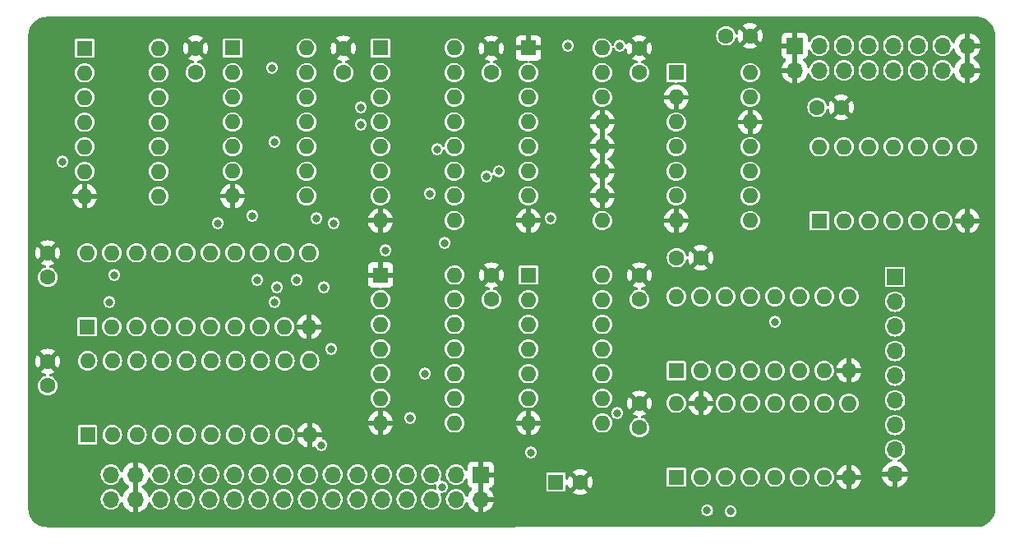
<source format=gbr>
%TF.GenerationSoftware,KiCad,Pcbnew,8.0.5*%
%TF.CreationDate,2024-11-04T18:15:49+01:00*%
%TF.ProjectId,spi master,73706920-6d61-4737-9465-722e6b696361,rev?*%
%TF.SameCoordinates,Original*%
%TF.FileFunction,Copper,L2,Inr*%
%TF.FilePolarity,Positive*%
%FSLAX46Y46*%
G04 Gerber Fmt 4.6, Leading zero omitted, Abs format (unit mm)*
G04 Created by KiCad (PCBNEW 8.0.5) date 2024-11-04 18:15:49*
%MOMM*%
%LPD*%
G01*
G04 APERTURE LIST*
%TA.AperFunction,ComponentPad*%
%ADD10R,1.700000X1.700000*%
%TD*%
%TA.AperFunction,ComponentPad*%
%ADD11O,1.700000X1.700000*%
%TD*%
%TA.AperFunction,ComponentPad*%
%ADD12R,1.600000X1.600000*%
%TD*%
%TA.AperFunction,ComponentPad*%
%ADD13O,1.600000X1.600000*%
%TD*%
%TA.AperFunction,ComponentPad*%
%ADD14C,1.600000*%
%TD*%
%TA.AperFunction,ViaPad*%
%ADD15C,0.800000*%
%TD*%
G04 APERTURE END LIST*
D10*
%TO.N,GND*%
%TO.C,J2*%
X147231100Y-112522000D03*
D11*
X147231100Y-115062000D03*
%TO.N,+5V*%
X144691100Y-112522000D03*
X144691100Y-115062000D03*
%TO.N,unconnected-(J2-Pin_5-Pad5)*%
X142151100Y-112522000D03*
%TO.N,unconnected-(J2-Pin_6-Pad6)*%
X142151100Y-115062000D03*
%TO.N,unconnected-(J2-Pin_7-Pad7)*%
X139611100Y-112522000D03*
%TO.N,unconnected-(J2-Pin_8-Pad8)*%
X139611100Y-115062000D03*
%TO.N,unconnected-(J2-Pin_9-Pad9)*%
X137071100Y-112522000D03*
%TO.N,~{RES}*%
X137071100Y-115062000D03*
%TO.N,~{IRQ}*%
X134531100Y-112522000D03*
%TO.N,CLK*%
X134531100Y-115062000D03*
%TO.N,/D7*%
X131991100Y-112522000D03*
%TO.N,R~{W}*%
X131991100Y-115062000D03*
%TO.N,/D6*%
X129451100Y-112522000D03*
%TO.N,~{CS}*%
X129451100Y-115062000D03*
%TO.N,/D5*%
X126911100Y-112522000D03*
%TO.N,unconnected-(J2-Pin_18-Pad18)*%
X126911100Y-115062000D03*
%TO.N,/D4*%
X124371100Y-112522000D03*
%TO.N,unconnected-(J2-Pin_20-Pad20)*%
X124371100Y-115062000D03*
%TO.N,/D3*%
X121831100Y-112522000D03*
%TO.N,unconnected-(J2-Pin_22-Pad22)*%
X121831100Y-115062000D03*
%TO.N,/D2*%
X119291100Y-112522000D03*
%TO.N,unconnected-(J2-Pin_24-Pad24)*%
X119291100Y-115062000D03*
%TO.N,/D1*%
X116751100Y-112522000D03*
%TO.N,unconnected-(J2-Pin_26-Pad26)*%
X116751100Y-115062000D03*
%TO.N,/D0*%
X114211100Y-112522000D03*
%TO.N,A0*%
X114211100Y-115062000D03*
%TO.N,GND*%
X111671100Y-112522000D03*
X111671100Y-115062000D03*
%TO.N,+5V*%
X109131100Y-112522000D03*
X109131100Y-115062000D03*
%TD*%
D12*
%TO.N,~{ITC_RES}*%
%TO.C,U9*%
X106426000Y-68580000D03*
D13*
%TO.N,+5V*%
X106426000Y-71120000D03*
X106426000Y-73660000D03*
%TO.N,~{TX_COMPLETE_RES}*%
X106426000Y-76200000D03*
%TO.N,ITC*%
X106426000Y-78740000D03*
%TO.N,unconnected-(U9A-~{Q}-Pad6)*%
X106426000Y-81280000D03*
%TO.N,GND*%
X106426000Y-83820000D03*
%TO.N,Net-(D1-K)*%
X114046000Y-83820000D03*
%TO.N,RUNNING*%
X114046000Y-81280000D03*
%TO.N,~{DATA_WR}*%
X114046000Y-78740000D03*
%TO.N,+5V*%
X114046000Y-76200000D03*
X114046000Y-73660000D03*
%TO.N,~{TX_COMPLETE_RES}*%
X114046000Y-71120000D03*
%TO.N,+5V*%
X114046000Y-68580000D03*
%TD*%
D12*
%TO.N,GND*%
%TO.C,U4*%
X136906000Y-91948000D03*
D13*
%TO.N,unconnected-(U4-Pad2)*%
X136906000Y-94488000D03*
%TO.N,TX_COMPLETE*%
X136906000Y-97028000D03*
%TO.N,Net-(U4-Pad4)*%
X136906000Y-99568000D03*
%TO.N,DEN*%
X136906000Y-102108000D03*
%TO.N,Net-(U3A-E)*%
X136906000Y-104648000D03*
%TO.N,GND*%
X136906000Y-107188000D03*
%TO.N,Net-(U2-Pad4)*%
X144526000Y-107188000D03*
%TO.N,Net-(U7-Q7)*%
X144526000Y-104648000D03*
%TO.N,Net-(U2-Pad10)*%
X144526000Y-102108000D03*
%TO.N,~{CS}*%
X144526000Y-99568000D03*
%TO.N,~{SPI_CLK}*%
X144526000Y-97028000D03*
%TO.N,SPI_CLK*%
X144526000Y-94488000D03*
%TO.N,+5V*%
X144526000Y-91948000D03*
%TD*%
D12*
%TO.N,~{DATA_WR}*%
%TO.C,U7*%
X167376000Y-112776000D03*
D13*
%TO.N,~{SPI_CLK}*%
X169916000Y-112776000D03*
%TO.N,/D4*%
X172456000Y-112776000D03*
%TO.N,/D5*%
X174996000Y-112776000D03*
%TO.N,/D6*%
X177536000Y-112776000D03*
%TO.N,/D7*%
X180076000Y-112776000D03*
%TO.N,unconnected-(U7-~{Q7}-Pad7)*%
X182616000Y-112776000D03*
%TO.N,GND*%
X185156000Y-112776000D03*
%TO.N,Net-(U7-Q7)*%
X185156000Y-105156000D03*
%TO.N,+5V*%
X182616000Y-105156000D03*
%TO.N,/D0*%
X180076000Y-105156000D03*
%TO.N,/D1*%
X177536000Y-105156000D03*
%TO.N,/D2*%
X174996000Y-105156000D03*
%TO.N,/D3*%
X172456000Y-105156000D03*
%TO.N,GND*%
X169916000Y-105156000D03*
%TO.N,+5V*%
X167376000Y-105156000D03*
%TD*%
D12*
%TO.N,+5V*%
%TO.C,U8*%
X167376000Y-71115000D03*
D13*
%TO.N,GND*%
X167376000Y-73655000D03*
%TO.N,unconnected-(U8A-Q0-Pad3)*%
X167376000Y-76195000D03*
%TO.N,unconnected-(U8A-Q1-Pad4)*%
X167376000Y-78735000D03*
%TO.N,unconnected-(U8A-Q2-Pad5)*%
X167376000Y-81275000D03*
%TO.N,unconnected-(U8A-Q3-Pad6)*%
X167376000Y-83815000D03*
%TO.N,GND*%
X167376000Y-86355000D03*
%TO.N,Net-(U10-I3a)*%
X174996000Y-86355000D03*
%TO.N,Net-(U10-I2a)*%
X174996000Y-83815000D03*
%TO.N,Net-(U10-I1a)*%
X174996000Y-81275000D03*
%TO.N,unconnected-(U8B-Q0-Pad11)*%
X174996000Y-78735000D03*
%TO.N,GND*%
X174996000Y-76195000D03*
%TO.N,CLK*%
X174996000Y-73655000D03*
%TO.N,+5V*%
X174996000Y-71115000D03*
%TD*%
D12*
%TO.N,/D1*%
%TO.C,U6*%
X167376000Y-101803200D03*
D13*
%TO.N,/D2*%
X169916000Y-101803200D03*
%TO.N,/D3*%
X172456000Y-101803200D03*
%TO.N,/D4*%
X174996000Y-101803200D03*
%TO.N,/D5*%
X177536000Y-101803200D03*
%TO.N,/D6*%
X180076000Y-101803200D03*
%TO.N,/D7*%
X182616000Y-101803200D03*
%TO.N,GND*%
X185156000Y-101803200D03*
%TO.N,unconnected-(U6-QH'-Pad9)*%
X185156000Y-94183200D03*
%TO.N,+5V*%
X182616000Y-94183200D03*
%TO.N,SPI_CLK*%
X180076000Y-94183200D03*
%TO.N,TX_COMPLETE*%
X177536000Y-94183200D03*
%TO.N,~{DATA_RD}*%
X174996000Y-94183200D03*
%TO.N,MISO*%
X172456000Y-94183200D03*
%TO.N,/D0*%
X169916000Y-94183200D03*
%TO.N,+5V*%
X167376000Y-94183200D03*
%TD*%
D12*
%TO.N,+5V*%
%TO.C,U12*%
X106685000Y-97282000D03*
D13*
%TO.N,DIV0*%
X109225000Y-97282000D03*
%TO.N,DIV1*%
X111765000Y-97282000D03*
%TO.N,SEL0*%
X114305000Y-97282000D03*
%TO.N,SEL1*%
X116845000Y-97282000D03*
%TO.N,DEN*%
X119385000Y-97282000D03*
%TO.N,IEN*%
X121925000Y-97282000D03*
%TO.N,RUNNING*%
X124465000Y-97282000D03*
%TO.N,ITC*%
X127005000Y-97282000D03*
%TO.N,GND*%
X129545000Y-97282000D03*
%TO.N,/D7*%
X129545000Y-89662000D03*
%TO.N,/D6*%
X127005000Y-89662000D03*
%TO.N,/D5*%
X124465000Y-89662000D03*
%TO.N,/D4*%
X121925000Y-89662000D03*
%TO.N,/D3*%
X119385000Y-89662000D03*
%TO.N,/D2*%
X116845000Y-89662000D03*
%TO.N,/D1*%
X114305000Y-89662000D03*
%TO.N,/D0*%
X111765000Y-89662000D03*
%TO.N,~{CTRL_RD}*%
X109225000Y-89662000D03*
%TO.N,+5V*%
X106685000Y-89662000D03*
%TD*%
D12*
%TO.N,~{RES}*%
%TO.C,U11*%
X106735800Y-108417360D03*
D13*
%TO.N,DIV0*%
X109275800Y-108417360D03*
%TO.N,/D0*%
X111815800Y-108417360D03*
%TO.N,/D1*%
X114355800Y-108417360D03*
%TO.N,DIV1*%
X116895800Y-108417360D03*
%TO.N,SEL0*%
X119435800Y-108417360D03*
%TO.N,/D2*%
X121975800Y-108417360D03*
%TO.N,/D3*%
X124515800Y-108417360D03*
%TO.N,SEL1*%
X127055800Y-108417360D03*
%TO.N,GND*%
X129595800Y-108417360D03*
%TO.N,~{CTRL_WR}*%
X129595800Y-100797360D03*
%TO.N,DEN*%
X127055800Y-100797360D03*
%TO.N,/D4*%
X124515800Y-100797360D03*
%TO.N,/D5*%
X121975800Y-100797360D03*
%TO.N,IEN*%
X119435800Y-100797360D03*
%TO.N,unconnected-(U11-Q6-Pad16)*%
X116895800Y-100797360D03*
%TO.N,/D6*%
X114355800Y-100797360D03*
%TO.N,/D7*%
X111815800Y-100797360D03*
%TO.N,unconnected-(U11-Q7-Pad19)*%
X109275800Y-100797360D03*
%TO.N,+5V*%
X106735800Y-100797360D03*
%TD*%
D12*
%TO.N,Net-(U3A-E)*%
%TO.C,U3*%
X136896000Y-68570000D03*
D13*
%TO.N,SEL0*%
X136896000Y-71110000D03*
%TO.N,SEL1*%
X136896000Y-73650000D03*
%TO.N,~{CS0}*%
X136896000Y-76190000D03*
%TO.N,~{CS1}*%
X136896000Y-78730000D03*
%TO.N,~{CS2}*%
X136896000Y-81270000D03*
%TO.N,~{CS3}*%
X136896000Y-83810000D03*
%TO.N,GND*%
X136896000Y-86350000D03*
%TO.N,~{CTRL_RD}*%
X144516000Y-86350000D03*
%TO.N,~{CTRL_WR}*%
X144516000Y-83810000D03*
%TO.N,~{DATA_RD}*%
X144516000Y-81270000D03*
%TO.N,~{DATA_WR}*%
X144516000Y-78730000D03*
%TO.N,A0*%
X144516000Y-76190000D03*
%TO.N,R~{W}*%
X144516000Y-73650000D03*
%TO.N,~{CS}_{QUAL}*%
X144516000Y-71110000D03*
%TO.N,+5V*%
X144516000Y-68570000D03*
%TD*%
D12*
%TO.N,GND*%
%TO.C,U10*%
X152136000Y-68570000D03*
D13*
%TO.N,DIV1*%
X152136000Y-71110000D03*
%TO.N,Net-(U10-I3a)*%
X152136000Y-73650000D03*
%TO.N,Net-(U10-I2a)*%
X152136000Y-76190000D03*
%TO.N,Net-(U10-I1a)*%
X152136000Y-78730000D03*
%TO.N,CLK*%
X152136000Y-81270000D03*
%TO.N,DIV_CLK*%
X152136000Y-83810000D03*
%TO.N,GND*%
X152136000Y-86350000D03*
%TO.N,unconnected-(U10-Zb-Pad9)*%
X159756000Y-86350000D03*
%TO.N,GND*%
X159756000Y-83810000D03*
X159756000Y-81270000D03*
X159756000Y-78730000D03*
X159756000Y-76190000D03*
%TO.N,DIV0*%
X159756000Y-73650000D03*
%TO.N,+5V*%
X159756000Y-71110000D03*
X159756000Y-68570000D03*
%TD*%
D10*
%TO.N,GND*%
%TO.C,J5*%
X179578000Y-68326000D03*
D11*
X179578000Y-70866000D03*
%TO.N,MISO*%
X182118000Y-68326000D03*
X182118000Y-70866000D03*
%TO.N,SPI_CLK*%
X184658000Y-68326000D03*
X184658000Y-70866000D03*
%TO.N,MOSI*%
X187198000Y-68326000D03*
X187198000Y-70866000D03*
%TO.N,~{CS0}*%
X189738000Y-68326000D03*
X189738000Y-70866000D03*
%TO.N,+5V*%
X192278000Y-68326000D03*
X192278000Y-70866000D03*
%TO.N,unconnected-(J5-Pin_13-Pad13)*%
X194818000Y-68326000D03*
%TO.N,unconnected-(J5-Pin_14-Pad14)*%
X194818000Y-70866000D03*
%TO.N,GND*%
X197358000Y-68326000D03*
X197358000Y-70866000D03*
%TD*%
D14*
%TO.N,+5V*%
%TO.C,C5*%
X172486000Y-67310000D03*
%TO.N,GND*%
X174986000Y-67310000D03*
%TD*%
%TO.N,+5V*%
%TO.C,C4*%
X163566000Y-71080000D03*
%TO.N,GND*%
X163566000Y-68580000D03*
%TD*%
%TO.N,+5V*%
%TO.C,C11*%
X167406000Y-90170000D03*
%TO.N,GND*%
X169906000Y-90170000D03*
%TD*%
D12*
%TO.N,~{DATA_WR}*%
%TO.C,U5*%
X152146000Y-91953000D03*
D13*
%TO.N,~{DATA_RD}*%
X152146000Y-94493000D03*
%TO.N,Net-(U5-Pad3)*%
X152146000Y-97033000D03*
X152146000Y-99573000D03*
%TO.N,~{RES}*%
X152146000Y-102113000D03*
%TO.N,~{ITC_RES}*%
X152146000Y-104653000D03*
%TO.N,GND*%
X152146000Y-107193000D03*
%TO.N,~{TX_COMPLETE_RES}*%
X159766000Y-107193000D03*
%TO.N,Net-(U4-Pad4)*%
X159766000Y-104653000D03*
%TO.N,~{RES}*%
X159766000Y-102113000D03*
%TO.N,unconnected-(U5-Pad11)*%
X159766000Y-99573000D03*
%TO.N,+5V*%
X159766000Y-97033000D03*
X159766000Y-94493000D03*
X159766000Y-91953000D03*
%TD*%
D12*
%TO.N,DIV_CLK*%
%TO.C,U1*%
X182118000Y-86360000D03*
D13*
%TO.N,Net-(U1A-MR)*%
X184658000Y-86360000D03*
%TO.N,SPI_CLK*%
X187198000Y-86360000D03*
%TO.N,unconnected-(U1A-Q1-Pad4)*%
X189738000Y-86360000D03*
%TO.N,unconnected-(U1A-Q2-Pad5)*%
X192278000Y-86360000D03*
%TO.N,Net-(U1A-Q3)*%
X194818000Y-86360000D03*
%TO.N,GND*%
X197358000Y-86360000D03*
%TO.N,unconnected-(U1B-Q3-Pad8)*%
X197358000Y-78740000D03*
%TO.N,unconnected-(U1B-Q2-Pad9)*%
X194818000Y-78740000D03*
%TO.N,unconnected-(U1B-Q1-Pad10)*%
X192278000Y-78740000D03*
%TO.N,TX_COMPLETE*%
X189738000Y-78740000D03*
%TO.N,Net-(U1A-MR)*%
X187198000Y-78740000D03*
%TO.N,Net-(U1A-Q3)*%
X184658000Y-78740000D03*
%TO.N,+5V*%
X182118000Y-78740000D03*
%TD*%
D12*
%TO.N,+5V*%
%TO.C,C13*%
X154980000Y-113284000D03*
D14*
%TO.N,GND*%
X157480000Y-113284000D03*
%TD*%
%TO.N,+5V*%
%TO.C,C12*%
X163576000Y-107676000D03*
%TO.N,GND*%
X163576000Y-105176000D03*
%TD*%
%TO.N,+5V*%
%TO.C,C10*%
X163576000Y-94468000D03*
%TO.N,GND*%
X163576000Y-91968000D03*
%TD*%
%TO.N,+5V*%
%TO.C,C2*%
X133086000Y-71100000D03*
%TO.N,GND*%
X133086000Y-68600000D03*
%TD*%
%TO.N,+5V*%
%TO.C,C6*%
X181884000Y-74676000D03*
%TO.N,GND*%
X184384000Y-74676000D03*
%TD*%
%TO.N,+5V*%
%TO.C,C9*%
X148336000Y-94468000D03*
%TO.N,GND*%
X148336000Y-91968000D03*
%TD*%
D12*
%TO.N,~{RES}*%
%TO.C,U2*%
X121666000Y-68575000D03*
D13*
%TO.N,RUNNING*%
X121666000Y-71115000D03*
%TO.N,Net-(U1A-MR)*%
X121666000Y-73655000D03*
%TO.N,Net-(U2-Pad4)*%
X121666000Y-76195000D03*
%TO.N,RUNNING*%
X121666000Y-78735000D03*
%TO.N,MOSI*%
X121666000Y-81275000D03*
%TO.N,GND*%
X121666000Y-83815000D03*
%TO.N,~{CS}_{QUAL}*%
X129286000Y-83815000D03*
%TO.N,CLK*%
X129286000Y-81275000D03*
%TO.N,Net-(U2-Pad10)*%
X129286000Y-78735000D03*
%TO.N,~{IRQ}*%
X129286000Y-76195000D03*
%TO.N,ITC*%
X129286000Y-73655000D03*
%TO.N,IEN*%
X129286000Y-71115000D03*
%TO.N,+5V*%
X129286000Y-68575000D03*
%TD*%
D14*
%TO.N,+5V*%
%TO.C,C1*%
X117856000Y-71080000D03*
%TO.N,GND*%
X117856000Y-68580000D03*
%TD*%
%TO.N,+5V*%
%TO.C,C3*%
X148326000Y-71100000D03*
%TO.N,GND*%
X148326000Y-68600000D03*
%TD*%
%TO.N,+5V*%
%TO.C,C8*%
X102616000Y-103358000D03*
%TO.N,GND*%
X102616000Y-100858000D03*
%TD*%
%TO.N,+5V*%
%TO.C,C7*%
X102616000Y-92182000D03*
%TO.N,GND*%
X102616000Y-89682000D03*
%TD*%
D10*
%TO.N,+5V*%
%TO.C,J1*%
X189910000Y-92162000D03*
D11*
%TO.N,MOSI*%
X189910000Y-94702000D03*
%TO.N,MISO*%
X189910000Y-97242000D03*
%TO.N,SPI_CLK*%
X189910000Y-99782000D03*
%TO.N,~{CS0}*%
X189910000Y-102322000D03*
%TO.N,~{CS1}*%
X189910000Y-104862000D03*
%TO.N,~{CS2}*%
X189910000Y-107402000D03*
%TO.N,~{CS3}*%
X189910000Y-109942000D03*
%TO.N,GND*%
X189910000Y-112482000D03*
%TD*%
D15*
%TO.N,/D1*%
X172956533Y-116314533D03*
%TO.N,/D2*%
X170561000Y-116205000D03*
%TO.N,/D3*%
X130810000Y-109474000D03*
%TO.N,~{CS}*%
X131826000Y-99568000D03*
%TO.N,CLK*%
X149108000Y-81270000D03*
%TO.N,~{RES}*%
X139954000Y-106680000D03*
X143256000Y-113792000D03*
%TO.N,A0*%
X141478000Y-102108000D03*
%TO.N,MOSI*%
X125730000Y-70612000D03*
%TO.N,IEN*%
X134874000Y-76454000D03*
X137414000Y-89408000D03*
%TO.N,ITC*%
X130302000Y-86106000D03*
X131064000Y-93218000D03*
X104140000Y-80264000D03*
%TO.N,DIV_CLK*%
X154432000Y-86106000D03*
%TO.N,RUNNING*%
X124206000Y-92456000D03*
X109474000Y-91948000D03*
%TO.N,TX_COMPLETE*%
X177546000Y-96774000D03*
%TO.N,Net-(U2-Pad4)*%
X141986000Y-83566000D03*
%TO.N,Net-(U2-Pad10)*%
X142748000Y-78994000D03*
%TO.N,DEN*%
X125984000Y-94742000D03*
%TO.N,SEL1*%
X128270000Y-92456000D03*
%TO.N,SEL0*%
X126238000Y-93218000D03*
%TO.N,~{CS}_{QUAL}*%
X134874000Y-74676000D03*
%TO.N,Net-(U1A-MR)*%
X120142000Y-86614000D03*
%TO.N,DIV0*%
X123698000Y-85852000D03*
X125984000Y-78232000D03*
%TO.N,DIV1*%
X108966000Y-94742000D03*
%TO.N,~{CTRL_RD}*%
X143510000Y-88646000D03*
%TO.N,~{CTRL_WR}*%
X132080000Y-86614000D03*
%TO.N,~{SPI_CLK}*%
X152400000Y-110236000D03*
%TO.N,~{TX_COMPLETE_RES}*%
X156210000Y-68326000D03*
%TO.N,~{ITC_RES}*%
X161290000Y-106172000D03*
X161544000Y-68326000D03*
%TO.N,Net-(D1-K)*%
X147828000Y-81788000D03*
%TD*%
%TA.AperFunction,Conductor*%
%TO.N,GND*%
G36*
X111921100Y-114628988D02*
G01*
X111864093Y-114596075D01*
X111736926Y-114562000D01*
X111605274Y-114562000D01*
X111478107Y-114596075D01*
X111421100Y-114628988D01*
X111421100Y-112955012D01*
X111478107Y-112987925D01*
X111605274Y-113022000D01*
X111736926Y-113022000D01*
X111864093Y-112987925D01*
X111921100Y-112955012D01*
X111921100Y-114628988D01*
G37*
%TD.AperFunction*%
%TA.AperFunction,Conductor*%
G36*
X147481100Y-114628988D02*
G01*
X147424093Y-114596075D01*
X147296926Y-114562000D01*
X147165274Y-114562000D01*
X147038107Y-114596075D01*
X146981100Y-114628988D01*
X146981100Y-112955012D01*
X147038107Y-112987925D01*
X147165274Y-113022000D01*
X147296926Y-113022000D01*
X147424093Y-112987925D01*
X147481100Y-112955012D01*
X147481100Y-114628988D01*
G37*
%TD.AperFunction*%
%TA.AperFunction,Conductor*%
G36*
X160006000Y-83494314D02*
G01*
X160001606Y-83489920D01*
X159910394Y-83437259D01*
X159808661Y-83410000D01*
X159703339Y-83410000D01*
X159601606Y-83437259D01*
X159510394Y-83489920D01*
X159506000Y-83494314D01*
X159506000Y-81585686D01*
X159510394Y-81590080D01*
X159601606Y-81642741D01*
X159703339Y-81670000D01*
X159808661Y-81670000D01*
X159910394Y-81642741D01*
X160001606Y-81590080D01*
X160006000Y-81585686D01*
X160006000Y-83494314D01*
G37*
%TD.AperFunction*%
%TA.AperFunction,Conductor*%
G36*
X160006000Y-80954314D02*
G01*
X160001606Y-80949920D01*
X159910394Y-80897259D01*
X159808661Y-80870000D01*
X159703339Y-80870000D01*
X159601606Y-80897259D01*
X159510394Y-80949920D01*
X159506000Y-80954314D01*
X159506000Y-79045686D01*
X159510394Y-79050080D01*
X159601606Y-79102741D01*
X159703339Y-79130000D01*
X159808661Y-79130000D01*
X159910394Y-79102741D01*
X160001606Y-79050080D01*
X160006000Y-79045686D01*
X160006000Y-80954314D01*
G37*
%TD.AperFunction*%
%TA.AperFunction,Conductor*%
G36*
X160006000Y-78414314D02*
G01*
X160001606Y-78409920D01*
X159910394Y-78357259D01*
X159808661Y-78330000D01*
X159703339Y-78330000D01*
X159601606Y-78357259D01*
X159510394Y-78409920D01*
X159506000Y-78414314D01*
X159506000Y-76505686D01*
X159510394Y-76510080D01*
X159601606Y-76562741D01*
X159703339Y-76590000D01*
X159808661Y-76590000D01*
X159910394Y-76562741D01*
X160001606Y-76510080D01*
X160006000Y-76505686D01*
X160006000Y-78414314D01*
G37*
%TD.AperFunction*%
%TA.AperFunction,Conductor*%
G36*
X179828000Y-70432988D02*
G01*
X179770993Y-70400075D01*
X179643826Y-70366000D01*
X179512174Y-70366000D01*
X179385007Y-70400075D01*
X179328000Y-70432988D01*
X179328000Y-68759012D01*
X179385007Y-68791925D01*
X179512174Y-68826000D01*
X179643826Y-68826000D01*
X179770993Y-68791925D01*
X179828000Y-68759012D01*
X179828000Y-70432988D01*
G37*
%TD.AperFunction*%
%TA.AperFunction,Conductor*%
G36*
X197608000Y-70432988D02*
G01*
X197550993Y-70400075D01*
X197423826Y-70366000D01*
X197292174Y-70366000D01*
X197165007Y-70400075D01*
X197108000Y-70432988D01*
X197108000Y-68759012D01*
X197165007Y-68791925D01*
X197292174Y-68826000D01*
X197423826Y-68826000D01*
X197550993Y-68791925D01*
X197608000Y-68759012D01*
X197608000Y-70432988D01*
G37*
%TD.AperFunction*%
%TA.AperFunction,Conductor*%
G36*
X198264833Y-65338050D02*
G01*
X198283897Y-65338006D01*
X198283898Y-65338007D01*
X198296273Y-65337978D01*
X198304356Y-65338224D01*
X198543776Y-65353345D01*
X198559848Y-65355421D01*
X198579525Y-65359284D01*
X198791276Y-65400856D01*
X198806928Y-65405007D01*
X199030453Y-65480239D01*
X199045428Y-65486395D01*
X199257252Y-65590147D01*
X199271288Y-65598200D01*
X199467752Y-65728680D01*
X199480634Y-65738506D01*
X199502949Y-65757961D01*
X199658396Y-65893489D01*
X199669890Y-65904915D01*
X199825919Y-66081757D01*
X199835825Y-66094585D01*
X199967462Y-66290274D01*
X199975609Y-66304284D01*
X200080591Y-66515453D01*
X200086843Y-66530407D01*
X200163391Y-66753481D01*
X200167638Y-66769121D01*
X200214439Y-67000267D01*
X200216610Y-67016328D01*
X200233125Y-67255391D01*
X200233420Y-67263857D01*
X200264856Y-115936448D01*
X200264591Y-115944635D01*
X200248443Y-116191087D01*
X200246326Y-116207169D01*
X200198934Y-116445443D01*
X200194736Y-116461111D01*
X200116650Y-116691155D01*
X200110443Y-116706141D01*
X200002994Y-116924029D01*
X199994884Y-116938076D01*
X199859915Y-117140074D01*
X199850040Y-117152943D01*
X199689861Y-117335592D01*
X199678392Y-117347061D01*
X199495743Y-117507240D01*
X199482874Y-117517115D01*
X199280876Y-117652084D01*
X199266829Y-117660194D01*
X199048941Y-117767643D01*
X199033955Y-117773850D01*
X198803911Y-117851936D01*
X198788243Y-117856134D01*
X198549969Y-117903526D01*
X198533888Y-117905643D01*
X198287404Y-117921794D01*
X198279296Y-117922059D01*
X198252551Y-117922059D01*
X198252515Y-117922063D01*
X102586789Y-117936471D01*
X102586315Y-117936396D01*
X102567051Y-117936439D01*
X102554683Y-117936466D01*
X102546588Y-117936220D01*
X102307180Y-117921096D01*
X102291106Y-117919020D01*
X102059686Y-117873580D01*
X102044022Y-117869425D01*
X101820507Y-117794194D01*
X101805518Y-117788031D01*
X101771231Y-117771237D01*
X101593731Y-117684295D01*
X101579673Y-117676230D01*
X101383219Y-117545755D01*
X101370334Y-117535926D01*
X101192576Y-117380948D01*
X101181086Y-117369526D01*
X101025048Y-117192675D01*
X101015151Y-117179860D01*
X100883515Y-116984178D01*
X100875368Y-116970170D01*
X100770377Y-116758991D01*
X100764126Y-116744038D01*
X100751121Y-116706141D01*
X100687572Y-116520966D01*
X100683328Y-116505334D01*
X100676435Y-116471295D01*
X100636523Y-116274198D01*
X100634351Y-116258138D01*
X100617824Y-116019008D01*
X100617530Y-116010476D01*
X100618072Y-112522000D01*
X108075517Y-112522000D01*
X108095799Y-112727932D01*
X108095800Y-112727934D01*
X108155868Y-112925954D01*
X108253415Y-113108450D01*
X108253417Y-113108452D01*
X108384689Y-113268410D01*
X108481309Y-113347702D01*
X108544650Y-113399685D01*
X108727146Y-113497232D01*
X108925166Y-113557300D01*
X108925165Y-113557300D01*
X108943629Y-113559118D01*
X109131100Y-113577583D01*
X109337034Y-113557300D01*
X109535054Y-113497232D01*
X109717550Y-113399685D01*
X109877510Y-113268410D01*
X110008785Y-113108450D01*
X110106332Y-112925954D01*
X110126506Y-112859446D01*
X110164802Y-112801010D01*
X110228614Y-112772553D01*
X110297681Y-112783112D01*
X110350075Y-112829336D01*
X110364941Y-112863349D01*
X110397667Y-112985486D01*
X110397670Y-112985492D01*
X110497499Y-113199578D01*
X110632994Y-113393082D01*
X110800017Y-113560105D01*
X110986131Y-113690425D01*
X111029756Y-113745003D01*
X111036948Y-113814501D01*
X111005426Y-113876856D01*
X110986131Y-113893575D01*
X110800022Y-114023890D01*
X110800020Y-114023891D01*
X110632991Y-114190920D01*
X110632986Y-114190926D01*
X110497500Y-114384420D01*
X110497499Y-114384422D01*
X110397670Y-114598507D01*
X110397667Y-114598514D01*
X110364941Y-114720650D01*
X110328576Y-114780310D01*
X110265729Y-114810839D01*
X110196353Y-114802544D01*
X110142475Y-114758059D01*
X110126506Y-114724552D01*
X110106332Y-114658046D01*
X110008785Y-114475550D01*
X109944880Y-114397681D01*
X109877510Y-114315589D01*
X109759777Y-114218969D01*
X109717550Y-114184315D01*
X109535054Y-114086768D01*
X109337034Y-114026700D01*
X109337032Y-114026699D01*
X109337034Y-114026699D01*
X109131100Y-114006417D01*
X108925167Y-114026699D01*
X108727143Y-114086769D01*
X108695371Y-114103752D01*
X108544650Y-114184315D01*
X108544648Y-114184316D01*
X108544647Y-114184317D01*
X108384689Y-114315589D01*
X108253417Y-114475547D01*
X108155869Y-114658043D01*
X108095799Y-114856067D01*
X108075517Y-115062000D01*
X108095799Y-115267932D01*
X108095800Y-115267934D01*
X108155868Y-115465954D01*
X108253415Y-115648450D01*
X108253417Y-115648452D01*
X108384689Y-115808410D01*
X108479540Y-115886251D01*
X108544650Y-115939685D01*
X108727146Y-116037232D01*
X108925166Y-116097300D01*
X108925165Y-116097300D01*
X108943629Y-116099118D01*
X109131100Y-116117583D01*
X109337034Y-116097300D01*
X109535054Y-116037232D01*
X109717550Y-115939685D01*
X109877510Y-115808410D01*
X110008785Y-115648450D01*
X110106332Y-115465954D01*
X110126506Y-115399446D01*
X110164802Y-115341010D01*
X110228614Y-115312553D01*
X110297681Y-115323112D01*
X110350075Y-115369336D01*
X110364941Y-115403349D01*
X110397667Y-115525486D01*
X110397670Y-115525492D01*
X110497499Y-115739578D01*
X110632994Y-115933082D01*
X110800017Y-116100105D01*
X110993521Y-116235600D01*
X111207607Y-116335429D01*
X111207616Y-116335433D01*
X111421100Y-116392634D01*
X111421100Y-115495012D01*
X111478107Y-115527925D01*
X111605274Y-115562000D01*
X111736926Y-115562000D01*
X111864093Y-115527925D01*
X111921100Y-115495012D01*
X111921100Y-116392633D01*
X112134583Y-116335433D01*
X112134592Y-116335429D01*
X112348678Y-116235600D01*
X112542182Y-116100105D01*
X112709205Y-115933082D01*
X112844700Y-115739578D01*
X112944529Y-115525492D01*
X112944533Y-115525483D01*
X112977258Y-115403350D01*
X113013622Y-115343690D01*
X113076469Y-115313160D01*
X113145845Y-115321454D01*
X113199723Y-115365939D01*
X113215693Y-115399447D01*
X113235868Y-115465954D01*
X113333415Y-115648450D01*
X113333417Y-115648452D01*
X113464689Y-115808410D01*
X113559540Y-115886251D01*
X113624650Y-115939685D01*
X113807146Y-116037232D01*
X114005166Y-116097300D01*
X114005165Y-116097300D01*
X114023629Y-116099118D01*
X114211100Y-116117583D01*
X114417034Y-116097300D01*
X114615054Y-116037232D01*
X114797550Y-115939685D01*
X114957510Y-115808410D01*
X115088785Y-115648450D01*
X115186332Y-115465954D01*
X115246400Y-115267934D01*
X115266683Y-115062000D01*
X115695517Y-115062000D01*
X115715799Y-115267932D01*
X115715800Y-115267934D01*
X115775868Y-115465954D01*
X115873415Y-115648450D01*
X115873417Y-115648452D01*
X116004689Y-115808410D01*
X116099540Y-115886251D01*
X116164650Y-115939685D01*
X116347146Y-116037232D01*
X116545166Y-116097300D01*
X116545165Y-116097300D01*
X116563629Y-116099118D01*
X116751100Y-116117583D01*
X116957034Y-116097300D01*
X117155054Y-116037232D01*
X117337550Y-115939685D01*
X117497510Y-115808410D01*
X117628785Y-115648450D01*
X117726332Y-115465954D01*
X117786400Y-115267934D01*
X117806683Y-115062000D01*
X118235517Y-115062000D01*
X118255799Y-115267932D01*
X118255800Y-115267934D01*
X118315868Y-115465954D01*
X118413415Y-115648450D01*
X118413417Y-115648452D01*
X118544689Y-115808410D01*
X118639540Y-115886251D01*
X118704650Y-115939685D01*
X118887146Y-116037232D01*
X119085166Y-116097300D01*
X119085165Y-116097300D01*
X119103629Y-116099118D01*
X119291100Y-116117583D01*
X119497034Y-116097300D01*
X119695054Y-116037232D01*
X119877550Y-115939685D01*
X120037510Y-115808410D01*
X120168785Y-115648450D01*
X120266332Y-115465954D01*
X120326400Y-115267934D01*
X120346683Y-115062000D01*
X120775517Y-115062000D01*
X120795799Y-115267932D01*
X120795800Y-115267934D01*
X120855868Y-115465954D01*
X120953415Y-115648450D01*
X120953417Y-115648452D01*
X121084689Y-115808410D01*
X121179540Y-115886251D01*
X121244650Y-115939685D01*
X121427146Y-116037232D01*
X121625166Y-116097300D01*
X121625165Y-116097300D01*
X121643629Y-116099118D01*
X121831100Y-116117583D01*
X122037034Y-116097300D01*
X122235054Y-116037232D01*
X122417550Y-115939685D01*
X122577510Y-115808410D01*
X122708785Y-115648450D01*
X122806332Y-115465954D01*
X122866400Y-115267934D01*
X122886683Y-115062000D01*
X123315517Y-115062000D01*
X123335799Y-115267932D01*
X123335800Y-115267934D01*
X123395868Y-115465954D01*
X123493415Y-115648450D01*
X123493417Y-115648452D01*
X123624689Y-115808410D01*
X123719540Y-115886251D01*
X123784650Y-115939685D01*
X123967146Y-116037232D01*
X124165166Y-116097300D01*
X124165165Y-116097300D01*
X124183629Y-116099118D01*
X124371100Y-116117583D01*
X124577034Y-116097300D01*
X124775054Y-116037232D01*
X124957550Y-115939685D01*
X125117510Y-115808410D01*
X125248785Y-115648450D01*
X125346332Y-115465954D01*
X125406400Y-115267934D01*
X125426683Y-115062000D01*
X125855517Y-115062000D01*
X125875799Y-115267932D01*
X125875800Y-115267934D01*
X125935868Y-115465954D01*
X126033415Y-115648450D01*
X126033417Y-115648452D01*
X126164689Y-115808410D01*
X126259540Y-115886251D01*
X126324650Y-115939685D01*
X126507146Y-116037232D01*
X126705166Y-116097300D01*
X126705165Y-116097300D01*
X126723629Y-116099118D01*
X126911100Y-116117583D01*
X127117034Y-116097300D01*
X127315054Y-116037232D01*
X127497550Y-115939685D01*
X127657510Y-115808410D01*
X127788785Y-115648450D01*
X127886332Y-115465954D01*
X127946400Y-115267934D01*
X127966683Y-115062000D01*
X128395517Y-115062000D01*
X128415799Y-115267932D01*
X128415800Y-115267934D01*
X128475868Y-115465954D01*
X128573415Y-115648450D01*
X128573417Y-115648452D01*
X128704689Y-115808410D01*
X128799540Y-115886251D01*
X128864650Y-115939685D01*
X129047146Y-116037232D01*
X129245166Y-116097300D01*
X129245165Y-116097300D01*
X129263629Y-116099118D01*
X129451100Y-116117583D01*
X129657034Y-116097300D01*
X129855054Y-116037232D01*
X130037550Y-115939685D01*
X130197510Y-115808410D01*
X130328785Y-115648450D01*
X130426332Y-115465954D01*
X130486400Y-115267934D01*
X130506683Y-115062000D01*
X130935517Y-115062000D01*
X130955799Y-115267932D01*
X130955800Y-115267934D01*
X131015868Y-115465954D01*
X131113415Y-115648450D01*
X131113417Y-115648452D01*
X131244689Y-115808410D01*
X131339540Y-115886251D01*
X131404650Y-115939685D01*
X131587146Y-116037232D01*
X131785166Y-116097300D01*
X131785165Y-116097300D01*
X131803629Y-116099118D01*
X131991100Y-116117583D01*
X132197034Y-116097300D01*
X132395054Y-116037232D01*
X132577550Y-115939685D01*
X132737510Y-115808410D01*
X132868785Y-115648450D01*
X132966332Y-115465954D01*
X133026400Y-115267934D01*
X133046683Y-115062000D01*
X133475517Y-115062000D01*
X133495799Y-115267932D01*
X133495800Y-115267934D01*
X133555868Y-115465954D01*
X133653415Y-115648450D01*
X133653417Y-115648452D01*
X133784689Y-115808410D01*
X133879540Y-115886251D01*
X133944650Y-115939685D01*
X134127146Y-116037232D01*
X134325166Y-116097300D01*
X134325165Y-116097300D01*
X134343629Y-116099118D01*
X134531100Y-116117583D01*
X134737034Y-116097300D01*
X134935054Y-116037232D01*
X135117550Y-115939685D01*
X135277510Y-115808410D01*
X135408785Y-115648450D01*
X135506332Y-115465954D01*
X135566400Y-115267934D01*
X135586683Y-115062000D01*
X136015517Y-115062000D01*
X136035799Y-115267932D01*
X136035800Y-115267934D01*
X136095868Y-115465954D01*
X136193415Y-115648450D01*
X136193417Y-115648452D01*
X136324689Y-115808410D01*
X136419540Y-115886251D01*
X136484650Y-115939685D01*
X136667146Y-116037232D01*
X136865166Y-116097300D01*
X136865165Y-116097300D01*
X136883629Y-116099118D01*
X137071100Y-116117583D01*
X137277034Y-116097300D01*
X137475054Y-116037232D01*
X137657550Y-115939685D01*
X137817510Y-115808410D01*
X137948785Y-115648450D01*
X138046332Y-115465954D01*
X138106400Y-115267934D01*
X138126683Y-115062000D01*
X138555517Y-115062000D01*
X138575799Y-115267932D01*
X138575800Y-115267934D01*
X138635868Y-115465954D01*
X138733415Y-115648450D01*
X138733417Y-115648452D01*
X138864689Y-115808410D01*
X138959540Y-115886251D01*
X139024650Y-115939685D01*
X139207146Y-116037232D01*
X139405166Y-116097300D01*
X139405165Y-116097300D01*
X139423629Y-116099118D01*
X139611100Y-116117583D01*
X139817034Y-116097300D01*
X140015054Y-116037232D01*
X140197550Y-115939685D01*
X140357510Y-115808410D01*
X140488785Y-115648450D01*
X140586332Y-115465954D01*
X140646400Y-115267934D01*
X140666683Y-115062000D01*
X140646400Y-114856066D01*
X140586332Y-114658046D01*
X140488785Y-114475550D01*
X140424880Y-114397681D01*
X140357510Y-114315589D01*
X140239777Y-114218969D01*
X140197550Y-114184315D01*
X140015054Y-114086768D01*
X139817034Y-114026700D01*
X139817032Y-114026699D01*
X139817034Y-114026699D01*
X139611100Y-114006417D01*
X139405167Y-114026699D01*
X139207143Y-114086769D01*
X139175371Y-114103752D01*
X139024650Y-114184315D01*
X139024648Y-114184316D01*
X139024647Y-114184317D01*
X138864689Y-114315589D01*
X138733417Y-114475547D01*
X138635869Y-114658043D01*
X138575799Y-114856067D01*
X138555517Y-115062000D01*
X138126683Y-115062000D01*
X138106400Y-114856066D01*
X138046332Y-114658046D01*
X137948785Y-114475550D01*
X137884880Y-114397681D01*
X137817510Y-114315589D01*
X137699777Y-114218969D01*
X137657550Y-114184315D01*
X137475054Y-114086768D01*
X137277034Y-114026700D01*
X137277032Y-114026699D01*
X137277034Y-114026699D01*
X137071100Y-114006417D01*
X136865167Y-114026699D01*
X136667143Y-114086769D01*
X136635371Y-114103752D01*
X136484650Y-114184315D01*
X136484648Y-114184316D01*
X136484647Y-114184317D01*
X136324689Y-114315589D01*
X136193417Y-114475547D01*
X136095869Y-114658043D01*
X136035799Y-114856067D01*
X136015517Y-115062000D01*
X135586683Y-115062000D01*
X135566400Y-114856066D01*
X135506332Y-114658046D01*
X135408785Y-114475550D01*
X135344880Y-114397681D01*
X135277510Y-114315589D01*
X135159777Y-114218969D01*
X135117550Y-114184315D01*
X134935054Y-114086768D01*
X134737034Y-114026700D01*
X134737032Y-114026699D01*
X134737034Y-114026699D01*
X134531100Y-114006417D01*
X134325167Y-114026699D01*
X134127143Y-114086769D01*
X134095371Y-114103752D01*
X133944650Y-114184315D01*
X133944648Y-114184316D01*
X133944647Y-114184317D01*
X133784689Y-114315589D01*
X133653417Y-114475547D01*
X133555869Y-114658043D01*
X133495799Y-114856067D01*
X133475517Y-115062000D01*
X133046683Y-115062000D01*
X133026400Y-114856066D01*
X132966332Y-114658046D01*
X132868785Y-114475550D01*
X132804880Y-114397681D01*
X132737510Y-114315589D01*
X132619777Y-114218969D01*
X132577550Y-114184315D01*
X132395054Y-114086768D01*
X132197034Y-114026700D01*
X132197032Y-114026699D01*
X132197034Y-114026699D01*
X131991100Y-114006417D01*
X131785167Y-114026699D01*
X131587143Y-114086769D01*
X131555371Y-114103752D01*
X131404650Y-114184315D01*
X131404648Y-114184316D01*
X131404647Y-114184317D01*
X131244689Y-114315589D01*
X131113417Y-114475547D01*
X131015869Y-114658043D01*
X130955799Y-114856067D01*
X130935517Y-115062000D01*
X130506683Y-115062000D01*
X130486400Y-114856066D01*
X130426332Y-114658046D01*
X130328785Y-114475550D01*
X130264880Y-114397681D01*
X130197510Y-114315589D01*
X130079777Y-114218969D01*
X130037550Y-114184315D01*
X129855054Y-114086768D01*
X129657034Y-114026700D01*
X129657032Y-114026699D01*
X129657034Y-114026699D01*
X129451100Y-114006417D01*
X129245167Y-114026699D01*
X129047143Y-114086769D01*
X129015371Y-114103752D01*
X128864650Y-114184315D01*
X128864648Y-114184316D01*
X128864647Y-114184317D01*
X128704689Y-114315589D01*
X128573417Y-114475547D01*
X128475869Y-114658043D01*
X128415799Y-114856067D01*
X128395517Y-115062000D01*
X127966683Y-115062000D01*
X127946400Y-114856066D01*
X127886332Y-114658046D01*
X127788785Y-114475550D01*
X127724880Y-114397681D01*
X127657510Y-114315589D01*
X127539777Y-114218969D01*
X127497550Y-114184315D01*
X127315054Y-114086768D01*
X127117034Y-114026700D01*
X127117032Y-114026699D01*
X127117034Y-114026699D01*
X126911100Y-114006417D01*
X126705167Y-114026699D01*
X126507143Y-114086769D01*
X126475371Y-114103752D01*
X126324650Y-114184315D01*
X126324648Y-114184316D01*
X126324647Y-114184317D01*
X126164689Y-114315589D01*
X126033417Y-114475547D01*
X125935869Y-114658043D01*
X125875799Y-114856067D01*
X125855517Y-115062000D01*
X125426683Y-115062000D01*
X125406400Y-114856066D01*
X125346332Y-114658046D01*
X125248785Y-114475550D01*
X125184880Y-114397681D01*
X125117510Y-114315589D01*
X124999777Y-114218969D01*
X124957550Y-114184315D01*
X124775054Y-114086768D01*
X124577034Y-114026700D01*
X124577032Y-114026699D01*
X124577034Y-114026699D01*
X124371100Y-114006417D01*
X124165167Y-114026699D01*
X123967143Y-114086769D01*
X123935371Y-114103752D01*
X123784650Y-114184315D01*
X123784648Y-114184316D01*
X123784647Y-114184317D01*
X123624689Y-114315589D01*
X123493417Y-114475547D01*
X123395869Y-114658043D01*
X123335799Y-114856067D01*
X123315517Y-115062000D01*
X122886683Y-115062000D01*
X122866400Y-114856066D01*
X122806332Y-114658046D01*
X122708785Y-114475550D01*
X122644880Y-114397681D01*
X122577510Y-114315589D01*
X122459777Y-114218969D01*
X122417550Y-114184315D01*
X122235054Y-114086768D01*
X122037034Y-114026700D01*
X122037032Y-114026699D01*
X122037034Y-114026699D01*
X121831100Y-114006417D01*
X121625167Y-114026699D01*
X121427143Y-114086769D01*
X121395371Y-114103752D01*
X121244650Y-114184315D01*
X121244648Y-114184316D01*
X121244647Y-114184317D01*
X121084689Y-114315589D01*
X120953417Y-114475547D01*
X120855869Y-114658043D01*
X120795799Y-114856067D01*
X120775517Y-115062000D01*
X120346683Y-115062000D01*
X120326400Y-114856066D01*
X120266332Y-114658046D01*
X120168785Y-114475550D01*
X120104880Y-114397681D01*
X120037510Y-114315589D01*
X119919777Y-114218969D01*
X119877550Y-114184315D01*
X119695054Y-114086768D01*
X119497034Y-114026700D01*
X119497032Y-114026699D01*
X119497034Y-114026699D01*
X119291100Y-114006417D01*
X119085167Y-114026699D01*
X118887143Y-114086769D01*
X118855371Y-114103752D01*
X118704650Y-114184315D01*
X118704648Y-114184316D01*
X118704647Y-114184317D01*
X118544689Y-114315589D01*
X118413417Y-114475547D01*
X118315869Y-114658043D01*
X118255799Y-114856067D01*
X118235517Y-115062000D01*
X117806683Y-115062000D01*
X117786400Y-114856066D01*
X117726332Y-114658046D01*
X117628785Y-114475550D01*
X117564880Y-114397681D01*
X117497510Y-114315589D01*
X117379777Y-114218969D01*
X117337550Y-114184315D01*
X117155054Y-114086768D01*
X116957034Y-114026700D01*
X116957032Y-114026699D01*
X116957034Y-114026699D01*
X116751100Y-114006417D01*
X116545167Y-114026699D01*
X116347143Y-114086769D01*
X116315371Y-114103752D01*
X116164650Y-114184315D01*
X116164648Y-114184316D01*
X116164647Y-114184317D01*
X116004689Y-114315589D01*
X115873417Y-114475547D01*
X115775869Y-114658043D01*
X115715799Y-114856067D01*
X115695517Y-115062000D01*
X115266683Y-115062000D01*
X115246400Y-114856066D01*
X115186332Y-114658046D01*
X115088785Y-114475550D01*
X115024880Y-114397681D01*
X114957510Y-114315589D01*
X114839777Y-114218969D01*
X114797550Y-114184315D01*
X114615054Y-114086768D01*
X114417034Y-114026700D01*
X114417032Y-114026699D01*
X114417034Y-114026699D01*
X114211100Y-114006417D01*
X114005167Y-114026699D01*
X113807143Y-114086769D01*
X113775371Y-114103752D01*
X113624650Y-114184315D01*
X113624648Y-114184316D01*
X113624647Y-114184317D01*
X113464689Y-114315589D01*
X113333417Y-114475547D01*
X113235867Y-114658046D01*
X113215693Y-114724552D01*
X113177396Y-114782990D01*
X113113583Y-114811447D01*
X113044516Y-114800886D01*
X112992123Y-114754661D01*
X112977258Y-114720649D01*
X112944533Y-114598516D01*
X112944529Y-114598507D01*
X112844700Y-114384422D01*
X112844699Y-114384420D01*
X112709213Y-114190926D01*
X112709208Y-114190920D01*
X112542182Y-114023894D01*
X112356068Y-113893575D01*
X112312444Y-113838998D01*
X112305251Y-113769499D01*
X112336773Y-113707145D01*
X112356068Y-113690425D01*
X112542182Y-113560105D01*
X112709205Y-113393082D01*
X112844700Y-113199578D01*
X112944529Y-112985492D01*
X112944533Y-112985483D01*
X112977258Y-112863350D01*
X113013622Y-112803690D01*
X113076469Y-112773160D01*
X113145845Y-112781454D01*
X113199723Y-112825939D01*
X113215693Y-112859447D01*
X113235868Y-112925954D01*
X113333415Y-113108450D01*
X113333417Y-113108452D01*
X113464689Y-113268410D01*
X113561309Y-113347702D01*
X113624650Y-113399685D01*
X113807146Y-113497232D01*
X114005166Y-113557300D01*
X114005165Y-113557300D01*
X114023629Y-113559118D01*
X114211100Y-113577583D01*
X114417034Y-113557300D01*
X114615054Y-113497232D01*
X114797550Y-113399685D01*
X114957510Y-113268410D01*
X115088785Y-113108450D01*
X115186332Y-112925954D01*
X115246400Y-112727934D01*
X115266683Y-112522000D01*
X115695517Y-112522000D01*
X115715799Y-112727932D01*
X115715800Y-112727934D01*
X115775868Y-112925954D01*
X115873415Y-113108450D01*
X115873417Y-113108452D01*
X116004689Y-113268410D01*
X116101309Y-113347702D01*
X116164650Y-113399685D01*
X116347146Y-113497232D01*
X116545166Y-113557300D01*
X116545165Y-113557300D01*
X116563629Y-113559118D01*
X116751100Y-113577583D01*
X116957034Y-113557300D01*
X117155054Y-113497232D01*
X117337550Y-113399685D01*
X117497510Y-113268410D01*
X117628785Y-113108450D01*
X117726332Y-112925954D01*
X117786400Y-112727934D01*
X117806683Y-112522000D01*
X118235517Y-112522000D01*
X118255799Y-112727932D01*
X118255800Y-112727934D01*
X118315868Y-112925954D01*
X118413415Y-113108450D01*
X118413417Y-113108452D01*
X118544689Y-113268410D01*
X118641309Y-113347702D01*
X118704650Y-113399685D01*
X118887146Y-113497232D01*
X119085166Y-113557300D01*
X119085165Y-113557300D01*
X119103629Y-113559118D01*
X119291100Y-113577583D01*
X119497034Y-113557300D01*
X119695054Y-113497232D01*
X119877550Y-113399685D01*
X120037510Y-113268410D01*
X120168785Y-113108450D01*
X120266332Y-112925954D01*
X120326400Y-112727934D01*
X120346683Y-112522000D01*
X120775517Y-112522000D01*
X120795799Y-112727932D01*
X120795800Y-112727934D01*
X120855868Y-112925954D01*
X120953415Y-113108450D01*
X120953417Y-113108452D01*
X121084689Y-113268410D01*
X121181309Y-113347702D01*
X121244650Y-113399685D01*
X121427146Y-113497232D01*
X121625166Y-113557300D01*
X121625165Y-113557300D01*
X121643629Y-113559118D01*
X121831100Y-113577583D01*
X122037034Y-113557300D01*
X122235054Y-113497232D01*
X122417550Y-113399685D01*
X122577510Y-113268410D01*
X122708785Y-113108450D01*
X122806332Y-112925954D01*
X122866400Y-112727934D01*
X122886683Y-112522000D01*
X123315517Y-112522000D01*
X123335799Y-112727932D01*
X123335800Y-112727934D01*
X123395868Y-112925954D01*
X123493415Y-113108450D01*
X123493417Y-113108452D01*
X123624689Y-113268410D01*
X123721309Y-113347702D01*
X123784650Y-113399685D01*
X123967146Y-113497232D01*
X124165166Y-113557300D01*
X124165165Y-113557300D01*
X124183629Y-113559118D01*
X124371100Y-113577583D01*
X124577034Y-113557300D01*
X124775054Y-113497232D01*
X124957550Y-113399685D01*
X125117510Y-113268410D01*
X125248785Y-113108450D01*
X125346332Y-112925954D01*
X125406400Y-112727934D01*
X125426683Y-112522000D01*
X125855517Y-112522000D01*
X125875799Y-112727932D01*
X125875800Y-112727934D01*
X125935868Y-112925954D01*
X126033415Y-113108450D01*
X126033417Y-113108452D01*
X126164689Y-113268410D01*
X126261309Y-113347702D01*
X126324650Y-113399685D01*
X126507146Y-113497232D01*
X126705166Y-113557300D01*
X126705165Y-113557300D01*
X126723629Y-113559118D01*
X126911100Y-113577583D01*
X127117034Y-113557300D01*
X127315054Y-113497232D01*
X127497550Y-113399685D01*
X127657510Y-113268410D01*
X127788785Y-113108450D01*
X127886332Y-112925954D01*
X127946400Y-112727934D01*
X127966683Y-112522000D01*
X128395517Y-112522000D01*
X128415799Y-112727932D01*
X128415800Y-112727934D01*
X128475868Y-112925954D01*
X128573415Y-113108450D01*
X128573417Y-113108452D01*
X128704689Y-113268410D01*
X128801309Y-113347702D01*
X128864650Y-113399685D01*
X129047146Y-113497232D01*
X129245166Y-113557300D01*
X129245165Y-113557300D01*
X129263629Y-113559118D01*
X129451100Y-113577583D01*
X129657034Y-113557300D01*
X129855054Y-113497232D01*
X130037550Y-113399685D01*
X130197510Y-113268410D01*
X130328785Y-113108450D01*
X130426332Y-112925954D01*
X130486400Y-112727934D01*
X130506683Y-112522000D01*
X130935517Y-112522000D01*
X130955799Y-112727932D01*
X130955800Y-112727934D01*
X131015868Y-112925954D01*
X131113415Y-113108450D01*
X131113417Y-113108452D01*
X131244689Y-113268410D01*
X131341309Y-113347702D01*
X131404650Y-113399685D01*
X131587146Y-113497232D01*
X131785166Y-113557300D01*
X131785165Y-113557300D01*
X131803629Y-113559118D01*
X131991100Y-113577583D01*
X132197034Y-113557300D01*
X132395054Y-113497232D01*
X132577550Y-113399685D01*
X132737510Y-113268410D01*
X132868785Y-113108450D01*
X132966332Y-112925954D01*
X133026400Y-112727934D01*
X133046683Y-112522000D01*
X133475517Y-112522000D01*
X133495799Y-112727932D01*
X133495800Y-112727934D01*
X133555868Y-112925954D01*
X133653415Y-113108450D01*
X133653417Y-113108452D01*
X133784689Y-113268410D01*
X133881309Y-113347702D01*
X133944650Y-113399685D01*
X134127146Y-113497232D01*
X134325166Y-113557300D01*
X134325165Y-113557300D01*
X134343629Y-113559118D01*
X134531100Y-113577583D01*
X134737034Y-113557300D01*
X134935054Y-113497232D01*
X135117550Y-113399685D01*
X135277510Y-113268410D01*
X135408785Y-113108450D01*
X135506332Y-112925954D01*
X135566400Y-112727934D01*
X135586683Y-112522000D01*
X136015517Y-112522000D01*
X136035799Y-112727932D01*
X136035800Y-112727934D01*
X136095868Y-112925954D01*
X136193415Y-113108450D01*
X136193417Y-113108452D01*
X136324689Y-113268410D01*
X136421309Y-113347702D01*
X136484650Y-113399685D01*
X136667146Y-113497232D01*
X136865166Y-113557300D01*
X136865165Y-113557300D01*
X136883629Y-113559118D01*
X137071100Y-113577583D01*
X137277034Y-113557300D01*
X137475054Y-113497232D01*
X137657550Y-113399685D01*
X137817510Y-113268410D01*
X137948785Y-113108450D01*
X138046332Y-112925954D01*
X138106400Y-112727934D01*
X138126683Y-112522000D01*
X138555517Y-112522000D01*
X138575799Y-112727932D01*
X138575800Y-112727934D01*
X138635868Y-112925954D01*
X138733415Y-113108450D01*
X138733417Y-113108452D01*
X138864689Y-113268410D01*
X138961309Y-113347702D01*
X139024650Y-113399685D01*
X139207146Y-113497232D01*
X139405166Y-113557300D01*
X139405165Y-113557300D01*
X139423629Y-113559118D01*
X139611100Y-113577583D01*
X139817034Y-113557300D01*
X140015054Y-113497232D01*
X140197550Y-113399685D01*
X140357510Y-113268410D01*
X140488785Y-113108450D01*
X140586332Y-112925954D01*
X140646400Y-112727934D01*
X140666683Y-112522000D01*
X141095517Y-112522000D01*
X141115799Y-112727932D01*
X141115800Y-112727934D01*
X141175868Y-112925954D01*
X141273415Y-113108450D01*
X141273417Y-113108452D01*
X141404689Y-113268410D01*
X141501309Y-113347702D01*
X141564650Y-113399685D01*
X141747146Y-113497232D01*
X141945166Y-113557300D01*
X141945165Y-113557300D01*
X141963629Y-113559118D01*
X142151100Y-113577583D01*
X142357034Y-113557300D01*
X142510668Y-113510695D01*
X142580531Y-113510073D01*
X142639644Y-113547321D01*
X142669235Y-113610615D01*
X142669599Y-113645542D01*
X142650318Y-113791998D01*
X142650318Y-113792001D01*
X142669599Y-113938457D01*
X142658833Y-114007492D01*
X142612453Y-114059748D01*
X142545184Y-114078633D01*
X142510665Y-114073303D01*
X142465980Y-114059748D01*
X142357034Y-114026700D01*
X142357032Y-114026699D01*
X142357034Y-114026699D01*
X142151100Y-114006417D01*
X141945167Y-114026699D01*
X141747143Y-114086769D01*
X141715371Y-114103752D01*
X141564650Y-114184315D01*
X141564648Y-114184316D01*
X141564647Y-114184317D01*
X141404689Y-114315589D01*
X141273417Y-114475547D01*
X141175869Y-114658043D01*
X141115799Y-114856067D01*
X141095517Y-115062000D01*
X141115799Y-115267932D01*
X141115800Y-115267934D01*
X141175868Y-115465954D01*
X141273415Y-115648450D01*
X141273417Y-115648452D01*
X141404689Y-115808410D01*
X141499540Y-115886251D01*
X141564650Y-115939685D01*
X141747146Y-116037232D01*
X141945166Y-116097300D01*
X141945165Y-116097300D01*
X141963629Y-116099118D01*
X142151100Y-116117583D01*
X142357034Y-116097300D01*
X142555054Y-116037232D01*
X142737550Y-115939685D01*
X142897510Y-115808410D01*
X143028785Y-115648450D01*
X143126332Y-115465954D01*
X143186400Y-115267934D01*
X143206683Y-115062000D01*
X143186400Y-114856066D01*
X143126332Y-114658046D01*
X143126330Y-114658043D01*
X143126330Y-114658041D01*
X143080613Y-114572511D01*
X143066371Y-114504109D01*
X143091371Y-114438865D01*
X143147676Y-114397494D01*
X143206152Y-114391119D01*
X143256000Y-114397682D01*
X143412762Y-114377044D01*
X143558841Y-114316536D01*
X143684282Y-114220282D01*
X143780536Y-114094841D01*
X143841044Y-113948762D01*
X143858720Y-113814501D01*
X143861682Y-113792001D01*
X143861682Y-113791998D01*
X143843314Y-113652480D01*
X143841044Y-113635238D01*
X143780536Y-113489159D01*
X143684282Y-113363718D01*
X143558841Y-113267464D01*
X143449868Y-113222326D01*
X143412762Y-113206956D01*
X143412760Y-113206955D01*
X143256001Y-113186318D01*
X143255999Y-113186318D01*
X143206156Y-113192880D01*
X143137121Y-113182114D01*
X143084865Y-113135734D01*
X143065980Y-113068466D01*
X143080613Y-113011487D01*
X143126332Y-112925954D01*
X143186400Y-112727934D01*
X143206683Y-112522000D01*
X143635517Y-112522000D01*
X143655799Y-112727932D01*
X143655800Y-112727934D01*
X143715868Y-112925954D01*
X143813415Y-113108450D01*
X143813417Y-113108452D01*
X143944689Y-113268410D01*
X144041309Y-113347702D01*
X144104650Y-113399685D01*
X144287146Y-113497232D01*
X144485166Y-113557300D01*
X144485165Y-113557300D01*
X144503629Y-113559118D01*
X144691100Y-113577583D01*
X144897034Y-113557300D01*
X145095054Y-113497232D01*
X145277550Y-113399685D01*
X145437510Y-113268410D01*
X145568785Y-113108450D01*
X145647743Y-112960730D01*
X145696705Y-112910888D01*
X145764842Y-112895428D01*
X145830522Y-112919260D01*
X145872891Y-112974818D01*
X145881100Y-113019186D01*
X145881100Y-113419844D01*
X145887501Y-113479372D01*
X145887503Y-113479379D01*
X145937745Y-113614086D01*
X145937749Y-113614093D01*
X146023909Y-113729187D01*
X146023912Y-113729190D01*
X146139006Y-113815350D01*
X146139013Y-113815354D01*
X146271086Y-113864614D01*
X146327020Y-113906485D01*
X146351437Y-113971949D01*
X146336586Y-114040222D01*
X146315435Y-114068477D01*
X146192986Y-114190926D01*
X146057500Y-114384420D01*
X146057499Y-114384422D01*
X145957670Y-114598507D01*
X145957667Y-114598514D01*
X145924941Y-114720650D01*
X145888576Y-114780310D01*
X145825729Y-114810839D01*
X145756353Y-114802544D01*
X145702475Y-114758059D01*
X145686506Y-114724552D01*
X145666332Y-114658046D01*
X145568785Y-114475550D01*
X145504880Y-114397681D01*
X145437510Y-114315589D01*
X145319777Y-114218969D01*
X145277550Y-114184315D01*
X145095054Y-114086768D01*
X144897034Y-114026700D01*
X144897032Y-114026699D01*
X144897034Y-114026699D01*
X144691100Y-114006417D01*
X144485167Y-114026699D01*
X144287143Y-114086769D01*
X144255371Y-114103752D01*
X144104650Y-114184315D01*
X144104648Y-114184316D01*
X144104647Y-114184317D01*
X143944689Y-114315589D01*
X143813417Y-114475547D01*
X143715869Y-114658043D01*
X143655799Y-114856067D01*
X143635517Y-115062000D01*
X143655799Y-115267932D01*
X143655800Y-115267934D01*
X143715868Y-115465954D01*
X143813415Y-115648450D01*
X143813417Y-115648452D01*
X143944689Y-115808410D01*
X144039540Y-115886251D01*
X144104650Y-115939685D01*
X144287146Y-116037232D01*
X144485166Y-116097300D01*
X144485165Y-116097300D01*
X144503629Y-116099118D01*
X144691100Y-116117583D01*
X144897034Y-116097300D01*
X145095054Y-116037232D01*
X145277550Y-115939685D01*
X145437510Y-115808410D01*
X145568785Y-115648450D01*
X145666332Y-115465954D01*
X145686506Y-115399446D01*
X145724802Y-115341010D01*
X145788614Y-115312553D01*
X145857681Y-115323112D01*
X145910075Y-115369336D01*
X145924941Y-115403349D01*
X145957667Y-115525486D01*
X145957670Y-115525492D01*
X146057499Y-115739578D01*
X146192994Y-115933082D01*
X146360017Y-116100105D01*
X146553521Y-116235600D01*
X146767607Y-116335429D01*
X146767616Y-116335433D01*
X146981100Y-116392634D01*
X146981100Y-115495012D01*
X147038107Y-115527925D01*
X147165274Y-115562000D01*
X147296926Y-115562000D01*
X147424093Y-115527925D01*
X147481100Y-115495012D01*
X147481100Y-116392633D01*
X147694583Y-116335433D01*
X147694592Y-116335429D01*
X147908678Y-116235600D01*
X147952382Y-116204998D01*
X169955318Y-116204998D01*
X169955318Y-116205001D01*
X169975955Y-116361760D01*
X169975956Y-116361762D01*
X170035425Y-116505334D01*
X170036464Y-116507841D01*
X170132718Y-116633282D01*
X170258159Y-116729536D01*
X170404238Y-116790044D01*
X170482619Y-116800363D01*
X170560999Y-116810682D01*
X170561000Y-116810682D01*
X170561001Y-116810682D01*
X170613254Y-116803802D01*
X170717762Y-116790044D01*
X170863841Y-116729536D01*
X170989282Y-116633282D01*
X171085536Y-116507841D01*
X171146044Y-116361762D01*
X171152262Y-116314531D01*
X172350851Y-116314531D01*
X172350851Y-116314534D01*
X172371488Y-116471293D01*
X172371489Y-116471295D01*
X172431997Y-116617374D01*
X172528251Y-116742815D01*
X172653692Y-116839069D01*
X172799771Y-116899577D01*
X172878152Y-116909896D01*
X172956532Y-116920215D01*
X172956533Y-116920215D01*
X172956534Y-116920215D01*
X173008921Y-116913318D01*
X173113295Y-116899577D01*
X173259374Y-116839069D01*
X173384815Y-116742815D01*
X173481069Y-116617374D01*
X173541577Y-116471295D01*
X173557847Y-116347708D01*
X173562215Y-116314534D01*
X173562215Y-116314531D01*
X173541577Y-116157772D01*
X173541577Y-116157771D01*
X173481069Y-116011692D01*
X173384815Y-115886251D01*
X173259374Y-115789997D01*
X173113295Y-115729489D01*
X173113293Y-115729488D01*
X172956534Y-115708851D01*
X172956532Y-115708851D01*
X172799772Y-115729488D01*
X172799770Y-115729489D01*
X172653693Y-115789996D01*
X172528251Y-115886251D01*
X172431996Y-116011693D01*
X172371489Y-116157770D01*
X172371488Y-116157772D01*
X172350851Y-116314531D01*
X171152262Y-116314531D01*
X171159802Y-116257254D01*
X171166682Y-116205001D01*
X171166682Y-116204998D01*
X171152503Y-116097300D01*
X171146044Y-116048238D01*
X171085536Y-115902159D01*
X170989282Y-115776718D01*
X170863841Y-115680464D01*
X170786557Y-115648452D01*
X170717762Y-115619956D01*
X170717760Y-115619955D01*
X170561001Y-115599318D01*
X170560999Y-115599318D01*
X170404239Y-115619955D01*
X170404237Y-115619956D01*
X170258160Y-115680463D01*
X170132718Y-115776718D01*
X170036463Y-115902160D01*
X169975956Y-116048237D01*
X169975955Y-116048239D01*
X169955318Y-116204998D01*
X147952382Y-116204998D01*
X148102182Y-116100105D01*
X148269205Y-115933082D01*
X148404700Y-115739578D01*
X148504529Y-115525492D01*
X148504532Y-115525486D01*
X148561736Y-115312000D01*
X147664112Y-115312000D01*
X147697025Y-115254993D01*
X147731100Y-115127826D01*
X147731100Y-114996174D01*
X147697025Y-114869007D01*
X147664112Y-114812000D01*
X148561736Y-114812000D01*
X148561735Y-114811999D01*
X148504532Y-114598513D01*
X148504529Y-114598507D01*
X148404700Y-114384422D01*
X148404699Y-114384420D01*
X148269213Y-114190926D01*
X148269208Y-114190920D01*
X148146765Y-114068477D01*
X148113280Y-114007154D01*
X148118264Y-113937462D01*
X148160136Y-113881529D01*
X148191113Y-113864614D01*
X148323186Y-113815354D01*
X148323193Y-113815350D01*
X148438287Y-113729190D01*
X148438290Y-113729187D01*
X148524450Y-113614093D01*
X148524454Y-113614086D01*
X148574696Y-113479379D01*
X148574698Y-113479372D01*
X148581099Y-113419844D01*
X148581100Y-113419827D01*
X148581100Y-112772000D01*
X147664112Y-112772000D01*
X147697025Y-112714993D01*
X147731100Y-112587826D01*
X147731100Y-112464247D01*
X153979500Y-112464247D01*
X153979500Y-114103752D01*
X153991131Y-114162229D01*
X153991132Y-114162230D01*
X154035447Y-114228552D01*
X154101769Y-114272867D01*
X154101770Y-114272868D01*
X154160247Y-114284499D01*
X154160250Y-114284500D01*
X154160252Y-114284500D01*
X155799750Y-114284500D01*
X155799751Y-114284499D01*
X155814568Y-114281552D01*
X155858229Y-114272868D01*
X155858229Y-114272867D01*
X155858231Y-114272867D01*
X155924552Y-114228552D01*
X155968867Y-114162231D01*
X155968867Y-114162229D01*
X155968868Y-114162229D01*
X155980499Y-114103752D01*
X155980500Y-114103750D01*
X155980500Y-113652480D01*
X156000185Y-113585441D01*
X156052989Y-113539686D01*
X156122147Y-113529742D01*
X156185703Y-113558767D01*
X156223477Y-113617545D01*
X156224275Y-113620387D01*
X156253730Y-113730317D01*
X156253735Y-113730331D01*
X156349863Y-113936478D01*
X156400974Y-114009472D01*
X157080000Y-113330446D01*
X157080000Y-113336661D01*
X157107259Y-113438394D01*
X157159920Y-113529606D01*
X157234394Y-113604080D01*
X157325606Y-113656741D01*
X157427339Y-113684000D01*
X157433553Y-113684000D01*
X156754526Y-114363025D01*
X156827513Y-114414132D01*
X156827521Y-114414136D01*
X157033668Y-114510264D01*
X157033682Y-114510269D01*
X157253389Y-114569139D01*
X157253400Y-114569141D01*
X157479998Y-114588966D01*
X157480002Y-114588966D01*
X157706599Y-114569141D01*
X157706610Y-114569139D01*
X157926317Y-114510269D01*
X157926331Y-114510264D01*
X158132478Y-114414136D01*
X158205471Y-114363024D01*
X157526447Y-113684000D01*
X157532661Y-113684000D01*
X157634394Y-113656741D01*
X157725606Y-113604080D01*
X157800080Y-113529606D01*
X157852741Y-113438394D01*
X157880000Y-113336661D01*
X157880000Y-113330447D01*
X158559024Y-114009471D01*
X158610136Y-113936478D01*
X158706264Y-113730331D01*
X158706269Y-113730317D01*
X158765139Y-113510610D01*
X158765141Y-113510599D01*
X158784966Y-113284002D01*
X158784966Y-113283997D01*
X158765141Y-113057400D01*
X158765139Y-113057389D01*
X158706269Y-112837682D01*
X158706264Y-112837668D01*
X158610136Y-112631521D01*
X158610132Y-112631513D01*
X158559025Y-112558526D01*
X157880000Y-113237551D01*
X157880000Y-113231339D01*
X157852741Y-113129606D01*
X157800080Y-113038394D01*
X157725606Y-112963920D01*
X157634394Y-112911259D01*
X157532661Y-112884000D01*
X157526448Y-112884000D01*
X158205472Y-112204974D01*
X158132478Y-112153863D01*
X157926331Y-112057735D01*
X157926317Y-112057730D01*
X157706610Y-111998860D01*
X157706599Y-111998858D01*
X157480002Y-111979034D01*
X157479998Y-111979034D01*
X157253400Y-111998858D01*
X157253389Y-111998860D01*
X157033682Y-112057730D01*
X157033673Y-112057734D01*
X156827516Y-112153866D01*
X156827512Y-112153868D01*
X156754526Y-112204973D01*
X156754526Y-112204974D01*
X157433553Y-112884000D01*
X157427339Y-112884000D01*
X157325606Y-112911259D01*
X157234394Y-112963920D01*
X157159920Y-113038394D01*
X157107259Y-113129606D01*
X157080000Y-113231339D01*
X157080000Y-113237552D01*
X156400974Y-112558526D01*
X156400973Y-112558526D01*
X156349868Y-112631512D01*
X156349866Y-112631516D01*
X156253734Y-112837673D01*
X156253731Y-112837679D01*
X156224275Y-112947613D01*
X156187910Y-113007273D01*
X156125063Y-113037802D01*
X156055687Y-113029507D01*
X156001809Y-112985022D01*
X155980535Y-112918470D01*
X155980500Y-112915519D01*
X155980500Y-112464249D01*
X155980499Y-112464247D01*
X155968868Y-112405770D01*
X155968867Y-112405769D01*
X155924552Y-112339447D01*
X155858230Y-112295132D01*
X155858229Y-112295131D01*
X155799752Y-112283500D01*
X155799748Y-112283500D01*
X154160252Y-112283500D01*
X154160247Y-112283500D01*
X154101770Y-112295131D01*
X154101769Y-112295132D01*
X154035447Y-112339447D01*
X153991132Y-112405769D01*
X153991131Y-112405770D01*
X153979500Y-112464247D01*
X147731100Y-112464247D01*
X147731100Y-112456174D01*
X147697025Y-112329007D01*
X147664112Y-112272000D01*
X148581100Y-112272000D01*
X148581100Y-111956247D01*
X166375500Y-111956247D01*
X166375500Y-113595752D01*
X166387131Y-113654229D01*
X166387132Y-113654230D01*
X166431447Y-113720552D01*
X166497769Y-113764867D01*
X166497770Y-113764868D01*
X166556247Y-113776499D01*
X166556250Y-113776500D01*
X166556252Y-113776500D01*
X168195750Y-113776500D01*
X168195751Y-113776499D01*
X168210568Y-113773552D01*
X168254229Y-113764868D01*
X168254229Y-113764867D01*
X168254231Y-113764867D01*
X168320552Y-113720552D01*
X168364867Y-113654231D01*
X168364867Y-113654229D01*
X168364868Y-113654229D01*
X168376499Y-113595752D01*
X168376500Y-113595750D01*
X168376500Y-112776000D01*
X168910659Y-112776000D01*
X168929975Y-112972129D01*
X168929976Y-112972132D01*
X168986837Y-113159578D01*
X168987188Y-113160733D01*
X169080086Y-113334532D01*
X169080090Y-113334539D01*
X169205116Y-113486883D01*
X169357460Y-113611909D01*
X169357467Y-113611913D01*
X169531266Y-113704811D01*
X169531269Y-113704811D01*
X169531273Y-113704814D01*
X169719868Y-113762024D01*
X169916000Y-113781341D01*
X170112132Y-113762024D01*
X170300727Y-113704814D01*
X170474538Y-113611910D01*
X170626883Y-113486883D01*
X170751910Y-113334538D01*
X170831135Y-113186318D01*
X170844811Y-113160733D01*
X170844811Y-113160732D01*
X170844814Y-113160727D01*
X170902024Y-112972132D01*
X170921341Y-112776000D01*
X171450659Y-112776000D01*
X171469975Y-112972129D01*
X171469976Y-112972132D01*
X171526837Y-113159578D01*
X171527188Y-113160733D01*
X171620086Y-113334532D01*
X171620090Y-113334539D01*
X171745116Y-113486883D01*
X171897460Y-113611909D01*
X171897467Y-113611913D01*
X172071266Y-113704811D01*
X172071269Y-113704811D01*
X172071273Y-113704814D01*
X172259868Y-113762024D01*
X172456000Y-113781341D01*
X172652132Y-113762024D01*
X172840727Y-113704814D01*
X173014538Y-113611910D01*
X173166883Y-113486883D01*
X173291910Y-113334538D01*
X173371135Y-113186318D01*
X173384811Y-113160733D01*
X173384811Y-113160732D01*
X173384814Y-113160727D01*
X173442024Y-112972132D01*
X173461341Y-112776000D01*
X173990659Y-112776000D01*
X174009975Y-112972129D01*
X174009976Y-112972132D01*
X174066837Y-113159578D01*
X174067188Y-113160733D01*
X174160086Y-113334532D01*
X174160090Y-113334539D01*
X174285116Y-113486883D01*
X174437460Y-113611909D01*
X174437467Y-113611913D01*
X174611266Y-113704811D01*
X174611269Y-113704811D01*
X174611273Y-113704814D01*
X174799868Y-113762024D01*
X174996000Y-113781341D01*
X175192132Y-113762024D01*
X175380727Y-113704814D01*
X175554538Y-113611910D01*
X175706883Y-113486883D01*
X175831910Y-113334538D01*
X175911135Y-113186318D01*
X175924811Y-113160733D01*
X175924811Y-113160732D01*
X175924814Y-113160727D01*
X175982024Y-112972132D01*
X176001341Y-112776000D01*
X176530659Y-112776000D01*
X176549975Y-112972129D01*
X176549976Y-112972132D01*
X176606837Y-113159578D01*
X176607188Y-113160733D01*
X176700086Y-113334532D01*
X176700090Y-113334539D01*
X176825116Y-113486883D01*
X176977460Y-113611909D01*
X176977467Y-113611913D01*
X177151266Y-113704811D01*
X177151269Y-113704811D01*
X177151273Y-113704814D01*
X177339868Y-113762024D01*
X177536000Y-113781341D01*
X177732132Y-113762024D01*
X177920727Y-113704814D01*
X178094538Y-113611910D01*
X178246883Y-113486883D01*
X178371910Y-113334538D01*
X178451135Y-113186318D01*
X178464811Y-113160733D01*
X178464811Y-113160732D01*
X178464814Y-113160727D01*
X178522024Y-112972132D01*
X178541341Y-112776000D01*
X179070659Y-112776000D01*
X179089975Y-112972129D01*
X179089976Y-112972132D01*
X179146837Y-113159578D01*
X179147188Y-113160733D01*
X179240086Y-113334532D01*
X179240090Y-113334539D01*
X179365116Y-113486883D01*
X179517460Y-113611909D01*
X179517467Y-113611913D01*
X179691266Y-113704811D01*
X179691269Y-113704811D01*
X179691273Y-113704814D01*
X179879868Y-113762024D01*
X180076000Y-113781341D01*
X180272132Y-113762024D01*
X180460727Y-113704814D01*
X180634538Y-113611910D01*
X180786883Y-113486883D01*
X180911910Y-113334538D01*
X180991135Y-113186318D01*
X181004811Y-113160733D01*
X181004811Y-113160732D01*
X181004814Y-113160727D01*
X181062024Y-112972132D01*
X181081341Y-112776000D01*
X181610659Y-112776000D01*
X181629975Y-112972129D01*
X181629976Y-112972132D01*
X181686837Y-113159578D01*
X181687188Y-113160733D01*
X181780086Y-113334532D01*
X181780090Y-113334539D01*
X181905116Y-113486883D01*
X182057460Y-113611909D01*
X182057467Y-113611913D01*
X182231266Y-113704811D01*
X182231269Y-113704811D01*
X182231273Y-113704814D01*
X182419868Y-113762024D01*
X182616000Y-113781341D01*
X182812132Y-113762024D01*
X183000727Y-113704814D01*
X183174538Y-113611910D01*
X183326883Y-113486883D01*
X183451910Y-113334538D01*
X183531135Y-113186318D01*
X183544811Y-113160733D01*
X183544811Y-113160732D01*
X183544814Y-113160727D01*
X183602024Y-112972132D01*
X183621341Y-112776000D01*
X183602024Y-112579868D01*
X183585683Y-112525999D01*
X183877127Y-112525999D01*
X183877128Y-112526000D01*
X184840314Y-112526000D01*
X184835920Y-112530394D01*
X184783259Y-112621606D01*
X184756000Y-112723339D01*
X184756000Y-112828661D01*
X184783259Y-112930394D01*
X184835920Y-113021606D01*
X184840314Y-113026000D01*
X183877128Y-113026000D01*
X183929730Y-113222317D01*
X183929734Y-113222326D01*
X184025865Y-113428482D01*
X184156342Y-113614820D01*
X184317179Y-113775657D01*
X184503517Y-113906134D01*
X184709673Y-114002265D01*
X184709682Y-114002269D01*
X184905999Y-114054872D01*
X184906000Y-114054871D01*
X184906000Y-113091686D01*
X184910394Y-113096080D01*
X185001606Y-113148741D01*
X185103339Y-113176000D01*
X185208661Y-113176000D01*
X185310394Y-113148741D01*
X185401606Y-113096080D01*
X185406000Y-113091686D01*
X185406000Y-114054872D01*
X185602317Y-114002269D01*
X185602326Y-114002265D01*
X185808482Y-113906134D01*
X185994820Y-113775657D01*
X186155657Y-113614820D01*
X186286134Y-113428482D01*
X186382265Y-113222326D01*
X186382269Y-113222317D01*
X186434872Y-113026000D01*
X185471686Y-113026000D01*
X185476080Y-113021606D01*
X185528741Y-112930394D01*
X185556000Y-112828661D01*
X185556000Y-112723339D01*
X185528741Y-112621606D01*
X185476080Y-112530394D01*
X185471686Y-112526000D01*
X186434872Y-112526000D01*
X186434872Y-112525999D01*
X186382269Y-112329682D01*
X186382265Y-112329673D01*
X186336719Y-112231999D01*
X188579364Y-112231999D01*
X188579364Y-112232000D01*
X189476988Y-112232000D01*
X189444075Y-112289007D01*
X189410000Y-112416174D01*
X189410000Y-112547826D01*
X189444075Y-112674993D01*
X189476988Y-112732000D01*
X188579364Y-112732000D01*
X188636567Y-112945486D01*
X188636570Y-112945492D01*
X188736399Y-113159578D01*
X188871894Y-113353082D01*
X189038917Y-113520105D01*
X189232421Y-113655600D01*
X189446507Y-113755429D01*
X189446516Y-113755433D01*
X189660000Y-113812634D01*
X189660000Y-112915012D01*
X189717007Y-112947925D01*
X189844174Y-112982000D01*
X189975826Y-112982000D01*
X190102993Y-112947925D01*
X190160000Y-112915012D01*
X190160000Y-113812633D01*
X190373483Y-113755433D01*
X190373492Y-113755429D01*
X190587578Y-113655600D01*
X190781082Y-113520105D01*
X190948105Y-113353082D01*
X191083600Y-113159578D01*
X191183429Y-112945492D01*
X191183432Y-112945486D01*
X191240636Y-112732000D01*
X190343012Y-112732000D01*
X190375925Y-112674993D01*
X190410000Y-112547826D01*
X190410000Y-112416174D01*
X190375925Y-112289007D01*
X190343012Y-112232000D01*
X191240636Y-112232000D01*
X191240635Y-112231999D01*
X191183432Y-112018513D01*
X191183429Y-112018507D01*
X191083600Y-111804422D01*
X191083599Y-111804420D01*
X190948113Y-111610926D01*
X190948108Y-111610920D01*
X190781082Y-111443894D01*
X190587578Y-111308399D01*
X190373492Y-111208570D01*
X190373486Y-111208567D01*
X190251349Y-111175841D01*
X190191689Y-111139476D01*
X190161160Y-111076629D01*
X190169455Y-111007253D01*
X190213940Y-110953375D01*
X190247444Y-110937407D01*
X190313954Y-110917232D01*
X190496450Y-110819685D01*
X190656410Y-110688410D01*
X190787685Y-110528450D01*
X190885232Y-110345954D01*
X190945300Y-110147934D01*
X190965583Y-109942000D01*
X190945300Y-109736066D01*
X190885232Y-109538046D01*
X190787685Y-109355550D01*
X190703749Y-109253273D01*
X190656410Y-109195589D01*
X190538677Y-109098969D01*
X190496450Y-109064315D01*
X190313954Y-108966768D01*
X190115934Y-108906700D01*
X190115932Y-108906699D01*
X190115934Y-108906699D01*
X189910000Y-108886417D01*
X189704067Y-108906699D01*
X189506043Y-108966769D01*
X189395898Y-109025643D01*
X189323550Y-109064315D01*
X189323548Y-109064316D01*
X189323547Y-109064317D01*
X189163589Y-109195589D01*
X189032317Y-109355547D01*
X189032315Y-109355550D01*
X189006747Y-109403384D01*
X188934769Y-109538043D01*
X188874699Y-109736067D01*
X188854417Y-109942000D01*
X188874699Y-110147932D01*
X188904734Y-110246944D01*
X188934768Y-110345954D01*
X189032315Y-110528450D01*
X189032317Y-110528452D01*
X189163589Y-110688410D01*
X189251476Y-110760536D01*
X189323550Y-110819685D01*
X189506046Y-110917232D01*
X189572551Y-110937405D01*
X189630989Y-110975702D01*
X189659446Y-111039514D01*
X189648887Y-111108581D01*
X189602663Y-111160975D01*
X189568650Y-111175841D01*
X189446514Y-111208567D01*
X189446507Y-111208570D01*
X189232422Y-111308399D01*
X189232420Y-111308400D01*
X189038926Y-111443886D01*
X189038920Y-111443891D01*
X188871891Y-111610920D01*
X188871886Y-111610926D01*
X188736400Y-111804420D01*
X188736399Y-111804422D01*
X188636570Y-112018507D01*
X188636567Y-112018513D01*
X188579364Y-112231999D01*
X186336719Y-112231999D01*
X186286134Y-112123517D01*
X186155657Y-111937179D01*
X185994820Y-111776342D01*
X185808482Y-111645865D01*
X185602328Y-111549734D01*
X185406000Y-111497127D01*
X185406000Y-112460314D01*
X185401606Y-112455920D01*
X185310394Y-112403259D01*
X185208661Y-112376000D01*
X185103339Y-112376000D01*
X185001606Y-112403259D01*
X184910394Y-112455920D01*
X184906000Y-112460314D01*
X184906000Y-111497127D01*
X184709671Y-111549734D01*
X184503517Y-111645865D01*
X184317179Y-111776342D01*
X184156342Y-111937179D01*
X184025865Y-112123517D01*
X183929734Y-112329673D01*
X183929730Y-112329682D01*
X183877127Y-112525999D01*
X183585683Y-112525999D01*
X183544814Y-112391273D01*
X183544811Y-112391269D01*
X183544811Y-112391266D01*
X183451913Y-112217467D01*
X183451909Y-112217460D01*
X183326883Y-112065116D01*
X183174539Y-111940090D01*
X183174532Y-111940086D01*
X183000733Y-111847188D01*
X183000727Y-111847186D01*
X182812132Y-111789976D01*
X182812129Y-111789975D01*
X182616000Y-111770659D01*
X182419870Y-111789975D01*
X182231266Y-111847188D01*
X182057467Y-111940086D01*
X182057460Y-111940090D01*
X181905116Y-112065116D01*
X181780090Y-112217460D01*
X181780086Y-112217467D01*
X181687188Y-112391266D01*
X181629975Y-112579870D01*
X181610659Y-112776000D01*
X181081341Y-112776000D01*
X181062024Y-112579868D01*
X181004814Y-112391273D01*
X181004811Y-112391269D01*
X181004811Y-112391266D01*
X180911913Y-112217467D01*
X180911909Y-112217460D01*
X180786883Y-112065116D01*
X180634539Y-111940090D01*
X180634532Y-111940086D01*
X180460733Y-111847188D01*
X180460727Y-111847186D01*
X180272132Y-111789976D01*
X180272129Y-111789975D01*
X180076000Y-111770659D01*
X179879870Y-111789975D01*
X179691266Y-111847188D01*
X179517467Y-111940086D01*
X179517460Y-111940090D01*
X179365116Y-112065116D01*
X179240090Y-112217460D01*
X179240086Y-112217467D01*
X179147188Y-112391266D01*
X179089975Y-112579870D01*
X179070659Y-112776000D01*
X178541341Y-112776000D01*
X178522024Y-112579868D01*
X178464814Y-112391273D01*
X178464811Y-112391269D01*
X178464811Y-112391266D01*
X178371913Y-112217467D01*
X178371909Y-112217460D01*
X178246883Y-112065116D01*
X178094539Y-111940090D01*
X178094532Y-111940086D01*
X177920733Y-111847188D01*
X177920727Y-111847186D01*
X177732132Y-111789976D01*
X177732129Y-111789975D01*
X177536000Y-111770659D01*
X177339870Y-111789975D01*
X177151266Y-111847188D01*
X176977467Y-111940086D01*
X176977460Y-111940090D01*
X176825116Y-112065116D01*
X176700090Y-112217460D01*
X176700086Y-112217467D01*
X176607188Y-112391266D01*
X176549975Y-112579870D01*
X176530659Y-112776000D01*
X176001341Y-112776000D01*
X175982024Y-112579868D01*
X175924814Y-112391273D01*
X175924811Y-112391269D01*
X175924811Y-112391266D01*
X175831913Y-112217467D01*
X175831909Y-112217460D01*
X175706883Y-112065116D01*
X175554539Y-111940090D01*
X175554532Y-111940086D01*
X175380733Y-111847188D01*
X175380727Y-111847186D01*
X175192132Y-111789976D01*
X175192129Y-111789975D01*
X174996000Y-111770659D01*
X174799870Y-111789975D01*
X174611266Y-111847188D01*
X174437467Y-111940086D01*
X174437460Y-111940090D01*
X174285116Y-112065116D01*
X174160090Y-112217460D01*
X174160086Y-112217467D01*
X174067188Y-112391266D01*
X174009975Y-112579870D01*
X173990659Y-112776000D01*
X173461341Y-112776000D01*
X173442024Y-112579868D01*
X173384814Y-112391273D01*
X173384811Y-112391269D01*
X173384811Y-112391266D01*
X173291913Y-112217467D01*
X173291909Y-112217460D01*
X173166883Y-112065116D01*
X173014539Y-111940090D01*
X173014532Y-111940086D01*
X172840733Y-111847188D01*
X172840727Y-111847186D01*
X172652132Y-111789976D01*
X172652129Y-111789975D01*
X172456000Y-111770659D01*
X172259870Y-111789975D01*
X172071266Y-111847188D01*
X171897467Y-111940086D01*
X171897460Y-111940090D01*
X171745116Y-112065116D01*
X171620090Y-112217460D01*
X171620086Y-112217467D01*
X171527188Y-112391266D01*
X171469975Y-112579870D01*
X171450659Y-112776000D01*
X170921341Y-112776000D01*
X170902024Y-112579868D01*
X170844814Y-112391273D01*
X170844811Y-112391269D01*
X170844811Y-112391266D01*
X170751913Y-112217467D01*
X170751909Y-112217460D01*
X170626883Y-112065116D01*
X170474539Y-111940090D01*
X170474532Y-111940086D01*
X170300733Y-111847188D01*
X170300727Y-111847186D01*
X170112132Y-111789976D01*
X170112129Y-111789975D01*
X169916000Y-111770659D01*
X169719870Y-111789975D01*
X169531266Y-111847188D01*
X169357467Y-111940086D01*
X169357460Y-111940090D01*
X169205116Y-112065116D01*
X169080090Y-112217460D01*
X169080086Y-112217467D01*
X168987188Y-112391266D01*
X168929975Y-112579870D01*
X168910659Y-112776000D01*
X168376500Y-112776000D01*
X168376500Y-111956249D01*
X168376499Y-111956247D01*
X168364868Y-111897770D01*
X168364867Y-111897769D01*
X168320552Y-111831447D01*
X168254230Y-111787132D01*
X168254229Y-111787131D01*
X168195752Y-111775500D01*
X168195748Y-111775500D01*
X166556252Y-111775500D01*
X166556247Y-111775500D01*
X166497770Y-111787131D01*
X166497769Y-111787132D01*
X166431447Y-111831447D01*
X166387132Y-111897769D01*
X166387131Y-111897770D01*
X166375500Y-111956247D01*
X148581100Y-111956247D01*
X148581100Y-111624172D01*
X148581099Y-111624155D01*
X148574698Y-111564627D01*
X148574696Y-111564620D01*
X148524454Y-111429913D01*
X148524450Y-111429906D01*
X148438290Y-111314812D01*
X148438287Y-111314809D01*
X148323193Y-111228649D01*
X148323186Y-111228645D01*
X148188479Y-111178403D01*
X148188472Y-111178401D01*
X148128944Y-111172000D01*
X147481100Y-111172000D01*
X147481100Y-112088988D01*
X147424093Y-112056075D01*
X147296926Y-112022000D01*
X147165274Y-112022000D01*
X147038107Y-112056075D01*
X146981100Y-112088988D01*
X146981100Y-111172000D01*
X146333255Y-111172000D01*
X146273727Y-111178401D01*
X146273720Y-111178403D01*
X146139013Y-111228645D01*
X146139006Y-111228649D01*
X146023912Y-111314809D01*
X146023909Y-111314812D01*
X145937749Y-111429906D01*
X145937745Y-111429913D01*
X145887503Y-111564620D01*
X145887501Y-111564627D01*
X145881100Y-111624155D01*
X145881100Y-112024813D01*
X145861415Y-112091852D01*
X145808611Y-112137607D01*
X145739453Y-112147551D01*
X145675897Y-112118526D01*
X145647742Y-112083267D01*
X145647012Y-112081901D01*
X145568785Y-111935550D01*
X145493997Y-111844420D01*
X145437510Y-111775589D01*
X145319777Y-111678969D01*
X145277550Y-111644315D01*
X145095054Y-111546768D01*
X144897034Y-111486700D01*
X144897032Y-111486699D01*
X144897034Y-111486699D01*
X144691100Y-111466417D01*
X144485167Y-111486699D01*
X144287143Y-111546769D01*
X144253734Y-111564627D01*
X144104650Y-111644315D01*
X144104648Y-111644316D01*
X144104647Y-111644317D01*
X143944689Y-111775589D01*
X143813417Y-111935547D01*
X143813415Y-111935550D01*
X143790172Y-111979034D01*
X143715869Y-112118043D01*
X143655799Y-112316067D01*
X143635517Y-112522000D01*
X143206683Y-112522000D01*
X143186400Y-112316066D01*
X143126332Y-112118046D01*
X143028785Y-111935550D01*
X142953997Y-111844420D01*
X142897510Y-111775589D01*
X142779777Y-111678969D01*
X142737550Y-111644315D01*
X142555054Y-111546768D01*
X142357034Y-111486700D01*
X142357032Y-111486699D01*
X142357034Y-111486699D01*
X142151100Y-111466417D01*
X141945167Y-111486699D01*
X141747143Y-111546769D01*
X141713734Y-111564627D01*
X141564650Y-111644315D01*
X141564648Y-111644316D01*
X141564647Y-111644317D01*
X141404689Y-111775589D01*
X141273417Y-111935547D01*
X141273415Y-111935550D01*
X141250172Y-111979034D01*
X141175869Y-112118043D01*
X141115799Y-112316067D01*
X141095517Y-112522000D01*
X140666683Y-112522000D01*
X140646400Y-112316066D01*
X140586332Y-112118046D01*
X140488785Y-111935550D01*
X140413997Y-111844420D01*
X140357510Y-111775589D01*
X140239777Y-111678969D01*
X140197550Y-111644315D01*
X140015054Y-111546768D01*
X139817034Y-111486700D01*
X139817032Y-111486699D01*
X139817034Y-111486699D01*
X139611100Y-111466417D01*
X139405167Y-111486699D01*
X139207143Y-111546769D01*
X139173734Y-111564627D01*
X139024650Y-111644315D01*
X139024648Y-111644316D01*
X139024647Y-111644317D01*
X138864689Y-111775589D01*
X138733417Y-111935547D01*
X138733415Y-111935550D01*
X138710172Y-111979034D01*
X138635869Y-112118043D01*
X138575799Y-112316067D01*
X138555517Y-112522000D01*
X138126683Y-112522000D01*
X138106400Y-112316066D01*
X138046332Y-112118046D01*
X137948785Y-111935550D01*
X137873997Y-111844420D01*
X137817510Y-111775589D01*
X137699777Y-111678969D01*
X137657550Y-111644315D01*
X137475054Y-111546768D01*
X137277034Y-111486700D01*
X137277032Y-111486699D01*
X137277034Y-111486699D01*
X137071100Y-111466417D01*
X136865167Y-111486699D01*
X136667143Y-111546769D01*
X136633734Y-111564627D01*
X136484650Y-111644315D01*
X136484648Y-111644316D01*
X136484647Y-111644317D01*
X136324689Y-111775589D01*
X136193417Y-111935547D01*
X136193415Y-111935550D01*
X136170172Y-111979034D01*
X136095869Y-112118043D01*
X136035799Y-112316067D01*
X136015517Y-112522000D01*
X135586683Y-112522000D01*
X135566400Y-112316066D01*
X135506332Y-112118046D01*
X135408785Y-111935550D01*
X135333997Y-111844420D01*
X135277510Y-111775589D01*
X135159777Y-111678969D01*
X135117550Y-111644315D01*
X134935054Y-111546768D01*
X134737034Y-111486700D01*
X134737032Y-111486699D01*
X134737034Y-111486699D01*
X134531100Y-111466417D01*
X134325167Y-111486699D01*
X134127143Y-111546769D01*
X134093734Y-111564627D01*
X133944650Y-111644315D01*
X133944648Y-111644316D01*
X133944647Y-111644317D01*
X133784689Y-111775589D01*
X133653417Y-111935547D01*
X133653415Y-111935550D01*
X133630172Y-111979034D01*
X133555869Y-112118043D01*
X133495799Y-112316067D01*
X133475517Y-112522000D01*
X133046683Y-112522000D01*
X133026400Y-112316066D01*
X132966332Y-112118046D01*
X132868785Y-111935550D01*
X132793997Y-111844420D01*
X132737510Y-111775589D01*
X132619777Y-111678969D01*
X132577550Y-111644315D01*
X132395054Y-111546768D01*
X132197034Y-111486700D01*
X132197032Y-111486699D01*
X132197034Y-111486699D01*
X131991100Y-111466417D01*
X131785167Y-111486699D01*
X131587143Y-111546769D01*
X131553734Y-111564627D01*
X131404650Y-111644315D01*
X131404648Y-111644316D01*
X131404647Y-111644317D01*
X131244689Y-111775589D01*
X131113417Y-111935547D01*
X131113415Y-111935550D01*
X131090172Y-111979034D01*
X131015869Y-112118043D01*
X130955799Y-112316067D01*
X130935517Y-112522000D01*
X130506683Y-112522000D01*
X130486400Y-112316066D01*
X130426332Y-112118046D01*
X130328785Y-111935550D01*
X130253997Y-111844420D01*
X130197510Y-111775589D01*
X130079777Y-111678969D01*
X130037550Y-111644315D01*
X129855054Y-111546768D01*
X129657034Y-111486700D01*
X129657032Y-111486699D01*
X129657034Y-111486699D01*
X129451100Y-111466417D01*
X129245167Y-111486699D01*
X129047143Y-111546769D01*
X129013734Y-111564627D01*
X128864650Y-111644315D01*
X128864648Y-111644316D01*
X128864647Y-111644317D01*
X128704689Y-111775589D01*
X128573417Y-111935547D01*
X128573415Y-111935550D01*
X128550172Y-111979034D01*
X128475869Y-112118043D01*
X128415799Y-112316067D01*
X128395517Y-112522000D01*
X127966683Y-112522000D01*
X127946400Y-112316066D01*
X127886332Y-112118046D01*
X127788785Y-111935550D01*
X127713997Y-111844420D01*
X127657510Y-111775589D01*
X127539777Y-111678969D01*
X127497550Y-111644315D01*
X127315054Y-111546768D01*
X127117034Y-111486700D01*
X127117032Y-111486699D01*
X127117034Y-111486699D01*
X126911100Y-111466417D01*
X126705167Y-111486699D01*
X126507143Y-111546769D01*
X126473734Y-111564627D01*
X126324650Y-111644315D01*
X126324648Y-111644316D01*
X126324647Y-111644317D01*
X126164689Y-111775589D01*
X126033417Y-111935547D01*
X126033415Y-111935550D01*
X126010172Y-111979034D01*
X125935869Y-112118043D01*
X125875799Y-112316067D01*
X125855517Y-112522000D01*
X125426683Y-112522000D01*
X125406400Y-112316066D01*
X125346332Y-112118046D01*
X125248785Y-111935550D01*
X125173997Y-111844420D01*
X125117510Y-111775589D01*
X124999777Y-111678969D01*
X124957550Y-111644315D01*
X124775054Y-111546768D01*
X124577034Y-111486700D01*
X124577032Y-111486699D01*
X124577034Y-111486699D01*
X124371100Y-111466417D01*
X124165167Y-111486699D01*
X123967143Y-111546769D01*
X123933734Y-111564627D01*
X123784650Y-111644315D01*
X123784648Y-111644316D01*
X123784647Y-111644317D01*
X123624689Y-111775589D01*
X123493417Y-111935547D01*
X123493415Y-111935550D01*
X123470172Y-111979034D01*
X123395869Y-112118043D01*
X123335799Y-112316067D01*
X123315517Y-112522000D01*
X122886683Y-112522000D01*
X122866400Y-112316066D01*
X122806332Y-112118046D01*
X122708785Y-111935550D01*
X122633997Y-111844420D01*
X122577510Y-111775589D01*
X122459777Y-111678969D01*
X122417550Y-111644315D01*
X122235054Y-111546768D01*
X122037034Y-111486700D01*
X122037032Y-111486699D01*
X122037034Y-111486699D01*
X121831100Y-111466417D01*
X121625167Y-111486699D01*
X121427143Y-111546769D01*
X121393734Y-111564627D01*
X121244650Y-111644315D01*
X121244648Y-111644316D01*
X121244647Y-111644317D01*
X121084689Y-111775589D01*
X120953417Y-111935547D01*
X120953415Y-111935550D01*
X120930172Y-111979034D01*
X120855869Y-112118043D01*
X120795799Y-112316067D01*
X120775517Y-112522000D01*
X120346683Y-112522000D01*
X120326400Y-112316066D01*
X120266332Y-112118046D01*
X120168785Y-111935550D01*
X120093997Y-111844420D01*
X120037510Y-111775589D01*
X119919777Y-111678969D01*
X119877550Y-111644315D01*
X119695054Y-111546768D01*
X119497034Y-111486700D01*
X119497032Y-111486699D01*
X119497034Y-111486699D01*
X119291100Y-111466417D01*
X119085167Y-111486699D01*
X118887143Y-111546769D01*
X118853734Y-111564627D01*
X118704650Y-111644315D01*
X118704648Y-111644316D01*
X118704647Y-111644317D01*
X118544689Y-111775589D01*
X118413417Y-111935547D01*
X118413415Y-111935550D01*
X118390172Y-111979034D01*
X118315869Y-112118043D01*
X118255799Y-112316067D01*
X118235517Y-112522000D01*
X117806683Y-112522000D01*
X117786400Y-112316066D01*
X117726332Y-112118046D01*
X117628785Y-111935550D01*
X117553997Y-111844420D01*
X117497510Y-111775589D01*
X117379777Y-111678969D01*
X117337550Y-111644315D01*
X117155054Y-111546768D01*
X116957034Y-111486700D01*
X116957032Y-111486699D01*
X116957034Y-111486699D01*
X116751100Y-111466417D01*
X116545167Y-111486699D01*
X116347143Y-111546769D01*
X116313734Y-111564627D01*
X116164650Y-111644315D01*
X116164648Y-111644316D01*
X116164647Y-111644317D01*
X116004689Y-111775589D01*
X115873417Y-111935547D01*
X115873415Y-111935550D01*
X115850172Y-111979034D01*
X115775869Y-112118043D01*
X115715799Y-112316067D01*
X115695517Y-112522000D01*
X115266683Y-112522000D01*
X115246400Y-112316066D01*
X115186332Y-112118046D01*
X115088785Y-111935550D01*
X115013997Y-111844420D01*
X114957510Y-111775589D01*
X114839777Y-111678969D01*
X114797550Y-111644315D01*
X114615054Y-111546768D01*
X114417034Y-111486700D01*
X114417032Y-111486699D01*
X114417034Y-111486699D01*
X114211100Y-111466417D01*
X114005167Y-111486699D01*
X113807143Y-111546769D01*
X113773734Y-111564627D01*
X113624650Y-111644315D01*
X113624648Y-111644316D01*
X113624647Y-111644317D01*
X113464689Y-111775589D01*
X113333417Y-111935547D01*
X113333415Y-111935550D01*
X113310172Y-111979034D01*
X113235867Y-112118046D01*
X113215693Y-112184552D01*
X113177396Y-112242990D01*
X113113583Y-112271447D01*
X113044516Y-112260886D01*
X112992123Y-112214661D01*
X112977258Y-112180649D01*
X112944533Y-112058516D01*
X112944529Y-112058507D01*
X112844700Y-111844422D01*
X112844699Y-111844420D01*
X112709213Y-111650926D01*
X112709208Y-111650920D01*
X112542182Y-111483894D01*
X112348678Y-111348399D01*
X112134592Y-111248570D01*
X112134586Y-111248567D01*
X111921100Y-111191364D01*
X111921100Y-112088988D01*
X111864093Y-112056075D01*
X111736926Y-112022000D01*
X111605274Y-112022000D01*
X111478107Y-112056075D01*
X111421100Y-112088988D01*
X111421100Y-111191364D01*
X111421099Y-111191364D01*
X111207613Y-111248567D01*
X111207607Y-111248570D01*
X110993522Y-111348399D01*
X110993520Y-111348400D01*
X110800026Y-111483886D01*
X110800020Y-111483891D01*
X110632991Y-111650920D01*
X110632986Y-111650926D01*
X110497500Y-111844420D01*
X110497499Y-111844422D01*
X110397670Y-112058507D01*
X110397667Y-112058514D01*
X110364941Y-112180650D01*
X110328576Y-112240310D01*
X110265729Y-112270839D01*
X110196353Y-112262544D01*
X110142475Y-112218059D01*
X110126506Y-112184552D01*
X110106332Y-112118046D01*
X110008785Y-111935550D01*
X109933997Y-111844420D01*
X109877510Y-111775589D01*
X109759777Y-111678969D01*
X109717550Y-111644315D01*
X109535054Y-111546768D01*
X109337034Y-111486700D01*
X109337032Y-111486699D01*
X109337034Y-111486699D01*
X109131100Y-111466417D01*
X108925167Y-111486699D01*
X108727143Y-111546769D01*
X108693734Y-111564627D01*
X108544650Y-111644315D01*
X108544648Y-111644316D01*
X108544647Y-111644317D01*
X108384689Y-111775589D01*
X108253417Y-111935547D01*
X108253415Y-111935550D01*
X108230172Y-111979034D01*
X108155869Y-112118043D01*
X108095799Y-112316067D01*
X108075517Y-112522000D01*
X100618072Y-112522000D01*
X100618427Y-110235998D01*
X151794318Y-110235998D01*
X151794318Y-110236001D01*
X151814955Y-110392760D01*
X151814956Y-110392762D01*
X151875464Y-110538841D01*
X151971718Y-110664282D01*
X152097159Y-110760536D01*
X152243238Y-110821044D01*
X152321619Y-110831363D01*
X152399999Y-110841682D01*
X152400000Y-110841682D01*
X152400001Y-110841682D01*
X152452254Y-110834802D01*
X152556762Y-110821044D01*
X152702841Y-110760536D01*
X152828282Y-110664282D01*
X152924536Y-110538841D01*
X152985044Y-110392762D01*
X153005682Y-110236000D01*
X152985044Y-110079238D01*
X152924536Y-109933159D01*
X152828282Y-109807718D01*
X152702841Y-109711464D01*
X152666065Y-109696231D01*
X152556762Y-109650956D01*
X152556760Y-109650955D01*
X152400001Y-109630318D01*
X152399999Y-109630318D01*
X152243239Y-109650955D01*
X152243237Y-109650956D01*
X152097160Y-109711463D01*
X151971718Y-109807718D01*
X151875463Y-109933160D01*
X151814956Y-110079237D01*
X151814955Y-110079239D01*
X151794318Y-110235998D01*
X100618427Y-110235998D01*
X100618836Y-107597607D01*
X105735300Y-107597607D01*
X105735300Y-109237112D01*
X105746931Y-109295589D01*
X105746932Y-109295590D01*
X105791247Y-109361912D01*
X105857569Y-109406227D01*
X105857570Y-109406228D01*
X105916047Y-109417859D01*
X105916050Y-109417860D01*
X105916052Y-109417860D01*
X107555550Y-109417860D01*
X107555551Y-109417859D01*
X107570368Y-109414912D01*
X107614029Y-109406228D01*
X107614029Y-109406227D01*
X107614031Y-109406227D01*
X107680352Y-109361912D01*
X107724667Y-109295591D01*
X107724667Y-109295589D01*
X107724668Y-109295589D01*
X107736299Y-109237112D01*
X107736300Y-109237110D01*
X107736300Y-108417360D01*
X108270459Y-108417360D01*
X108289775Y-108613489D01*
X108289776Y-108613492D01*
X108327375Y-108737440D01*
X108346988Y-108802093D01*
X108439886Y-108975892D01*
X108439890Y-108975899D01*
X108564916Y-109128243D01*
X108717260Y-109253269D01*
X108717267Y-109253273D01*
X108891066Y-109346171D01*
X108891069Y-109346171D01*
X108891073Y-109346174D01*
X109079668Y-109403384D01*
X109275800Y-109422701D01*
X109471932Y-109403384D01*
X109660527Y-109346174D01*
X109714663Y-109317238D01*
X109755165Y-109295589D01*
X109834338Y-109253270D01*
X109986683Y-109128243D01*
X110111710Y-108975898D01*
X110171693Y-108863677D01*
X110204611Y-108802093D01*
X110204611Y-108802092D01*
X110204614Y-108802087D01*
X110261824Y-108613492D01*
X110281141Y-108417360D01*
X110810459Y-108417360D01*
X110829775Y-108613489D01*
X110829776Y-108613492D01*
X110867375Y-108737440D01*
X110886988Y-108802093D01*
X110979886Y-108975892D01*
X110979890Y-108975899D01*
X111104916Y-109128243D01*
X111257260Y-109253269D01*
X111257267Y-109253273D01*
X111431066Y-109346171D01*
X111431069Y-109346171D01*
X111431073Y-109346174D01*
X111619668Y-109403384D01*
X111815800Y-109422701D01*
X112011932Y-109403384D01*
X112200527Y-109346174D01*
X112254663Y-109317238D01*
X112295165Y-109295589D01*
X112374338Y-109253270D01*
X112526683Y-109128243D01*
X112651710Y-108975898D01*
X112711693Y-108863677D01*
X112744611Y-108802093D01*
X112744611Y-108802092D01*
X112744614Y-108802087D01*
X112801824Y-108613492D01*
X112821141Y-108417360D01*
X113350459Y-108417360D01*
X113369775Y-108613489D01*
X113369776Y-108613492D01*
X113407375Y-108737440D01*
X113426988Y-108802093D01*
X113519886Y-108975892D01*
X113519890Y-108975899D01*
X113644916Y-109128243D01*
X113797260Y-109253269D01*
X113797267Y-109253273D01*
X113971066Y-109346171D01*
X113971069Y-109346171D01*
X113971073Y-109346174D01*
X114159668Y-109403384D01*
X114355800Y-109422701D01*
X114551932Y-109403384D01*
X114740527Y-109346174D01*
X114794663Y-109317238D01*
X114835165Y-109295589D01*
X114914338Y-109253270D01*
X115066683Y-109128243D01*
X115191710Y-108975898D01*
X115251693Y-108863677D01*
X115284611Y-108802093D01*
X115284611Y-108802092D01*
X115284614Y-108802087D01*
X115341824Y-108613492D01*
X115361141Y-108417360D01*
X115890459Y-108417360D01*
X115909775Y-108613489D01*
X115909776Y-108613492D01*
X115947375Y-108737440D01*
X115966988Y-108802093D01*
X116059886Y-108975892D01*
X116059890Y-108975899D01*
X116184916Y-109128243D01*
X116337260Y-109253269D01*
X116337267Y-109253273D01*
X116511066Y-109346171D01*
X116511069Y-109346171D01*
X116511073Y-109346174D01*
X116699668Y-109403384D01*
X116895800Y-109422701D01*
X117091932Y-109403384D01*
X117280527Y-109346174D01*
X117334663Y-109317238D01*
X117375165Y-109295589D01*
X117454338Y-109253270D01*
X117606683Y-109128243D01*
X117731710Y-108975898D01*
X117791693Y-108863677D01*
X117824611Y-108802093D01*
X117824611Y-108802092D01*
X117824614Y-108802087D01*
X117881824Y-108613492D01*
X117901141Y-108417360D01*
X118430459Y-108417360D01*
X118449775Y-108613489D01*
X118449776Y-108613492D01*
X118487375Y-108737440D01*
X118506988Y-108802093D01*
X118599886Y-108975892D01*
X118599890Y-108975899D01*
X118724916Y-109128243D01*
X118877260Y-109253269D01*
X118877267Y-109253273D01*
X119051066Y-109346171D01*
X119051069Y-109346171D01*
X119051073Y-109346174D01*
X119239668Y-109403384D01*
X119435800Y-109422701D01*
X119631932Y-109403384D01*
X119820527Y-109346174D01*
X119874663Y-109317238D01*
X119915165Y-109295589D01*
X119994338Y-109253270D01*
X120146683Y-109128243D01*
X120271710Y-108975898D01*
X120331693Y-108863677D01*
X120364611Y-108802093D01*
X120364611Y-108802092D01*
X120364614Y-108802087D01*
X120421824Y-108613492D01*
X120441141Y-108417360D01*
X120970459Y-108417360D01*
X120989775Y-108613489D01*
X120989776Y-108613492D01*
X121027375Y-108737440D01*
X121046988Y-108802093D01*
X121139886Y-108975892D01*
X121139890Y-108975899D01*
X121264916Y-109128243D01*
X121417260Y-109253269D01*
X121417267Y-109253273D01*
X121591066Y-109346171D01*
X121591069Y-109346171D01*
X121591073Y-109346174D01*
X121779668Y-109403384D01*
X121975800Y-109422701D01*
X122171932Y-109403384D01*
X122360527Y-109346174D01*
X122414663Y-109317238D01*
X122455165Y-109295589D01*
X122534338Y-109253270D01*
X122686683Y-109128243D01*
X122811710Y-108975898D01*
X122871693Y-108863677D01*
X122904611Y-108802093D01*
X122904611Y-108802092D01*
X122904614Y-108802087D01*
X122961824Y-108613492D01*
X122981141Y-108417360D01*
X123510459Y-108417360D01*
X123529775Y-108613489D01*
X123529776Y-108613492D01*
X123567375Y-108737440D01*
X123586988Y-108802093D01*
X123679886Y-108975892D01*
X123679890Y-108975899D01*
X123804916Y-109128243D01*
X123957260Y-109253269D01*
X123957267Y-109253273D01*
X124131066Y-109346171D01*
X124131069Y-109346171D01*
X124131073Y-109346174D01*
X124319668Y-109403384D01*
X124515800Y-109422701D01*
X124711932Y-109403384D01*
X124900527Y-109346174D01*
X124954663Y-109317238D01*
X124995165Y-109295589D01*
X125074338Y-109253270D01*
X125226683Y-109128243D01*
X125351710Y-108975898D01*
X125411693Y-108863677D01*
X125444611Y-108802093D01*
X125444611Y-108802092D01*
X125444614Y-108802087D01*
X125501824Y-108613492D01*
X125521141Y-108417360D01*
X126050459Y-108417360D01*
X126069775Y-108613489D01*
X126069776Y-108613492D01*
X126107375Y-108737440D01*
X126126988Y-108802093D01*
X126219886Y-108975892D01*
X126219890Y-108975899D01*
X126344916Y-109128243D01*
X126497260Y-109253269D01*
X126497267Y-109253273D01*
X126671066Y-109346171D01*
X126671069Y-109346171D01*
X126671073Y-109346174D01*
X126859668Y-109403384D01*
X127055800Y-109422701D01*
X127251932Y-109403384D01*
X127440527Y-109346174D01*
X127494663Y-109317238D01*
X127535165Y-109295589D01*
X127614338Y-109253270D01*
X127766683Y-109128243D01*
X127891710Y-108975898D01*
X127951693Y-108863677D01*
X127984611Y-108802093D01*
X127984611Y-108802092D01*
X127984614Y-108802087D01*
X128041824Y-108613492D01*
X128061141Y-108417360D01*
X128041824Y-108221228D01*
X128025483Y-108167359D01*
X128316927Y-108167359D01*
X128316928Y-108167360D01*
X129280114Y-108167360D01*
X129275720Y-108171754D01*
X129223059Y-108262966D01*
X129195800Y-108364699D01*
X129195800Y-108470021D01*
X129223059Y-108571754D01*
X129275720Y-108662966D01*
X129280114Y-108667360D01*
X128316928Y-108667360D01*
X128369530Y-108863677D01*
X128369534Y-108863686D01*
X128465665Y-109069842D01*
X128596142Y-109256180D01*
X128756979Y-109417017D01*
X128943317Y-109547494D01*
X129149473Y-109643625D01*
X129149482Y-109643629D01*
X129345799Y-109696232D01*
X129345800Y-109696231D01*
X129345800Y-108733046D01*
X129350194Y-108737440D01*
X129441406Y-108790101D01*
X129543139Y-108817360D01*
X129648461Y-108817360D01*
X129750194Y-108790101D01*
X129841406Y-108737440D01*
X129845800Y-108733046D01*
X129845800Y-109696232D01*
X130042117Y-109643629D01*
X130042126Y-109643626D01*
X130082426Y-109624833D01*
X130151503Y-109614340D01*
X130215288Y-109642858D01*
X130249394Y-109689761D01*
X130258384Y-109711464D01*
X130285464Y-109776841D01*
X130381718Y-109902282D01*
X130507159Y-109998536D01*
X130653238Y-110059044D01*
X130731619Y-110069363D01*
X130809999Y-110079682D01*
X130810000Y-110079682D01*
X130810001Y-110079682D01*
X130862254Y-110072802D01*
X130966762Y-110059044D01*
X131112841Y-109998536D01*
X131238282Y-109902282D01*
X131334536Y-109776841D01*
X131395044Y-109630762D01*
X131415682Y-109474000D01*
X131408928Y-109422701D01*
X131395044Y-109317239D01*
X131395044Y-109317238D01*
X131334536Y-109171159D01*
X131238282Y-109045718D01*
X131112841Y-108949464D01*
X130966762Y-108888956D01*
X130960637Y-108888149D01*
X130896742Y-108859881D01*
X130858273Y-108801556D01*
X130857052Y-108733117D01*
X130874672Y-108667360D01*
X129911486Y-108667360D01*
X129915880Y-108662966D01*
X129968541Y-108571754D01*
X129995800Y-108470021D01*
X129995800Y-108364699D01*
X129968541Y-108262966D01*
X129915880Y-108171754D01*
X129911486Y-108167360D01*
X130874672Y-108167360D01*
X130874672Y-108167359D01*
X130822069Y-107971042D01*
X130822065Y-107971033D01*
X130725934Y-107764877D01*
X130595457Y-107578539D01*
X130434620Y-107417702D01*
X130248282Y-107287225D01*
X130042128Y-107191094D01*
X129845800Y-107138487D01*
X129845800Y-108101674D01*
X129841406Y-108097280D01*
X129750194Y-108044619D01*
X129648461Y-108017360D01*
X129543139Y-108017360D01*
X129441406Y-108044619D01*
X129350194Y-108097280D01*
X129345800Y-108101674D01*
X129345800Y-107138487D01*
X129149471Y-107191094D01*
X128943317Y-107287225D01*
X128756979Y-107417702D01*
X128596142Y-107578539D01*
X128465665Y-107764877D01*
X128369534Y-107971033D01*
X128369530Y-107971042D01*
X128316927Y-108167359D01*
X128025483Y-108167359D01*
X127984614Y-108032633D01*
X127984611Y-108032629D01*
X127984611Y-108032626D01*
X127891713Y-107858827D01*
X127891709Y-107858820D01*
X127766683Y-107706476D01*
X127614339Y-107581450D01*
X127614332Y-107581446D01*
X127440533Y-107488548D01*
X127440527Y-107488546D01*
X127251932Y-107431336D01*
X127251929Y-107431335D01*
X127055800Y-107412019D01*
X126859670Y-107431335D01*
X126671066Y-107488548D01*
X126497267Y-107581446D01*
X126497260Y-107581450D01*
X126344916Y-107706476D01*
X126219890Y-107858820D01*
X126219886Y-107858827D01*
X126126988Y-108032626D01*
X126069775Y-108221230D01*
X126050459Y-108417360D01*
X125521141Y-108417360D01*
X125501824Y-108221228D01*
X125444614Y-108032633D01*
X125444611Y-108032629D01*
X125444611Y-108032626D01*
X125351713Y-107858827D01*
X125351709Y-107858820D01*
X125226683Y-107706476D01*
X125074339Y-107581450D01*
X125074332Y-107581446D01*
X124900533Y-107488548D01*
X124900527Y-107488546D01*
X124711932Y-107431336D01*
X124711929Y-107431335D01*
X124515800Y-107412019D01*
X124319670Y-107431335D01*
X124131066Y-107488548D01*
X123957267Y-107581446D01*
X123957260Y-107581450D01*
X123804916Y-107706476D01*
X123679890Y-107858820D01*
X123679886Y-107858827D01*
X123586988Y-108032626D01*
X123529775Y-108221230D01*
X123510459Y-108417360D01*
X122981141Y-108417360D01*
X122961824Y-108221228D01*
X122904614Y-108032633D01*
X122904611Y-108032629D01*
X122904611Y-108032626D01*
X122811713Y-107858827D01*
X122811709Y-107858820D01*
X122686683Y-107706476D01*
X122534339Y-107581450D01*
X122534332Y-107581446D01*
X122360533Y-107488548D01*
X122360527Y-107488546D01*
X122171932Y-107431336D01*
X122171929Y-107431335D01*
X121975800Y-107412019D01*
X121779670Y-107431335D01*
X121591066Y-107488548D01*
X121417267Y-107581446D01*
X121417260Y-107581450D01*
X121264916Y-107706476D01*
X121139890Y-107858820D01*
X121139886Y-107858827D01*
X121046988Y-108032626D01*
X120989775Y-108221230D01*
X120970459Y-108417360D01*
X120441141Y-108417360D01*
X120421824Y-108221228D01*
X120364614Y-108032633D01*
X120364611Y-108032629D01*
X120364611Y-108032626D01*
X120271713Y-107858827D01*
X120271709Y-107858820D01*
X120146683Y-107706476D01*
X119994339Y-107581450D01*
X119994332Y-107581446D01*
X119820533Y-107488548D01*
X119820527Y-107488546D01*
X119631932Y-107431336D01*
X119631929Y-107431335D01*
X119435800Y-107412019D01*
X119239670Y-107431335D01*
X119051066Y-107488548D01*
X118877267Y-107581446D01*
X118877260Y-107581450D01*
X118724916Y-107706476D01*
X118599890Y-107858820D01*
X118599886Y-107858827D01*
X118506988Y-108032626D01*
X118449775Y-108221230D01*
X118430459Y-108417360D01*
X117901141Y-108417360D01*
X117881824Y-108221228D01*
X117824614Y-108032633D01*
X117824611Y-108032629D01*
X117824611Y-108032626D01*
X117731713Y-107858827D01*
X117731709Y-107858820D01*
X117606683Y-107706476D01*
X117454339Y-107581450D01*
X117454332Y-107581446D01*
X117280533Y-107488548D01*
X117280527Y-107488546D01*
X117091932Y-107431336D01*
X117091929Y-107431335D01*
X116895800Y-107412019D01*
X116699670Y-107431335D01*
X116511066Y-107488548D01*
X116337267Y-107581446D01*
X116337260Y-107581450D01*
X116184916Y-107706476D01*
X116059890Y-107858820D01*
X116059886Y-107858827D01*
X115966988Y-108032626D01*
X115909775Y-108221230D01*
X115890459Y-108417360D01*
X115361141Y-108417360D01*
X115341824Y-108221228D01*
X115284614Y-108032633D01*
X115284611Y-108032629D01*
X115284611Y-108032626D01*
X115191713Y-107858827D01*
X115191709Y-107858820D01*
X115066683Y-107706476D01*
X114914339Y-107581450D01*
X114914332Y-107581446D01*
X114740533Y-107488548D01*
X114740527Y-107488546D01*
X114551932Y-107431336D01*
X114551929Y-107431335D01*
X114355800Y-107412019D01*
X114159670Y-107431335D01*
X113971066Y-107488548D01*
X113797267Y-107581446D01*
X113797260Y-107581450D01*
X113644916Y-107706476D01*
X113519890Y-107858820D01*
X113519886Y-107858827D01*
X113426988Y-108032626D01*
X113369775Y-108221230D01*
X113350459Y-108417360D01*
X112821141Y-108417360D01*
X112801824Y-108221228D01*
X112744614Y-108032633D01*
X112744611Y-108032629D01*
X112744611Y-108032626D01*
X112651713Y-107858827D01*
X112651709Y-107858820D01*
X112526683Y-107706476D01*
X112374339Y-107581450D01*
X112374332Y-107581446D01*
X112200533Y-107488548D01*
X112200527Y-107488546D01*
X112011932Y-107431336D01*
X112011929Y-107431335D01*
X111815800Y-107412019D01*
X111619670Y-107431335D01*
X111431066Y-107488548D01*
X111257267Y-107581446D01*
X111257260Y-107581450D01*
X111104916Y-107706476D01*
X110979890Y-107858820D01*
X110979886Y-107858827D01*
X110886988Y-108032626D01*
X110829775Y-108221230D01*
X110810459Y-108417360D01*
X110281141Y-108417360D01*
X110261824Y-108221228D01*
X110204614Y-108032633D01*
X110204611Y-108032629D01*
X110204611Y-108032626D01*
X110111713Y-107858827D01*
X110111709Y-107858820D01*
X109986683Y-107706476D01*
X109834339Y-107581450D01*
X109834332Y-107581446D01*
X109660533Y-107488548D01*
X109660527Y-107488546D01*
X109471932Y-107431336D01*
X109471929Y-107431335D01*
X109275800Y-107412019D01*
X109079670Y-107431335D01*
X108891066Y-107488548D01*
X108717267Y-107581446D01*
X108717260Y-107581450D01*
X108564916Y-107706476D01*
X108439890Y-107858820D01*
X108439886Y-107858827D01*
X108346988Y-108032626D01*
X108289775Y-108221230D01*
X108270459Y-108417360D01*
X107736300Y-108417360D01*
X107736300Y-107597609D01*
X107736299Y-107597607D01*
X107724668Y-107539130D01*
X107724667Y-107539129D01*
X107680352Y-107472807D01*
X107614030Y-107428492D01*
X107614029Y-107428491D01*
X107555552Y-107416860D01*
X107555548Y-107416860D01*
X105916052Y-107416860D01*
X105916047Y-107416860D01*
X105857570Y-107428491D01*
X105857569Y-107428492D01*
X105791247Y-107472807D01*
X105746932Y-107539129D01*
X105746931Y-107539130D01*
X105735300Y-107597607D01*
X100618836Y-107597607D01*
X100618938Y-106937999D01*
X135627127Y-106937999D01*
X135627128Y-106938000D01*
X136590314Y-106938000D01*
X136585920Y-106942394D01*
X136533259Y-107033606D01*
X136506000Y-107135339D01*
X136506000Y-107240661D01*
X136533259Y-107342394D01*
X136585920Y-107433606D01*
X136590314Y-107438000D01*
X135627128Y-107438000D01*
X135679730Y-107634317D01*
X135679734Y-107634326D01*
X135775865Y-107840482D01*
X135906342Y-108026820D01*
X136067179Y-108187657D01*
X136253517Y-108318134D01*
X136459673Y-108414265D01*
X136459682Y-108414269D01*
X136655999Y-108466872D01*
X136656000Y-108466871D01*
X136656000Y-107503686D01*
X136660394Y-107508080D01*
X136751606Y-107560741D01*
X136853339Y-107588000D01*
X136958661Y-107588000D01*
X137060394Y-107560741D01*
X137151606Y-107508080D01*
X137156000Y-107503686D01*
X137156000Y-108466872D01*
X137352317Y-108414269D01*
X137352326Y-108414265D01*
X137558482Y-108318134D01*
X137744820Y-108187657D01*
X137905657Y-108026820D01*
X138036134Y-107840482D01*
X138132265Y-107634326D01*
X138132269Y-107634317D01*
X138184872Y-107438000D01*
X137221686Y-107438000D01*
X137226080Y-107433606D01*
X137278741Y-107342394D01*
X137306000Y-107240661D01*
X137306000Y-107135339D01*
X137278741Y-107033606D01*
X137226080Y-106942394D01*
X137221686Y-106938000D01*
X138184872Y-106938000D01*
X138184872Y-106937999D01*
X138132269Y-106741682D01*
X138132265Y-106741673D01*
X138103506Y-106679998D01*
X139348318Y-106679998D01*
X139348318Y-106680001D01*
X139368955Y-106836760D01*
X139368956Y-106836762D01*
X139429464Y-106982841D01*
X139525718Y-107108282D01*
X139651159Y-107204536D01*
X139797238Y-107265044D01*
X139875619Y-107275363D01*
X139953999Y-107285682D01*
X139954000Y-107285682D01*
X139954001Y-107285682D01*
X140006254Y-107278802D01*
X140110762Y-107265044D01*
X140256841Y-107204536D01*
X140278391Y-107188000D01*
X143520659Y-107188000D01*
X143539975Y-107384129D01*
X143539976Y-107384132D01*
X143586994Y-107539130D01*
X143597188Y-107572733D01*
X143690086Y-107746532D01*
X143690090Y-107746539D01*
X143815116Y-107898883D01*
X143967460Y-108023909D01*
X143967467Y-108023913D01*
X144141266Y-108116811D01*
X144141269Y-108116811D01*
X144141273Y-108116814D01*
X144329868Y-108174024D01*
X144526000Y-108193341D01*
X144722132Y-108174024D01*
X144910727Y-108116814D01*
X145084538Y-108023910D01*
X145236883Y-107898883D01*
X145361910Y-107746538D01*
X145421893Y-107634317D01*
X145454811Y-107572733D01*
X145454811Y-107572732D01*
X145454814Y-107572727D01*
X145512024Y-107384132D01*
X145531341Y-107188000D01*
X145512024Y-106991868D01*
X145497200Y-106942999D01*
X150867127Y-106942999D01*
X150867128Y-106943000D01*
X151830314Y-106943000D01*
X151825920Y-106947394D01*
X151773259Y-107038606D01*
X151746000Y-107140339D01*
X151746000Y-107245661D01*
X151773259Y-107347394D01*
X151825920Y-107438606D01*
X151830314Y-107443000D01*
X150867128Y-107443000D01*
X150919730Y-107639317D01*
X150919734Y-107639326D01*
X151015865Y-107845482D01*
X151146342Y-108031820D01*
X151307179Y-108192657D01*
X151493517Y-108323134D01*
X151699673Y-108419265D01*
X151699682Y-108419269D01*
X151895999Y-108471872D01*
X151896000Y-108471871D01*
X151896000Y-107508686D01*
X151900394Y-107513080D01*
X151991606Y-107565741D01*
X152093339Y-107593000D01*
X152198661Y-107593000D01*
X152300394Y-107565741D01*
X152391606Y-107513080D01*
X152396000Y-107508686D01*
X152396000Y-108471872D01*
X152592317Y-108419269D01*
X152592326Y-108419265D01*
X152798482Y-108323134D01*
X152984820Y-108192657D01*
X153145657Y-108031820D01*
X153276134Y-107845482D01*
X153372265Y-107639326D01*
X153372269Y-107639317D01*
X153424872Y-107443000D01*
X152461686Y-107443000D01*
X152466080Y-107438606D01*
X152518741Y-107347394D01*
X152546000Y-107245661D01*
X152546000Y-107193000D01*
X158760659Y-107193000D01*
X158779975Y-107389129D01*
X158793467Y-107433606D01*
X158817575Y-107513080D01*
X158837188Y-107577733D01*
X158930086Y-107751532D01*
X158930090Y-107751539D01*
X159055116Y-107903883D01*
X159207460Y-108028909D01*
X159207467Y-108028913D01*
X159381266Y-108121811D01*
X159381269Y-108121811D01*
X159381273Y-108121814D01*
X159569868Y-108179024D01*
X159766000Y-108198341D01*
X159962132Y-108179024D01*
X160150727Y-108121814D01*
X160160082Y-108116814D01*
X160265013Y-108060727D01*
X160324538Y-108028910D01*
X160476883Y-107903883D01*
X160601910Y-107751538D01*
X160684188Y-107597607D01*
X160694811Y-107577733D01*
X160694811Y-107577732D01*
X160694814Y-107577727D01*
X160752024Y-107389132D01*
X160771341Y-107193000D01*
X160752024Y-106996868D01*
X160694814Y-106808273D01*
X160658099Y-106739584D01*
X160643858Y-106671181D01*
X160668858Y-106605937D01*
X160725164Y-106564567D01*
X160794897Y-106560205D01*
X160855919Y-106594236D01*
X160857554Y-106596118D01*
X160861713Y-106600277D01*
X160861715Y-106600279D01*
X160861718Y-106600282D01*
X160987159Y-106696536D01*
X161133238Y-106757044D01*
X161211619Y-106767363D01*
X161289999Y-106777682D01*
X161290000Y-106777682D01*
X161290001Y-106777682D01*
X161342254Y-106770802D01*
X161446762Y-106757044D01*
X161592841Y-106696536D01*
X161718282Y-106600282D01*
X161814536Y-106474841D01*
X161875044Y-106328762D01*
X161891077Y-106206976D01*
X161895682Y-106172001D01*
X161895682Y-106171998D01*
X161875044Y-106015239D01*
X161875044Y-106015238D01*
X161814536Y-105869159D01*
X161718282Y-105743718D01*
X161592841Y-105647464D01*
X161498556Y-105608410D01*
X161446762Y-105586956D01*
X161446760Y-105586955D01*
X161290001Y-105566318D01*
X161289999Y-105566318D01*
X161133239Y-105586955D01*
X161133237Y-105586956D01*
X160987160Y-105647463D01*
X160861718Y-105743718D01*
X160765463Y-105869160D01*
X160704956Y-106015237D01*
X160704955Y-106015239D01*
X160684318Y-106171998D01*
X160684318Y-106172001D01*
X160704955Y-106328760D01*
X160704957Y-106328765D01*
X160745730Y-106427200D01*
X160753199Y-106496669D01*
X160721924Y-106559148D01*
X160661835Y-106594800D01*
X160592010Y-106592306D01*
X160535316Y-106553317D01*
X160476883Y-106482116D01*
X160324539Y-106357090D01*
X160324532Y-106357086D01*
X160150733Y-106264188D01*
X160150727Y-106264186D01*
X159962132Y-106206976D01*
X159962129Y-106206975D01*
X159766000Y-106187659D01*
X159569870Y-106206975D01*
X159381266Y-106264188D01*
X159207467Y-106357086D01*
X159207460Y-106357090D01*
X159055116Y-106482116D01*
X158930090Y-106634460D01*
X158930086Y-106634467D01*
X158837188Y-106808266D01*
X158779975Y-106996870D01*
X158760659Y-107193000D01*
X152546000Y-107193000D01*
X152546000Y-107140339D01*
X152518741Y-107038606D01*
X152466080Y-106947394D01*
X152461686Y-106943000D01*
X153424872Y-106943000D01*
X153424872Y-106942999D01*
X153372269Y-106746682D01*
X153372265Y-106746673D01*
X153276134Y-106540517D01*
X153145657Y-106354179D01*
X152984820Y-106193342D01*
X152798482Y-106062865D01*
X152592328Y-105966734D01*
X152396000Y-105914127D01*
X152396000Y-106877314D01*
X152391606Y-106872920D01*
X152300394Y-106820259D01*
X152198661Y-106793000D01*
X152093339Y-106793000D01*
X151991606Y-106820259D01*
X151900394Y-106872920D01*
X151896000Y-106877314D01*
X151896000Y-105914127D01*
X151699671Y-105966734D01*
X151493517Y-106062865D01*
X151307179Y-106193342D01*
X151146342Y-106354179D01*
X151015865Y-106540517D01*
X150919734Y-106746673D01*
X150919730Y-106746682D01*
X150867127Y-106942999D01*
X145497200Y-106942999D01*
X145454814Y-106803273D01*
X145454811Y-106803269D01*
X145454811Y-106803266D01*
X145361913Y-106629467D01*
X145361909Y-106629460D01*
X145236883Y-106477116D01*
X145084539Y-106352090D01*
X145084532Y-106352086D01*
X144910733Y-106259188D01*
X144910727Y-106259186D01*
X144738615Y-106206976D01*
X144722129Y-106201975D01*
X144526000Y-106182659D01*
X144329870Y-106201975D01*
X144141266Y-106259188D01*
X143967467Y-106352086D01*
X143967460Y-106352090D01*
X143815116Y-106477116D01*
X143690090Y-106629460D01*
X143690086Y-106629467D01*
X143597188Y-106803266D01*
X143539975Y-106991870D01*
X143520659Y-107188000D01*
X140278391Y-107188000D01*
X140382282Y-107108282D01*
X140478536Y-106982841D01*
X140539044Y-106836762D01*
X140558369Y-106689976D01*
X140559682Y-106680001D01*
X140559682Y-106679998D01*
X140541319Y-106540517D01*
X140539044Y-106523238D01*
X140478536Y-106377159D01*
X140382282Y-106251718D01*
X140256841Y-106155464D01*
X140110762Y-106094956D01*
X140110760Y-106094955D01*
X139954001Y-106074318D01*
X139953999Y-106074318D01*
X139797239Y-106094955D01*
X139797237Y-106094956D01*
X139651160Y-106155463D01*
X139525718Y-106251718D01*
X139429463Y-106377160D01*
X139368956Y-106523237D01*
X139368955Y-106523239D01*
X139348318Y-106679998D01*
X138103506Y-106679998D01*
X138036134Y-106535517D01*
X137905657Y-106349179D01*
X137744820Y-106188342D01*
X137558482Y-106057865D01*
X137352328Y-105961734D01*
X137156000Y-105909127D01*
X137156000Y-106872314D01*
X137151606Y-106867920D01*
X137060394Y-106815259D01*
X136958661Y-106788000D01*
X136853339Y-106788000D01*
X136751606Y-106815259D01*
X136660394Y-106867920D01*
X136656000Y-106872314D01*
X136656000Y-105909127D01*
X136459671Y-105961734D01*
X136253517Y-106057865D01*
X136067179Y-106188342D01*
X135906342Y-106349179D01*
X135775865Y-106535517D01*
X135679734Y-106741673D01*
X135679730Y-106741682D01*
X135627127Y-106937999D01*
X100618938Y-106937999D01*
X100619294Y-104648000D01*
X135900659Y-104648000D01*
X135919975Y-104844129D01*
X135919976Y-104844132D01*
X135973812Y-105021606D01*
X135977188Y-105032733D01*
X136070086Y-105206532D01*
X136070090Y-105206539D01*
X136195116Y-105358883D01*
X136347460Y-105483909D01*
X136347467Y-105483913D01*
X136521266Y-105576811D01*
X136521269Y-105576811D01*
X136521273Y-105576814D01*
X136709868Y-105634024D01*
X136906000Y-105653341D01*
X137102132Y-105634024D01*
X137290727Y-105576814D01*
X137464538Y-105483910D01*
X137616883Y-105358883D01*
X137741910Y-105206538D01*
X137797071Y-105103339D01*
X137834811Y-105032733D01*
X137834811Y-105032732D01*
X137834814Y-105032727D01*
X137892024Y-104844132D01*
X137911341Y-104648000D01*
X143520659Y-104648000D01*
X143539975Y-104844129D01*
X143539976Y-104844132D01*
X143593812Y-105021606D01*
X143597188Y-105032733D01*
X143690086Y-105206532D01*
X143690090Y-105206539D01*
X143815116Y-105358883D01*
X143967460Y-105483909D01*
X143967467Y-105483913D01*
X144141266Y-105576811D01*
X144141269Y-105576811D01*
X144141273Y-105576814D01*
X144329868Y-105634024D01*
X144526000Y-105653341D01*
X144722132Y-105634024D01*
X144910727Y-105576814D01*
X145084538Y-105483910D01*
X145236883Y-105358883D01*
X145361910Y-105206538D01*
X145417071Y-105103339D01*
X145454811Y-105032733D01*
X145454811Y-105032732D01*
X145454814Y-105032727D01*
X145512024Y-104844132D01*
X145530849Y-104653000D01*
X151140659Y-104653000D01*
X151159975Y-104849129D01*
X151217188Y-105037733D01*
X151310086Y-105211532D01*
X151310090Y-105211539D01*
X151435116Y-105363883D01*
X151587460Y-105488909D01*
X151587467Y-105488913D01*
X151761266Y-105581811D01*
X151761269Y-105581811D01*
X151761273Y-105581814D01*
X151949868Y-105639024D01*
X152146000Y-105658341D01*
X152342132Y-105639024D01*
X152530727Y-105581814D01*
X152540082Y-105576814D01*
X152628500Y-105529553D01*
X152704538Y-105488910D01*
X152856883Y-105363883D01*
X152981910Y-105211538D01*
X153074814Y-105037727D01*
X153132024Y-104849132D01*
X153151341Y-104653000D01*
X158760659Y-104653000D01*
X158779975Y-104849129D01*
X158837188Y-105037733D01*
X158930086Y-105211532D01*
X158930090Y-105211539D01*
X159055116Y-105363883D01*
X159207460Y-105488909D01*
X159207467Y-105488913D01*
X159381266Y-105581811D01*
X159381269Y-105581811D01*
X159381273Y-105581814D01*
X159569868Y-105639024D01*
X159766000Y-105658341D01*
X159962132Y-105639024D01*
X160150727Y-105581814D01*
X160160082Y-105576814D01*
X160248500Y-105529553D01*
X160324538Y-105488910D01*
X160476883Y-105363883D01*
X160601910Y-105211538D01*
X160620907Y-105175997D01*
X162271034Y-105175997D01*
X162271034Y-105176002D01*
X162290858Y-105402599D01*
X162290860Y-105402610D01*
X162349730Y-105622317D01*
X162349735Y-105622331D01*
X162445863Y-105828478D01*
X162496974Y-105901472D01*
X163176000Y-105222446D01*
X163176000Y-105228661D01*
X163203259Y-105330394D01*
X163255920Y-105421606D01*
X163330394Y-105496080D01*
X163421606Y-105548741D01*
X163523339Y-105576000D01*
X163529553Y-105576000D01*
X162850526Y-106255025D01*
X162923513Y-106306132D01*
X162923521Y-106306136D01*
X163129668Y-106402264D01*
X163129682Y-106402269D01*
X163346698Y-106460418D01*
X163406359Y-106496783D01*
X163436888Y-106559630D01*
X163428593Y-106629005D01*
X163384108Y-106682883D01*
X163350601Y-106698853D01*
X163191271Y-106747186D01*
X163017467Y-106840086D01*
X163017460Y-106840090D01*
X162865116Y-106965116D01*
X162740090Y-107117460D01*
X162740086Y-107117467D01*
X162647188Y-107291266D01*
X162589975Y-107479870D01*
X162570659Y-107676000D01*
X162589975Y-107872129D01*
X162589976Y-107872132D01*
X162625261Y-107988452D01*
X162647188Y-108060733D01*
X162740086Y-108234532D01*
X162740090Y-108234539D01*
X162865116Y-108386883D01*
X163017460Y-108511909D01*
X163017467Y-108511913D01*
X163191266Y-108604811D01*
X163191269Y-108604811D01*
X163191273Y-108604814D01*
X163379868Y-108662024D01*
X163576000Y-108681341D01*
X163772132Y-108662024D01*
X163960727Y-108604814D01*
X164134538Y-108511910D01*
X164286883Y-108386883D01*
X164411910Y-108234538D01*
X164474835Y-108116814D01*
X164504811Y-108060733D01*
X164504811Y-108060732D01*
X164504814Y-108060727D01*
X164562024Y-107872132D01*
X164581341Y-107676000D01*
X164562024Y-107479868D01*
X164538403Y-107402000D01*
X188854417Y-107402000D01*
X188874699Y-107607932D01*
X188895347Y-107676000D01*
X188934768Y-107805954D01*
X189032315Y-107988450D01*
X189032317Y-107988452D01*
X189163589Y-108148410D01*
X189252322Y-108221230D01*
X189323550Y-108279685D01*
X189506046Y-108377232D01*
X189704066Y-108437300D01*
X189704065Y-108437300D01*
X189722529Y-108439118D01*
X189910000Y-108457583D01*
X190115934Y-108437300D01*
X190313954Y-108377232D01*
X190496450Y-108279685D01*
X190656410Y-108148410D01*
X190787685Y-107988450D01*
X190885232Y-107805954D01*
X190945300Y-107607934D01*
X190965583Y-107402000D01*
X190945300Y-107196066D01*
X190885232Y-106998046D01*
X190787685Y-106815550D01*
X190731159Y-106746673D01*
X190656410Y-106655589D01*
X190516192Y-106540517D01*
X190496450Y-106524315D01*
X190313954Y-106426768D01*
X190115934Y-106366700D01*
X190115932Y-106366699D01*
X190115934Y-106366699D01*
X189910000Y-106346417D01*
X189704067Y-106366699D01*
X189506043Y-106426769D01*
X189411852Y-106477116D01*
X189323550Y-106524315D01*
X189323548Y-106524316D01*
X189323547Y-106524317D01*
X189163589Y-106655589D01*
X189032317Y-106815547D01*
X189032315Y-106815550D01*
X189001650Y-106872920D01*
X188934769Y-106998043D01*
X188874699Y-107196067D01*
X188854417Y-107402000D01*
X164538403Y-107402000D01*
X164504814Y-107291273D01*
X164504811Y-107291269D01*
X164504811Y-107291266D01*
X164411913Y-107117467D01*
X164411909Y-107117460D01*
X164286883Y-106965116D01*
X164134539Y-106840090D01*
X164134532Y-106840086D01*
X163960728Y-106747186D01*
X163801398Y-106698853D01*
X163742960Y-106660556D01*
X163714503Y-106596743D01*
X163725064Y-106527676D01*
X163771289Y-106475283D01*
X163805301Y-106460418D01*
X164022317Y-106402269D01*
X164022331Y-106402264D01*
X164228478Y-106306136D01*
X164301471Y-106255024D01*
X163622447Y-105576000D01*
X163628661Y-105576000D01*
X163730394Y-105548741D01*
X163821606Y-105496080D01*
X163896080Y-105421606D01*
X163948741Y-105330394D01*
X163976000Y-105228661D01*
X163976000Y-105222447D01*
X164655024Y-105901471D01*
X164706136Y-105828478D01*
X164802264Y-105622331D01*
X164802269Y-105622317D01*
X164861139Y-105402610D01*
X164861141Y-105402599D01*
X164880966Y-105176002D01*
X164880966Y-105175997D01*
X164879216Y-105156000D01*
X166370659Y-105156000D01*
X166389975Y-105352129D01*
X166389976Y-105352132D01*
X166443796Y-105529553D01*
X166447188Y-105540733D01*
X166540086Y-105714532D01*
X166540090Y-105714539D01*
X166665116Y-105866883D01*
X166817460Y-105991909D01*
X166817467Y-105991913D01*
X166991266Y-106084811D01*
X166991269Y-106084811D01*
X166991273Y-106084814D01*
X167179868Y-106142024D01*
X167376000Y-106161341D01*
X167572132Y-106142024D01*
X167760727Y-106084814D01*
X167934538Y-105991910D01*
X168086883Y-105866883D01*
X168211910Y-105714538D01*
X168291135Y-105566318D01*
X168304811Y-105540733D01*
X168304811Y-105540732D01*
X168304814Y-105540727D01*
X168362024Y-105352132D01*
X168381341Y-105156000D01*
X168362024Y-104959868D01*
X168345683Y-104905999D01*
X168637127Y-104905999D01*
X168637128Y-104906000D01*
X169600314Y-104906000D01*
X169595920Y-104910394D01*
X169543259Y-105001606D01*
X169516000Y-105103339D01*
X169516000Y-105208661D01*
X169543259Y-105310394D01*
X169595920Y-105401606D01*
X169600314Y-105406000D01*
X168637128Y-105406000D01*
X168689730Y-105602317D01*
X168689734Y-105602326D01*
X168785865Y-105808482D01*
X168916342Y-105994820D01*
X169077179Y-106155657D01*
X169263517Y-106286134D01*
X169469673Y-106382265D01*
X169469682Y-106382269D01*
X169665999Y-106434872D01*
X169666000Y-106434871D01*
X169666000Y-105471686D01*
X169670394Y-105476080D01*
X169761606Y-105528741D01*
X169863339Y-105556000D01*
X169968661Y-105556000D01*
X170070394Y-105528741D01*
X170161606Y-105476080D01*
X170166000Y-105471686D01*
X170166000Y-106434872D01*
X170362317Y-106382269D01*
X170362326Y-106382265D01*
X170568482Y-106286134D01*
X170754820Y-106155657D01*
X170915657Y-105994820D01*
X171046134Y-105808482D01*
X171142265Y-105602326D01*
X171142269Y-105602317D01*
X171194872Y-105406000D01*
X170231686Y-105406000D01*
X170236080Y-105401606D01*
X170288741Y-105310394D01*
X170316000Y-105208661D01*
X170316000Y-105156000D01*
X171450659Y-105156000D01*
X171469975Y-105352129D01*
X171469976Y-105352132D01*
X171523796Y-105529553D01*
X171527188Y-105540733D01*
X171620086Y-105714532D01*
X171620090Y-105714539D01*
X171745116Y-105866883D01*
X171897460Y-105991909D01*
X171897467Y-105991913D01*
X172071266Y-106084811D01*
X172071269Y-106084811D01*
X172071273Y-106084814D01*
X172259868Y-106142024D01*
X172456000Y-106161341D01*
X172652132Y-106142024D01*
X172840727Y-106084814D01*
X173014538Y-105991910D01*
X173166883Y-105866883D01*
X173291910Y-105714538D01*
X173371135Y-105566318D01*
X173384811Y-105540733D01*
X173384811Y-105540732D01*
X173384814Y-105540727D01*
X173442024Y-105352132D01*
X173461341Y-105156000D01*
X173990659Y-105156000D01*
X174009975Y-105352129D01*
X174009976Y-105352132D01*
X174063796Y-105529553D01*
X174067188Y-105540733D01*
X174160086Y-105714532D01*
X174160090Y-105714539D01*
X174285116Y-105866883D01*
X174437460Y-105991909D01*
X174437467Y-105991913D01*
X174611266Y-106084811D01*
X174611269Y-106084811D01*
X174611273Y-106084814D01*
X174799868Y-106142024D01*
X174996000Y-106161341D01*
X175192132Y-106142024D01*
X175380727Y-106084814D01*
X175554538Y-105991910D01*
X175706883Y-105866883D01*
X175831910Y-105714538D01*
X175911135Y-105566318D01*
X175924811Y-105540733D01*
X175924811Y-105540732D01*
X175924814Y-105540727D01*
X175982024Y-105352132D01*
X176001341Y-105156000D01*
X176530659Y-105156000D01*
X176549975Y-105352129D01*
X176549976Y-105352132D01*
X176603796Y-105529553D01*
X176607188Y-105540733D01*
X176700086Y-105714532D01*
X176700090Y-105714539D01*
X176825116Y-105866883D01*
X176977460Y-105991909D01*
X176977467Y-105991913D01*
X177151266Y-106084811D01*
X177151269Y-106084811D01*
X177151273Y-106084814D01*
X177339868Y-106142024D01*
X177536000Y-106161341D01*
X177732132Y-106142024D01*
X177920727Y-106084814D01*
X178094538Y-105991910D01*
X178246883Y-105866883D01*
X178371910Y-105714538D01*
X178451135Y-105566318D01*
X178464811Y-105540733D01*
X178464811Y-105540732D01*
X178464814Y-105540727D01*
X178522024Y-105352132D01*
X178541341Y-105156000D01*
X179070659Y-105156000D01*
X179089975Y-105352129D01*
X179089976Y-105352132D01*
X179143796Y-105529553D01*
X179147188Y-105540733D01*
X179240086Y-105714532D01*
X179240090Y-105714539D01*
X179365116Y-105866883D01*
X179517460Y-105991909D01*
X179517467Y-105991913D01*
X179691266Y-106084811D01*
X179691269Y-106084811D01*
X179691273Y-106084814D01*
X179879868Y-106142024D01*
X180076000Y-106161341D01*
X180272132Y-106142024D01*
X180460727Y-106084814D01*
X180634538Y-105991910D01*
X180786883Y-105866883D01*
X180911910Y-105714538D01*
X180991135Y-105566318D01*
X181004811Y-105540733D01*
X181004811Y-105540732D01*
X181004814Y-105540727D01*
X181062024Y-105352132D01*
X181081341Y-105156000D01*
X181610659Y-105156000D01*
X181629975Y-105352129D01*
X181629976Y-105352132D01*
X181683796Y-105529553D01*
X181687188Y-105540733D01*
X181780086Y-105714532D01*
X181780090Y-105714539D01*
X181905116Y-105866883D01*
X182057460Y-105991909D01*
X182057467Y-105991913D01*
X182231266Y-106084811D01*
X182231269Y-106084811D01*
X182231273Y-106084814D01*
X182419868Y-106142024D01*
X182616000Y-106161341D01*
X182812132Y-106142024D01*
X183000727Y-106084814D01*
X183174538Y-105991910D01*
X183326883Y-105866883D01*
X183451910Y-105714538D01*
X183531135Y-105566318D01*
X183544811Y-105540733D01*
X183544811Y-105540732D01*
X183544814Y-105540727D01*
X183602024Y-105352132D01*
X183621341Y-105156000D01*
X184150659Y-105156000D01*
X184169975Y-105352129D01*
X184169976Y-105352132D01*
X184223796Y-105529553D01*
X184227188Y-105540733D01*
X184320086Y-105714532D01*
X184320090Y-105714539D01*
X184445116Y-105866883D01*
X184597460Y-105991909D01*
X184597467Y-105991913D01*
X184771266Y-106084811D01*
X184771269Y-106084811D01*
X184771273Y-106084814D01*
X184959868Y-106142024D01*
X185156000Y-106161341D01*
X185352132Y-106142024D01*
X185540727Y-106084814D01*
X185714538Y-105991910D01*
X185866883Y-105866883D01*
X185991910Y-105714538D01*
X186071135Y-105566318D01*
X186084811Y-105540733D01*
X186084811Y-105540732D01*
X186084814Y-105540727D01*
X186142024Y-105352132D01*
X186161341Y-105156000D01*
X186142024Y-104959868D01*
X186112336Y-104862000D01*
X188854417Y-104862000D01*
X188874699Y-105067932D01*
X188874700Y-105067934D01*
X188934768Y-105265954D01*
X189032315Y-105448450D01*
X189032317Y-105448452D01*
X189163589Y-105608410D01*
X189224430Y-105658340D01*
X189323550Y-105739685D01*
X189506046Y-105837232D01*
X189704066Y-105897300D01*
X189704065Y-105897300D01*
X189722529Y-105899118D01*
X189910000Y-105917583D01*
X190115934Y-105897300D01*
X190313954Y-105837232D01*
X190496450Y-105739685D01*
X190656410Y-105608410D01*
X190787685Y-105448450D01*
X190885232Y-105265954D01*
X190945300Y-105067934D01*
X190965583Y-104862000D01*
X190945300Y-104656066D01*
X190885232Y-104458046D01*
X190787685Y-104275550D01*
X190720685Y-104193910D01*
X190656410Y-104115589D01*
X190496452Y-103984317D01*
X190496453Y-103984317D01*
X190496450Y-103984315D01*
X190313954Y-103886768D01*
X190115934Y-103826700D01*
X190115932Y-103826699D01*
X190115934Y-103826699D01*
X189910000Y-103806417D01*
X189704067Y-103826699D01*
X189506043Y-103886769D01*
X189425663Y-103929734D01*
X189323550Y-103984315D01*
X189323548Y-103984316D01*
X189323547Y-103984317D01*
X189163589Y-104115589D01*
X189038287Y-104268273D01*
X189032315Y-104275550D01*
X189010064Y-104317179D01*
X188934769Y-104458043D01*
X188874699Y-104656067D01*
X188854417Y-104862000D01*
X186112336Y-104862000D01*
X186084814Y-104771273D01*
X186084811Y-104771269D01*
X186084811Y-104771266D01*
X185991913Y-104597467D01*
X185991909Y-104597460D01*
X185866883Y-104445116D01*
X185714539Y-104320090D01*
X185714532Y-104320086D01*
X185540733Y-104227188D01*
X185540727Y-104227186D01*
X185352132Y-104169976D01*
X185352129Y-104169975D01*
X185156000Y-104150659D01*
X184959870Y-104169975D01*
X184771266Y-104227188D01*
X184597467Y-104320086D01*
X184597460Y-104320090D01*
X184445116Y-104445116D01*
X184320090Y-104597460D01*
X184320086Y-104597467D01*
X184227188Y-104771266D01*
X184169975Y-104959870D01*
X184150659Y-105156000D01*
X183621341Y-105156000D01*
X183602024Y-104959868D01*
X183544814Y-104771273D01*
X183544811Y-104771269D01*
X183544811Y-104771266D01*
X183451913Y-104597467D01*
X183451909Y-104597460D01*
X183326883Y-104445116D01*
X183174539Y-104320090D01*
X183174532Y-104320086D01*
X183000733Y-104227188D01*
X183000727Y-104227186D01*
X182812132Y-104169976D01*
X182812129Y-104169975D01*
X182616000Y-104150659D01*
X182419870Y-104169975D01*
X182231266Y-104227188D01*
X182057467Y-104320086D01*
X182057460Y-104320090D01*
X181905116Y-104445116D01*
X181780090Y-104597460D01*
X181780086Y-104597467D01*
X181687188Y-104771266D01*
X181629975Y-104959870D01*
X181610659Y-105156000D01*
X181081341Y-105156000D01*
X181062024Y-104959868D01*
X181004814Y-104771273D01*
X181004811Y-104771269D01*
X181004811Y-104771266D01*
X180911913Y-104597467D01*
X180911909Y-104597460D01*
X180786883Y-104445116D01*
X180634539Y-104320090D01*
X180634532Y-104320086D01*
X180460733Y-104227188D01*
X180460727Y-104227186D01*
X180272132Y-104169976D01*
X180272129Y-104169975D01*
X180076000Y-104150659D01*
X179879870Y-104169975D01*
X179691266Y-104227188D01*
X179517467Y-104320086D01*
X179517460Y-104320090D01*
X179365116Y-104445116D01*
X179240090Y-104597460D01*
X179240086Y-104597467D01*
X179147188Y-104771266D01*
X179089975Y-104959870D01*
X179070659Y-105156000D01*
X178541341Y-105156000D01*
X178522024Y-104959868D01*
X178464814Y-104771273D01*
X178464811Y-104771269D01*
X178464811Y-104771266D01*
X178371913Y-104597467D01*
X178371909Y-104597460D01*
X178246883Y-104445116D01*
X178094539Y-104320090D01*
X178094532Y-104320086D01*
X177920733Y-104227188D01*
X177920727Y-104227186D01*
X177732132Y-104169976D01*
X177732129Y-104169975D01*
X177536000Y-104150659D01*
X177339870Y-104169975D01*
X177151266Y-104227188D01*
X176977467Y-104320086D01*
X176977460Y-104320090D01*
X176825116Y-104445116D01*
X176700090Y-104597460D01*
X176700086Y-104597467D01*
X176607188Y-104771266D01*
X176549975Y-104959870D01*
X176530659Y-105156000D01*
X176001341Y-105156000D01*
X175982024Y-104959868D01*
X175924814Y-104771273D01*
X175924811Y-104771269D01*
X175924811Y-104771266D01*
X175831913Y-104597467D01*
X175831909Y-104597460D01*
X175706883Y-104445116D01*
X175554539Y-104320090D01*
X175554532Y-104320086D01*
X175380733Y-104227188D01*
X175380727Y-104227186D01*
X175192132Y-104169976D01*
X175192129Y-104169975D01*
X174996000Y-104150659D01*
X174799870Y-104169975D01*
X174611266Y-104227188D01*
X174437467Y-104320086D01*
X174437460Y-104320090D01*
X174285116Y-104445116D01*
X174160090Y-104597460D01*
X174160086Y-104597467D01*
X174067188Y-104771266D01*
X174009975Y-104959870D01*
X173990659Y-105156000D01*
X173461341Y-105156000D01*
X173442024Y-104959868D01*
X173384814Y-104771273D01*
X173384811Y-104771269D01*
X173384811Y-104771266D01*
X173291913Y-104597467D01*
X173291909Y-104597460D01*
X173166883Y-104445116D01*
X173014539Y-104320090D01*
X173014532Y-104320086D01*
X172840733Y-104227188D01*
X172840727Y-104227186D01*
X172652132Y-104169976D01*
X172652129Y-104169975D01*
X172456000Y-104150659D01*
X172259870Y-104169975D01*
X172071266Y-104227188D01*
X171897467Y-104320086D01*
X171897460Y-104320090D01*
X171745116Y-104445116D01*
X171620090Y-104597460D01*
X171620086Y-104597467D01*
X171527188Y-104771266D01*
X171469975Y-104959870D01*
X171450659Y-105156000D01*
X170316000Y-105156000D01*
X170316000Y-105103339D01*
X170288741Y-105001606D01*
X170236080Y-104910394D01*
X170231686Y-104906000D01*
X171194872Y-104906000D01*
X171194872Y-104905999D01*
X171142269Y-104709682D01*
X171142265Y-104709673D01*
X171046134Y-104503517D01*
X170915657Y-104317179D01*
X170754820Y-104156342D01*
X170568482Y-104025865D01*
X170362328Y-103929734D01*
X170166000Y-103877127D01*
X170166000Y-104840314D01*
X170161606Y-104835920D01*
X170070394Y-104783259D01*
X169968661Y-104756000D01*
X169863339Y-104756000D01*
X169761606Y-104783259D01*
X169670394Y-104835920D01*
X169666000Y-104840314D01*
X169666000Y-103877127D01*
X169469671Y-103929734D01*
X169263517Y-104025865D01*
X169077179Y-104156342D01*
X168916342Y-104317179D01*
X168785865Y-104503517D01*
X168689734Y-104709673D01*
X168689730Y-104709682D01*
X168637127Y-104905999D01*
X168345683Y-104905999D01*
X168304814Y-104771273D01*
X168304811Y-104771269D01*
X168304811Y-104771266D01*
X168211913Y-104597467D01*
X168211909Y-104597460D01*
X168086883Y-104445116D01*
X167934539Y-104320090D01*
X167934532Y-104320086D01*
X167760733Y-104227188D01*
X167760727Y-104227186D01*
X167572132Y-104169976D01*
X167572129Y-104169975D01*
X167376000Y-104150659D01*
X167179870Y-104169975D01*
X166991266Y-104227188D01*
X166817467Y-104320086D01*
X166817460Y-104320090D01*
X166665116Y-104445116D01*
X166540090Y-104597460D01*
X166540086Y-104597467D01*
X166447188Y-104771266D01*
X166389975Y-104959870D01*
X166370659Y-105156000D01*
X164879216Y-105156000D01*
X164861141Y-104949400D01*
X164861139Y-104949389D01*
X164802269Y-104729682D01*
X164802264Y-104729668D01*
X164706136Y-104523521D01*
X164706132Y-104523513D01*
X164655025Y-104450526D01*
X163976000Y-105129551D01*
X163976000Y-105123339D01*
X163948741Y-105021606D01*
X163896080Y-104930394D01*
X163821606Y-104855920D01*
X163730394Y-104803259D01*
X163628661Y-104776000D01*
X163622448Y-104776000D01*
X164301472Y-104096974D01*
X164228478Y-104045863D01*
X164022331Y-103949735D01*
X164022317Y-103949730D01*
X163802610Y-103890860D01*
X163802599Y-103890858D01*
X163576002Y-103871034D01*
X163575998Y-103871034D01*
X163349400Y-103890858D01*
X163349389Y-103890860D01*
X163129682Y-103949730D01*
X163129673Y-103949734D01*
X162923516Y-104045866D01*
X162923512Y-104045868D01*
X162850526Y-104096973D01*
X162850526Y-104096974D01*
X163529553Y-104776000D01*
X163523339Y-104776000D01*
X163421606Y-104803259D01*
X163330394Y-104855920D01*
X163255920Y-104930394D01*
X163203259Y-105021606D01*
X163176000Y-105123339D01*
X163176000Y-105129552D01*
X162496974Y-104450526D01*
X162496973Y-104450526D01*
X162445873Y-104523506D01*
X162445866Y-104523516D01*
X162349734Y-104729673D01*
X162349730Y-104729682D01*
X162290860Y-104949389D01*
X162290858Y-104949400D01*
X162271034Y-105175997D01*
X160620907Y-105175997D01*
X160694814Y-105037727D01*
X160752024Y-104849132D01*
X160771341Y-104653000D01*
X160752024Y-104456868D01*
X160694814Y-104268273D01*
X160694811Y-104268269D01*
X160694811Y-104268266D01*
X160601913Y-104094467D01*
X160601909Y-104094460D01*
X160476883Y-103942116D01*
X160324539Y-103817090D01*
X160324532Y-103817086D01*
X160150733Y-103724188D01*
X160150727Y-103724186D01*
X159962132Y-103666976D01*
X159962129Y-103666975D01*
X159766000Y-103647659D01*
X159569870Y-103666975D01*
X159381266Y-103724188D01*
X159207467Y-103817086D01*
X159207460Y-103817090D01*
X159055116Y-103942116D01*
X158930090Y-104094460D01*
X158930086Y-104094467D01*
X158837188Y-104268266D01*
X158779975Y-104456870D01*
X158760659Y-104653000D01*
X153151341Y-104653000D01*
X153132024Y-104456868D01*
X153074814Y-104268273D01*
X153074811Y-104268269D01*
X153074811Y-104268266D01*
X152981913Y-104094467D01*
X152981909Y-104094460D01*
X152856883Y-103942116D01*
X152704539Y-103817090D01*
X152704532Y-103817086D01*
X152530733Y-103724188D01*
X152530727Y-103724186D01*
X152342132Y-103666976D01*
X152342129Y-103666975D01*
X152146000Y-103647659D01*
X151949870Y-103666975D01*
X151761266Y-103724188D01*
X151587467Y-103817086D01*
X151587460Y-103817090D01*
X151435116Y-103942116D01*
X151310090Y-104094460D01*
X151310086Y-104094467D01*
X151217188Y-104268266D01*
X151159975Y-104456870D01*
X151140659Y-104653000D01*
X145530849Y-104653000D01*
X145531341Y-104648000D01*
X145512024Y-104451868D01*
X145454814Y-104263273D01*
X145454811Y-104263269D01*
X145454811Y-104263266D01*
X145361913Y-104089467D01*
X145361909Y-104089460D01*
X145236883Y-103937116D01*
X145084539Y-103812090D01*
X145084532Y-103812086D01*
X144910733Y-103719188D01*
X144910727Y-103719186D01*
X144738615Y-103666976D01*
X144722129Y-103661975D01*
X144526000Y-103642659D01*
X144329870Y-103661975D01*
X144141266Y-103719188D01*
X143967467Y-103812086D01*
X143967460Y-103812090D01*
X143815116Y-103937116D01*
X143690090Y-104089460D01*
X143690086Y-104089467D01*
X143597188Y-104263266D01*
X143539975Y-104451870D01*
X143520659Y-104648000D01*
X137911341Y-104648000D01*
X137892024Y-104451868D01*
X137834814Y-104263273D01*
X137834811Y-104263269D01*
X137834811Y-104263266D01*
X137741913Y-104089467D01*
X137741909Y-104089460D01*
X137616883Y-103937116D01*
X137464539Y-103812090D01*
X137464532Y-103812086D01*
X137290733Y-103719188D01*
X137290727Y-103719186D01*
X137118615Y-103666976D01*
X137102129Y-103661975D01*
X136906000Y-103642659D01*
X136709870Y-103661975D01*
X136521266Y-103719188D01*
X136347467Y-103812086D01*
X136347460Y-103812090D01*
X136195116Y-103937116D01*
X136070090Y-104089460D01*
X136070086Y-104089467D01*
X135977188Y-104263266D01*
X135919975Y-104451870D01*
X135900659Y-104648000D01*
X100619294Y-104648000D01*
X100619882Y-100857997D01*
X101311034Y-100857997D01*
X101311034Y-100858002D01*
X101330858Y-101084599D01*
X101330860Y-101084610D01*
X101389730Y-101304317D01*
X101389735Y-101304331D01*
X101485863Y-101510478D01*
X101536974Y-101583472D01*
X102216000Y-100904446D01*
X102216000Y-100910661D01*
X102243259Y-101012394D01*
X102295920Y-101103606D01*
X102370394Y-101178080D01*
X102461606Y-101230741D01*
X102563339Y-101258000D01*
X102569553Y-101258000D01*
X101890526Y-101937025D01*
X101963513Y-101988132D01*
X101963521Y-101988136D01*
X102169668Y-102084264D01*
X102169682Y-102084269D01*
X102386698Y-102142418D01*
X102446359Y-102178783D01*
X102476888Y-102241630D01*
X102468593Y-102311005D01*
X102424108Y-102364883D01*
X102390601Y-102380853D01*
X102231271Y-102429186D01*
X102057467Y-102522086D01*
X102057460Y-102522090D01*
X101905116Y-102647116D01*
X101780090Y-102799460D01*
X101780086Y-102799467D01*
X101687188Y-102973266D01*
X101629975Y-103161870D01*
X101610659Y-103358000D01*
X101629975Y-103554129D01*
X101629976Y-103554132D01*
X101680045Y-103719188D01*
X101687188Y-103742733D01*
X101780086Y-103916532D01*
X101780090Y-103916539D01*
X101905116Y-104068883D01*
X102057460Y-104193909D01*
X102057467Y-104193913D01*
X102231266Y-104286811D01*
X102231269Y-104286811D01*
X102231273Y-104286814D01*
X102419868Y-104344024D01*
X102616000Y-104363341D01*
X102812132Y-104344024D01*
X103000727Y-104286814D01*
X103021801Y-104275550D01*
X103174532Y-104193913D01*
X103174538Y-104193910D01*
X103326883Y-104068883D01*
X103451910Y-103916538D01*
X103544814Y-103742727D01*
X103602024Y-103554132D01*
X103621341Y-103358000D01*
X103602024Y-103161868D01*
X103544814Y-102973273D01*
X103544811Y-102973269D01*
X103544811Y-102973266D01*
X103451913Y-102799467D01*
X103451909Y-102799460D01*
X103326883Y-102647116D01*
X103174539Y-102522090D01*
X103174532Y-102522086D01*
X103000728Y-102429186D01*
X102841398Y-102380853D01*
X102782960Y-102342556D01*
X102754503Y-102278743D01*
X102765064Y-102209676D01*
X102811289Y-102157283D01*
X102845301Y-102142418D01*
X102973751Y-102108000D01*
X135900659Y-102108000D01*
X135919975Y-102304129D01*
X135919976Y-102304132D01*
X135965948Y-102455682D01*
X135977188Y-102492733D01*
X136070086Y-102666532D01*
X136070090Y-102666539D01*
X136195116Y-102818883D01*
X136347460Y-102943909D01*
X136347467Y-102943913D01*
X136521266Y-103036811D01*
X136521269Y-103036811D01*
X136521273Y-103036814D01*
X136709868Y-103094024D01*
X136906000Y-103113341D01*
X137102132Y-103094024D01*
X137290727Y-103036814D01*
X137464538Y-102943910D01*
X137616883Y-102818883D01*
X137741910Y-102666538D01*
X137811534Y-102536281D01*
X137834811Y-102492733D01*
X137834811Y-102492732D01*
X137834814Y-102492727D01*
X137892024Y-102304132D01*
X137911341Y-102108000D01*
X137911341Y-102107998D01*
X140872318Y-102107998D01*
X140872318Y-102108001D01*
X140892955Y-102264760D01*
X140892956Y-102264762D01*
X140941042Y-102380853D01*
X140953464Y-102410841D01*
X141049718Y-102536282D01*
X141175159Y-102632536D01*
X141321238Y-102693044D01*
X141399619Y-102703363D01*
X141477999Y-102713682D01*
X141478000Y-102713682D01*
X141478001Y-102713682D01*
X141530254Y-102706802D01*
X141634762Y-102693044D01*
X141780841Y-102632536D01*
X141906282Y-102536282D01*
X142002536Y-102410841D01*
X142063044Y-102264762D01*
X142083682Y-102108000D01*
X143520659Y-102108000D01*
X143539975Y-102304129D01*
X143539976Y-102304132D01*
X143585948Y-102455682D01*
X143597188Y-102492733D01*
X143690086Y-102666532D01*
X143690090Y-102666539D01*
X143815116Y-102818883D01*
X143967460Y-102943909D01*
X143967467Y-102943913D01*
X144141266Y-103036811D01*
X144141269Y-103036811D01*
X144141273Y-103036814D01*
X144329868Y-103094024D01*
X144526000Y-103113341D01*
X144722132Y-103094024D01*
X144910727Y-103036814D01*
X145084538Y-102943910D01*
X145236883Y-102818883D01*
X145361910Y-102666538D01*
X145431534Y-102536281D01*
X145454811Y-102492733D01*
X145454811Y-102492732D01*
X145454814Y-102492727D01*
X145512024Y-102304132D01*
X145530849Y-102113000D01*
X151140659Y-102113000D01*
X151159975Y-102309129D01*
X151217188Y-102497733D01*
X151310086Y-102671532D01*
X151310090Y-102671539D01*
X151435116Y-102823883D01*
X151587460Y-102948909D01*
X151587467Y-102948913D01*
X151761266Y-103041811D01*
X151761269Y-103041811D01*
X151761273Y-103041814D01*
X151949868Y-103099024D01*
X152146000Y-103118341D01*
X152342132Y-103099024D01*
X152530727Y-103041814D01*
X152540082Y-103036814D01*
X152704532Y-102948913D01*
X152704538Y-102948910D01*
X152856883Y-102823883D01*
X152981910Y-102671538D01*
X153054206Y-102536282D01*
X153074811Y-102497733D01*
X153074811Y-102497732D01*
X153074814Y-102497727D01*
X153132024Y-102309132D01*
X153151341Y-102113000D01*
X158760659Y-102113000D01*
X158779975Y-102309129D01*
X158837188Y-102497733D01*
X158930086Y-102671532D01*
X158930090Y-102671539D01*
X159055116Y-102823883D01*
X159207460Y-102948909D01*
X159207467Y-102948913D01*
X159381266Y-103041811D01*
X159381269Y-103041811D01*
X159381273Y-103041814D01*
X159569868Y-103099024D01*
X159766000Y-103118341D01*
X159962132Y-103099024D01*
X160150727Y-103041814D01*
X160160082Y-103036814D01*
X160324532Y-102948913D01*
X160324538Y-102948910D01*
X160476883Y-102823883D01*
X160601910Y-102671538D01*
X160674206Y-102536282D01*
X160694811Y-102497733D01*
X160694811Y-102497732D01*
X160694814Y-102497727D01*
X160752024Y-102309132D01*
X160771341Y-102113000D01*
X160752024Y-101916868D01*
X160694814Y-101728273D01*
X160694811Y-101728269D01*
X160694811Y-101728266D01*
X160601913Y-101554467D01*
X160601909Y-101554460D01*
X160476883Y-101402116D01*
X160324539Y-101277090D01*
X160324532Y-101277086D01*
X160150733Y-101184188D01*
X160150727Y-101184186D01*
X159962132Y-101126976D01*
X159962129Y-101126975D01*
X159766000Y-101107659D01*
X159569870Y-101126975D01*
X159381266Y-101184188D01*
X159207467Y-101277086D01*
X159207460Y-101277090D01*
X159055116Y-101402116D01*
X158930090Y-101554460D01*
X158930086Y-101554467D01*
X158837188Y-101728266D01*
X158779975Y-101916870D01*
X158760659Y-102113000D01*
X153151341Y-102113000D01*
X153132024Y-101916868D01*
X153074814Y-101728273D01*
X153074811Y-101728269D01*
X153074811Y-101728266D01*
X152981913Y-101554467D01*
X152981909Y-101554460D01*
X152856883Y-101402116D01*
X152704539Y-101277090D01*
X152704532Y-101277086D01*
X152530733Y-101184188D01*
X152530727Y-101184186D01*
X152342132Y-101126976D01*
X152342129Y-101126975D01*
X152146000Y-101107659D01*
X151949870Y-101126975D01*
X151761266Y-101184188D01*
X151587467Y-101277086D01*
X151587460Y-101277090D01*
X151435116Y-101402116D01*
X151310090Y-101554460D01*
X151310086Y-101554467D01*
X151217188Y-101728266D01*
X151159975Y-101916870D01*
X151140659Y-102113000D01*
X145530849Y-102113000D01*
X145531341Y-102108000D01*
X145512024Y-101911868D01*
X145454814Y-101723273D01*
X145454811Y-101723269D01*
X145454811Y-101723266D01*
X145361913Y-101549467D01*
X145361909Y-101549460D01*
X145236883Y-101397116D01*
X145084539Y-101272090D01*
X145084532Y-101272086D01*
X144910733Y-101179188D01*
X144910727Y-101179186D01*
X144738615Y-101126976D01*
X144722129Y-101121975D01*
X144526000Y-101102659D01*
X144329870Y-101121975D01*
X144141266Y-101179188D01*
X143967467Y-101272086D01*
X143967460Y-101272090D01*
X143815116Y-101397116D01*
X143690090Y-101549460D01*
X143690086Y-101549467D01*
X143597188Y-101723266D01*
X143539975Y-101911870D01*
X143520659Y-102108000D01*
X142083682Y-102108000D01*
X142076467Y-102053200D01*
X142063044Y-101951239D01*
X142063044Y-101951238D01*
X142002536Y-101805159D01*
X141906282Y-101679718D01*
X141780841Y-101583464D01*
X141718385Y-101557594D01*
X141634762Y-101522956D01*
X141634760Y-101522955D01*
X141478001Y-101502318D01*
X141477999Y-101502318D01*
X141321239Y-101522955D01*
X141321237Y-101522956D01*
X141175160Y-101583463D01*
X141049718Y-101679718D01*
X140953463Y-101805160D01*
X140892956Y-101951237D01*
X140892955Y-101951239D01*
X140872318Y-102107998D01*
X137911341Y-102107998D01*
X137892024Y-101911868D01*
X137834814Y-101723273D01*
X137834811Y-101723269D01*
X137834811Y-101723266D01*
X137741913Y-101549467D01*
X137741909Y-101549460D01*
X137616883Y-101397116D01*
X137464539Y-101272090D01*
X137464532Y-101272086D01*
X137290733Y-101179188D01*
X137290727Y-101179186D01*
X137118615Y-101126976D01*
X137102129Y-101121975D01*
X136906000Y-101102659D01*
X136709870Y-101121975D01*
X136521266Y-101179188D01*
X136347467Y-101272086D01*
X136347460Y-101272090D01*
X136195116Y-101397116D01*
X136070090Y-101549460D01*
X136070086Y-101549467D01*
X135977188Y-101723266D01*
X135919975Y-101911870D01*
X135900659Y-102108000D01*
X102973751Y-102108000D01*
X103062317Y-102084269D01*
X103062331Y-102084264D01*
X103268478Y-101988136D01*
X103341471Y-101937024D01*
X102662447Y-101258000D01*
X102668661Y-101258000D01*
X102770394Y-101230741D01*
X102861606Y-101178080D01*
X102936080Y-101103606D01*
X102988741Y-101012394D01*
X103016000Y-100910661D01*
X103016000Y-100904447D01*
X103695024Y-101583471D01*
X103746136Y-101510478D01*
X103842264Y-101304331D01*
X103842269Y-101304317D01*
X103901139Y-101084610D01*
X103901141Y-101084599D01*
X103920966Y-100858002D01*
X103920966Y-100857997D01*
X103915661Y-100797360D01*
X105730459Y-100797360D01*
X105749775Y-100993489D01*
X105749776Y-100993492D01*
X105805770Y-101178080D01*
X105806988Y-101182093D01*
X105899886Y-101355892D01*
X105899890Y-101355899D01*
X106024916Y-101508243D01*
X106177260Y-101633269D01*
X106177267Y-101633273D01*
X106351066Y-101726171D01*
X106351069Y-101726171D01*
X106351073Y-101726174D01*
X106539668Y-101783384D01*
X106735800Y-101802701D01*
X106931932Y-101783384D01*
X107120527Y-101726174D01*
X107125955Y-101723273D01*
X107294332Y-101633273D01*
X107294338Y-101633270D01*
X107446683Y-101508243D01*
X107571710Y-101355898D01*
X107664614Y-101182087D01*
X107721824Y-100993492D01*
X107741141Y-100797360D01*
X108270459Y-100797360D01*
X108289775Y-100993489D01*
X108289776Y-100993492D01*
X108345770Y-101178080D01*
X108346988Y-101182093D01*
X108439886Y-101355892D01*
X108439890Y-101355899D01*
X108564916Y-101508243D01*
X108717260Y-101633269D01*
X108717267Y-101633273D01*
X108891066Y-101726171D01*
X108891069Y-101726171D01*
X108891073Y-101726174D01*
X109079668Y-101783384D01*
X109275800Y-101802701D01*
X109471932Y-101783384D01*
X109660527Y-101726174D01*
X109665955Y-101723273D01*
X109834332Y-101633273D01*
X109834338Y-101633270D01*
X109986683Y-101508243D01*
X110111710Y-101355898D01*
X110204614Y-101182087D01*
X110261824Y-100993492D01*
X110281141Y-100797360D01*
X110810459Y-100797360D01*
X110829775Y-100993489D01*
X110829776Y-100993492D01*
X110885770Y-101178080D01*
X110886988Y-101182093D01*
X110979886Y-101355892D01*
X110979890Y-101355899D01*
X111104916Y-101508243D01*
X111257260Y-101633269D01*
X111257267Y-101633273D01*
X111431066Y-101726171D01*
X111431069Y-101726171D01*
X111431073Y-101726174D01*
X111619668Y-101783384D01*
X111815800Y-101802701D01*
X112011932Y-101783384D01*
X112200527Y-101726174D01*
X112205955Y-101723273D01*
X112374332Y-101633273D01*
X112374338Y-101633270D01*
X112526683Y-101508243D01*
X112651710Y-101355898D01*
X112744614Y-101182087D01*
X112801824Y-100993492D01*
X112821141Y-100797360D01*
X113350459Y-100797360D01*
X113369775Y-100993489D01*
X113369776Y-100993492D01*
X113425770Y-101178080D01*
X113426988Y-101182093D01*
X113519886Y-101355892D01*
X113519890Y-101355899D01*
X113644916Y-101508243D01*
X113797260Y-101633269D01*
X113797267Y-101633273D01*
X113971066Y-101726171D01*
X113971069Y-101726171D01*
X113971073Y-101726174D01*
X114159668Y-101783384D01*
X114355800Y-101802701D01*
X114551932Y-101783384D01*
X114740527Y-101726174D01*
X114745955Y-101723273D01*
X114914332Y-101633273D01*
X114914338Y-101633270D01*
X115066683Y-101508243D01*
X115191710Y-101355898D01*
X115284614Y-101182087D01*
X115341824Y-100993492D01*
X115361141Y-100797360D01*
X115890459Y-100797360D01*
X115909775Y-100993489D01*
X115909776Y-100993492D01*
X115965770Y-101178080D01*
X115966988Y-101182093D01*
X116059886Y-101355892D01*
X116059890Y-101355899D01*
X116184916Y-101508243D01*
X116337260Y-101633269D01*
X116337267Y-101633273D01*
X116511066Y-101726171D01*
X116511069Y-101726171D01*
X116511073Y-101726174D01*
X116699668Y-101783384D01*
X116895800Y-101802701D01*
X117091932Y-101783384D01*
X117280527Y-101726174D01*
X117285955Y-101723273D01*
X117454332Y-101633273D01*
X117454338Y-101633270D01*
X117606683Y-101508243D01*
X117731710Y-101355898D01*
X117824614Y-101182087D01*
X117881824Y-100993492D01*
X117901141Y-100797360D01*
X118430459Y-100797360D01*
X118449775Y-100993489D01*
X118449776Y-100993492D01*
X118505770Y-101178080D01*
X118506988Y-101182093D01*
X118599886Y-101355892D01*
X118599890Y-101355899D01*
X118724916Y-101508243D01*
X118877260Y-101633269D01*
X118877267Y-101633273D01*
X119051066Y-101726171D01*
X119051069Y-101726171D01*
X119051073Y-101726174D01*
X119239668Y-101783384D01*
X119435800Y-101802701D01*
X119631932Y-101783384D01*
X119820527Y-101726174D01*
X119825955Y-101723273D01*
X119994332Y-101633273D01*
X119994338Y-101633270D01*
X120146683Y-101508243D01*
X120271710Y-101355898D01*
X120364614Y-101182087D01*
X120421824Y-100993492D01*
X120441141Y-100797360D01*
X120970459Y-100797360D01*
X120989775Y-100993489D01*
X120989776Y-100993492D01*
X121045770Y-101178080D01*
X121046988Y-101182093D01*
X121139886Y-101355892D01*
X121139890Y-101355899D01*
X121264916Y-101508243D01*
X121417260Y-101633269D01*
X121417267Y-101633273D01*
X121591066Y-101726171D01*
X121591069Y-101726171D01*
X121591073Y-101726174D01*
X121779668Y-101783384D01*
X121975800Y-101802701D01*
X122171932Y-101783384D01*
X122360527Y-101726174D01*
X122365955Y-101723273D01*
X122534332Y-101633273D01*
X122534338Y-101633270D01*
X122686683Y-101508243D01*
X122811710Y-101355898D01*
X122904614Y-101182087D01*
X122961824Y-100993492D01*
X122981141Y-100797360D01*
X123510459Y-100797360D01*
X123529775Y-100993489D01*
X123529776Y-100993492D01*
X123585770Y-101178080D01*
X123586988Y-101182093D01*
X123679886Y-101355892D01*
X123679890Y-101355899D01*
X123804916Y-101508243D01*
X123957260Y-101633269D01*
X123957267Y-101633273D01*
X124131066Y-101726171D01*
X124131069Y-101726171D01*
X124131073Y-101726174D01*
X124319668Y-101783384D01*
X124515800Y-101802701D01*
X124711932Y-101783384D01*
X124900527Y-101726174D01*
X124905955Y-101723273D01*
X125074332Y-101633273D01*
X125074338Y-101633270D01*
X125226683Y-101508243D01*
X125351710Y-101355898D01*
X125444614Y-101182087D01*
X125501824Y-100993492D01*
X125521141Y-100797360D01*
X126050459Y-100797360D01*
X126069775Y-100993489D01*
X126069776Y-100993492D01*
X126125770Y-101178080D01*
X126126988Y-101182093D01*
X126219886Y-101355892D01*
X126219890Y-101355899D01*
X126344916Y-101508243D01*
X126497260Y-101633269D01*
X126497267Y-101633273D01*
X126671066Y-101726171D01*
X126671069Y-101726171D01*
X126671073Y-101726174D01*
X126859668Y-101783384D01*
X127055800Y-101802701D01*
X127251932Y-101783384D01*
X127440527Y-101726174D01*
X127445955Y-101723273D01*
X127614332Y-101633273D01*
X127614338Y-101633270D01*
X127766683Y-101508243D01*
X127891710Y-101355898D01*
X127984614Y-101182087D01*
X128041824Y-100993492D01*
X128061141Y-100797360D01*
X128590459Y-100797360D01*
X128609775Y-100993489D01*
X128609776Y-100993492D01*
X128665770Y-101178080D01*
X128666988Y-101182093D01*
X128759886Y-101355892D01*
X128759890Y-101355899D01*
X128884916Y-101508243D01*
X129037260Y-101633269D01*
X129037267Y-101633273D01*
X129211066Y-101726171D01*
X129211069Y-101726171D01*
X129211073Y-101726174D01*
X129399668Y-101783384D01*
X129595800Y-101802701D01*
X129791932Y-101783384D01*
X129980527Y-101726174D01*
X129985955Y-101723273D01*
X130154332Y-101633273D01*
X130154338Y-101633270D01*
X130306683Y-101508243D01*
X130431710Y-101355898D01*
X130524614Y-101182087D01*
X130581824Y-100993492D01*
X130582813Y-100983447D01*
X166375500Y-100983447D01*
X166375500Y-102622952D01*
X166387131Y-102681429D01*
X166387132Y-102681430D01*
X166431447Y-102747752D01*
X166497769Y-102792067D01*
X166497770Y-102792068D01*
X166556247Y-102803699D01*
X166556250Y-102803700D01*
X166556252Y-102803700D01*
X168195750Y-102803700D01*
X168195751Y-102803699D01*
X168217064Y-102799460D01*
X168254229Y-102792068D01*
X168254229Y-102792067D01*
X168254231Y-102792067D01*
X168320552Y-102747752D01*
X168364867Y-102681431D01*
X168364867Y-102681429D01*
X168364868Y-102681429D01*
X168376499Y-102622952D01*
X168376500Y-102622950D01*
X168376500Y-101803200D01*
X168910659Y-101803200D01*
X168929975Y-101999329D01*
X168929976Y-101999332D01*
X168967575Y-102123280D01*
X168987188Y-102187933D01*
X169080086Y-102361732D01*
X169080090Y-102361739D01*
X169205116Y-102514083D01*
X169357460Y-102639109D01*
X169357467Y-102639113D01*
X169531266Y-102732011D01*
X169531269Y-102732011D01*
X169531273Y-102732014D01*
X169719868Y-102789224D01*
X169916000Y-102808541D01*
X170112132Y-102789224D01*
X170300727Y-102732014D01*
X170312065Y-102725954D01*
X170413868Y-102671539D01*
X170474538Y-102639110D01*
X170626883Y-102514083D01*
X170751910Y-102361738D01*
X170833189Y-102209676D01*
X170844811Y-102187933D01*
X170844811Y-102187932D01*
X170844814Y-102187927D01*
X170902024Y-101999332D01*
X170921341Y-101803200D01*
X171450659Y-101803200D01*
X171469975Y-101999329D01*
X171469976Y-101999332D01*
X171507575Y-102123280D01*
X171527188Y-102187933D01*
X171620086Y-102361732D01*
X171620090Y-102361739D01*
X171745116Y-102514083D01*
X171897460Y-102639109D01*
X171897467Y-102639113D01*
X172071266Y-102732011D01*
X172071269Y-102732011D01*
X172071273Y-102732014D01*
X172259868Y-102789224D01*
X172456000Y-102808541D01*
X172652132Y-102789224D01*
X172840727Y-102732014D01*
X172852065Y-102725954D01*
X172953868Y-102671539D01*
X173014538Y-102639110D01*
X173166883Y-102514083D01*
X173291910Y-102361738D01*
X173373189Y-102209676D01*
X173384811Y-102187933D01*
X173384811Y-102187932D01*
X173384814Y-102187927D01*
X173442024Y-101999332D01*
X173461341Y-101803200D01*
X173990659Y-101803200D01*
X174009975Y-101999329D01*
X174009976Y-101999332D01*
X174047575Y-102123280D01*
X174067188Y-102187933D01*
X174160086Y-102361732D01*
X174160090Y-102361739D01*
X174285116Y-102514083D01*
X174437460Y-102639109D01*
X174437467Y-102639113D01*
X174611266Y-102732011D01*
X174611269Y-102732011D01*
X174611273Y-102732014D01*
X174799868Y-102789224D01*
X174996000Y-102808541D01*
X175192132Y-102789224D01*
X175380727Y-102732014D01*
X175392065Y-102725954D01*
X175493868Y-102671539D01*
X175554538Y-102639110D01*
X175706883Y-102514083D01*
X175831910Y-102361738D01*
X175913189Y-102209676D01*
X175924811Y-102187933D01*
X175924811Y-102187932D01*
X175924814Y-102187927D01*
X175982024Y-101999332D01*
X176001341Y-101803200D01*
X176530659Y-101803200D01*
X176549975Y-101999329D01*
X176549976Y-101999332D01*
X176587575Y-102123280D01*
X176607188Y-102187933D01*
X176700086Y-102361732D01*
X176700090Y-102361739D01*
X176825116Y-102514083D01*
X176977460Y-102639109D01*
X176977467Y-102639113D01*
X177151266Y-102732011D01*
X177151269Y-102732011D01*
X177151273Y-102732014D01*
X177339868Y-102789224D01*
X177536000Y-102808541D01*
X177732132Y-102789224D01*
X177920727Y-102732014D01*
X177932065Y-102725954D01*
X178033868Y-102671539D01*
X178094538Y-102639110D01*
X178246883Y-102514083D01*
X178371910Y-102361738D01*
X178453189Y-102209676D01*
X178464811Y-102187933D01*
X178464811Y-102187932D01*
X178464814Y-102187927D01*
X178522024Y-101999332D01*
X178541341Y-101803200D01*
X179070659Y-101803200D01*
X179089975Y-101999329D01*
X179089976Y-101999332D01*
X179127575Y-102123280D01*
X179147188Y-102187933D01*
X179240086Y-102361732D01*
X179240090Y-102361739D01*
X179365116Y-102514083D01*
X179517460Y-102639109D01*
X179517467Y-102639113D01*
X179691266Y-102732011D01*
X179691269Y-102732011D01*
X179691273Y-102732014D01*
X179879868Y-102789224D01*
X180076000Y-102808541D01*
X180272132Y-102789224D01*
X180460727Y-102732014D01*
X180472065Y-102725954D01*
X180573868Y-102671539D01*
X180634538Y-102639110D01*
X180786883Y-102514083D01*
X180911910Y-102361738D01*
X180993189Y-102209676D01*
X181004811Y-102187933D01*
X181004811Y-102187932D01*
X181004814Y-102187927D01*
X181062024Y-101999332D01*
X181081341Y-101803200D01*
X181610659Y-101803200D01*
X181629975Y-101999329D01*
X181629976Y-101999332D01*
X181667575Y-102123280D01*
X181687188Y-102187933D01*
X181780086Y-102361732D01*
X181780090Y-102361739D01*
X181905116Y-102514083D01*
X182057460Y-102639109D01*
X182057467Y-102639113D01*
X182231266Y-102732011D01*
X182231269Y-102732011D01*
X182231273Y-102732014D01*
X182419868Y-102789224D01*
X182616000Y-102808541D01*
X182812132Y-102789224D01*
X183000727Y-102732014D01*
X183012065Y-102725954D01*
X183113868Y-102671539D01*
X183174538Y-102639110D01*
X183326883Y-102514083D01*
X183451910Y-102361738D01*
X183533189Y-102209676D01*
X183544811Y-102187933D01*
X183544811Y-102187932D01*
X183544814Y-102187927D01*
X183602024Y-101999332D01*
X183621341Y-101803200D01*
X183602024Y-101607068D01*
X183585683Y-101553199D01*
X183877127Y-101553199D01*
X183877128Y-101553200D01*
X184840314Y-101553200D01*
X184835920Y-101557594D01*
X184783259Y-101648806D01*
X184756000Y-101750539D01*
X184756000Y-101855861D01*
X184783259Y-101957594D01*
X184835920Y-102048806D01*
X184840314Y-102053200D01*
X183877128Y-102053200D01*
X183929730Y-102249517D01*
X183929734Y-102249526D01*
X184025865Y-102455682D01*
X184156342Y-102642020D01*
X184317179Y-102802857D01*
X184503517Y-102933334D01*
X184709673Y-103029465D01*
X184709682Y-103029469D01*
X184905999Y-103082072D01*
X184906000Y-103082071D01*
X184906000Y-102118886D01*
X184910394Y-102123280D01*
X185001606Y-102175941D01*
X185103339Y-102203200D01*
X185208661Y-102203200D01*
X185310394Y-102175941D01*
X185401606Y-102123280D01*
X185406000Y-102118886D01*
X185406000Y-103082072D01*
X185602317Y-103029469D01*
X185602326Y-103029465D01*
X185808482Y-102933334D01*
X185994820Y-102802857D01*
X186155657Y-102642020D01*
X186286134Y-102455682D01*
X186348470Y-102322000D01*
X188854417Y-102322000D01*
X188874699Y-102527932D01*
X188874700Y-102527934D01*
X188934768Y-102725954D01*
X189032315Y-102908450D01*
X189032317Y-102908452D01*
X189163589Y-103068410D01*
X189224430Y-103118340D01*
X189323550Y-103199685D01*
X189506046Y-103297232D01*
X189704066Y-103357300D01*
X189704065Y-103357300D01*
X189711173Y-103358000D01*
X189910000Y-103377583D01*
X190115934Y-103357300D01*
X190313954Y-103297232D01*
X190496450Y-103199685D01*
X190656410Y-103068410D01*
X190787685Y-102908450D01*
X190885232Y-102725954D01*
X190945300Y-102527934D01*
X190965583Y-102322000D01*
X190945300Y-102116066D01*
X190885232Y-101918046D01*
X190787685Y-101735550D01*
X190735702Y-101672209D01*
X190656410Y-101575589D01*
X190496452Y-101444317D01*
X190496453Y-101444317D01*
X190496450Y-101444315D01*
X190313954Y-101346768D01*
X190115934Y-101286700D01*
X190115932Y-101286699D01*
X190115934Y-101286699D01*
X189910000Y-101266417D01*
X189704067Y-101286699D01*
X189506043Y-101346769D01*
X189411852Y-101397116D01*
X189323550Y-101444315D01*
X189323548Y-101444316D01*
X189323547Y-101444317D01*
X189163589Y-101575589D01*
X189032317Y-101735547D01*
X188934769Y-101918043D01*
X188874699Y-102116067D01*
X188854417Y-102322000D01*
X186348470Y-102322000D01*
X186382265Y-102249526D01*
X186382269Y-102249517D01*
X186434872Y-102053200D01*
X185471686Y-102053200D01*
X185476080Y-102048806D01*
X185528741Y-101957594D01*
X185556000Y-101855861D01*
X185556000Y-101750539D01*
X185528741Y-101648806D01*
X185476080Y-101557594D01*
X185471686Y-101553200D01*
X186434872Y-101553200D01*
X186434872Y-101553199D01*
X186382269Y-101356882D01*
X186382265Y-101356873D01*
X186286134Y-101150717D01*
X186155657Y-100964379D01*
X185994820Y-100803542D01*
X185808482Y-100673065D01*
X185602328Y-100576934D01*
X185406000Y-100524327D01*
X185406000Y-101487514D01*
X185401606Y-101483120D01*
X185310394Y-101430459D01*
X185208661Y-101403200D01*
X185103339Y-101403200D01*
X185001606Y-101430459D01*
X184910394Y-101483120D01*
X184906000Y-101487514D01*
X184906000Y-100524327D01*
X184709671Y-100576934D01*
X184503517Y-100673065D01*
X184317179Y-100803542D01*
X184156342Y-100964379D01*
X184025865Y-101150717D01*
X183929734Y-101356873D01*
X183929730Y-101356882D01*
X183877127Y-101553199D01*
X183585683Y-101553199D01*
X183544814Y-101418473D01*
X183544811Y-101418469D01*
X183544811Y-101418466D01*
X183451913Y-101244667D01*
X183451909Y-101244660D01*
X183326883Y-101092316D01*
X183174539Y-100967290D01*
X183174532Y-100967286D01*
X183000733Y-100874388D01*
X183000727Y-100874386D01*
X182812132Y-100817176D01*
X182812129Y-100817175D01*
X182616000Y-100797859D01*
X182419870Y-100817175D01*
X182231266Y-100874388D01*
X182057467Y-100967286D01*
X182057460Y-100967290D01*
X181905116Y-101092316D01*
X181780090Y-101244660D01*
X181780086Y-101244667D01*
X181687188Y-101418466D01*
X181629975Y-101607070D01*
X181610659Y-101803200D01*
X181081341Y-101803200D01*
X181062024Y-101607068D01*
X181004814Y-101418473D01*
X181004811Y-101418469D01*
X181004811Y-101418466D01*
X180911913Y-101244667D01*
X180911909Y-101244660D01*
X180786883Y-101092316D01*
X180634539Y-100967290D01*
X180634532Y-100967286D01*
X180460733Y-100874388D01*
X180460727Y-100874386D01*
X180272132Y-100817176D01*
X180272129Y-100817175D01*
X180076000Y-100797859D01*
X179879870Y-100817175D01*
X179691266Y-100874388D01*
X179517467Y-100967286D01*
X179517460Y-100967290D01*
X179365116Y-101092316D01*
X179240090Y-101244660D01*
X179240086Y-101244667D01*
X179147188Y-101418466D01*
X179089975Y-101607070D01*
X179070659Y-101803200D01*
X178541341Y-101803200D01*
X178522024Y-101607068D01*
X178464814Y-101418473D01*
X178464811Y-101418469D01*
X178464811Y-101418466D01*
X178371913Y-101244667D01*
X178371909Y-101244660D01*
X178246883Y-101092316D01*
X178094539Y-100967290D01*
X178094532Y-100967286D01*
X177920733Y-100874388D01*
X177920727Y-100874386D01*
X177732132Y-100817176D01*
X177732129Y-100817175D01*
X177536000Y-100797859D01*
X177339870Y-100817175D01*
X177151266Y-100874388D01*
X176977467Y-100967286D01*
X176977460Y-100967290D01*
X176825116Y-101092316D01*
X176700090Y-101244660D01*
X176700086Y-101244667D01*
X176607188Y-101418466D01*
X176549975Y-101607070D01*
X176530659Y-101803200D01*
X176001341Y-101803200D01*
X175982024Y-101607068D01*
X175924814Y-101418473D01*
X175924811Y-101418469D01*
X175924811Y-101418466D01*
X175831913Y-101244667D01*
X175831909Y-101244660D01*
X175706883Y-101092316D01*
X175554539Y-100967290D01*
X175554532Y-100967286D01*
X175380733Y-100874388D01*
X175380727Y-100874386D01*
X175192132Y-100817176D01*
X175192129Y-100817175D01*
X174996000Y-100797859D01*
X174799870Y-100817175D01*
X174611266Y-100874388D01*
X174437467Y-100967286D01*
X174437460Y-100967290D01*
X174285116Y-101092316D01*
X174160090Y-101244660D01*
X174160086Y-101244667D01*
X174067188Y-101418466D01*
X174009975Y-101607070D01*
X173990659Y-101803200D01*
X173461341Y-101803200D01*
X173442024Y-101607068D01*
X173384814Y-101418473D01*
X173384811Y-101418469D01*
X173384811Y-101418466D01*
X173291913Y-101244667D01*
X173291909Y-101244660D01*
X173166883Y-101092316D01*
X173014539Y-100967290D01*
X173014532Y-100967286D01*
X172840733Y-100874388D01*
X172840727Y-100874386D01*
X172652132Y-100817176D01*
X172652129Y-100817175D01*
X172456000Y-100797859D01*
X172259870Y-100817175D01*
X172071266Y-100874388D01*
X171897467Y-100967286D01*
X171897460Y-100967290D01*
X171745116Y-101092316D01*
X171620090Y-101244660D01*
X171620086Y-101244667D01*
X171527188Y-101418466D01*
X171469975Y-101607070D01*
X171450659Y-101803200D01*
X170921341Y-101803200D01*
X170902024Y-101607068D01*
X170844814Y-101418473D01*
X170844811Y-101418469D01*
X170844811Y-101418466D01*
X170751913Y-101244667D01*
X170751909Y-101244660D01*
X170626883Y-101092316D01*
X170474539Y-100967290D01*
X170474532Y-100967286D01*
X170300733Y-100874388D01*
X170300727Y-100874386D01*
X170112132Y-100817176D01*
X170112129Y-100817175D01*
X169916000Y-100797859D01*
X169719870Y-100817175D01*
X169531266Y-100874388D01*
X169357467Y-100967286D01*
X169357460Y-100967290D01*
X169205116Y-101092316D01*
X169080090Y-101244660D01*
X169080086Y-101244667D01*
X168987188Y-101418466D01*
X168929975Y-101607070D01*
X168910659Y-101803200D01*
X168376500Y-101803200D01*
X168376500Y-100983449D01*
X168376499Y-100983447D01*
X168364868Y-100924970D01*
X168364867Y-100924969D01*
X168320552Y-100858647D01*
X168254230Y-100814332D01*
X168254229Y-100814331D01*
X168195752Y-100802700D01*
X168195748Y-100802700D01*
X166556252Y-100802700D01*
X166556247Y-100802700D01*
X166497770Y-100814331D01*
X166497769Y-100814332D01*
X166431447Y-100858647D01*
X166387132Y-100924969D01*
X166387131Y-100924970D01*
X166375500Y-100983447D01*
X130582813Y-100983447D01*
X130601141Y-100797360D01*
X130581824Y-100601228D01*
X130524614Y-100412633D01*
X130524611Y-100412629D01*
X130524611Y-100412626D01*
X130431713Y-100238827D01*
X130431709Y-100238820D01*
X130306683Y-100086476D01*
X130154339Y-99961450D01*
X130154332Y-99961446D01*
X129980533Y-99868548D01*
X129980527Y-99868546D01*
X129791932Y-99811336D01*
X129791929Y-99811335D01*
X129595800Y-99792019D01*
X129399670Y-99811335D01*
X129211066Y-99868548D01*
X129037267Y-99961446D01*
X129037260Y-99961450D01*
X128884916Y-100086476D01*
X128759890Y-100238820D01*
X128759886Y-100238827D01*
X128666988Y-100412626D01*
X128609775Y-100601230D01*
X128590459Y-100797360D01*
X128061141Y-100797360D01*
X128041824Y-100601228D01*
X127984614Y-100412633D01*
X127984611Y-100412629D01*
X127984611Y-100412626D01*
X127891713Y-100238827D01*
X127891709Y-100238820D01*
X127766683Y-100086476D01*
X127614339Y-99961450D01*
X127614332Y-99961446D01*
X127440533Y-99868548D01*
X127440527Y-99868546D01*
X127251932Y-99811336D01*
X127251929Y-99811335D01*
X127055800Y-99792019D01*
X126859670Y-99811335D01*
X126671066Y-99868548D01*
X126497267Y-99961446D01*
X126497260Y-99961450D01*
X126344916Y-100086476D01*
X126219890Y-100238820D01*
X126219886Y-100238827D01*
X126126988Y-100412626D01*
X126069775Y-100601230D01*
X126050459Y-100797360D01*
X125521141Y-100797360D01*
X125501824Y-100601228D01*
X125444614Y-100412633D01*
X125444611Y-100412629D01*
X125444611Y-100412626D01*
X125351713Y-100238827D01*
X125351709Y-100238820D01*
X125226683Y-100086476D01*
X125074339Y-99961450D01*
X125074332Y-99961446D01*
X124900533Y-99868548D01*
X124900527Y-99868546D01*
X124711932Y-99811336D01*
X124711929Y-99811335D01*
X124515800Y-99792019D01*
X124319670Y-99811335D01*
X124131066Y-99868548D01*
X123957267Y-99961446D01*
X123957260Y-99961450D01*
X123804916Y-100086476D01*
X123679890Y-100238820D01*
X123679886Y-100238827D01*
X123586988Y-100412626D01*
X123529775Y-100601230D01*
X123510459Y-100797360D01*
X122981141Y-100797360D01*
X122961824Y-100601228D01*
X122904614Y-100412633D01*
X122904611Y-100412629D01*
X122904611Y-100412626D01*
X122811713Y-100238827D01*
X122811709Y-100238820D01*
X122686683Y-100086476D01*
X122534339Y-99961450D01*
X122534332Y-99961446D01*
X122360533Y-99868548D01*
X122360527Y-99868546D01*
X122171932Y-99811336D01*
X122171929Y-99811335D01*
X121975800Y-99792019D01*
X121779670Y-99811335D01*
X121591066Y-99868548D01*
X121417267Y-99961446D01*
X121417260Y-99961450D01*
X121264916Y-100086476D01*
X121139890Y-100238820D01*
X121139886Y-100238827D01*
X121046988Y-100412626D01*
X120989775Y-100601230D01*
X120970459Y-100797360D01*
X120441141Y-100797360D01*
X120421824Y-100601228D01*
X120364614Y-100412633D01*
X120364611Y-100412629D01*
X120364611Y-100412626D01*
X120271713Y-100238827D01*
X120271709Y-100238820D01*
X120146683Y-100086476D01*
X119994339Y-99961450D01*
X119994332Y-99961446D01*
X119820533Y-99868548D01*
X119820527Y-99868546D01*
X119631932Y-99811336D01*
X119631929Y-99811335D01*
X119435800Y-99792019D01*
X119239670Y-99811335D01*
X119051066Y-99868548D01*
X118877267Y-99961446D01*
X118877260Y-99961450D01*
X118724916Y-100086476D01*
X118599890Y-100238820D01*
X118599886Y-100238827D01*
X118506988Y-100412626D01*
X118449775Y-100601230D01*
X118430459Y-100797360D01*
X117901141Y-100797360D01*
X117881824Y-100601228D01*
X117824614Y-100412633D01*
X117824611Y-100412629D01*
X117824611Y-100412626D01*
X117731713Y-100238827D01*
X117731709Y-100238820D01*
X117606683Y-100086476D01*
X117454339Y-99961450D01*
X117454332Y-99961446D01*
X117280533Y-99868548D01*
X117280527Y-99868546D01*
X117091932Y-99811336D01*
X117091929Y-99811335D01*
X116895800Y-99792019D01*
X116699670Y-99811335D01*
X116511066Y-99868548D01*
X116337267Y-99961446D01*
X116337260Y-99961450D01*
X116184916Y-100086476D01*
X116059890Y-100238820D01*
X116059886Y-100238827D01*
X115966988Y-100412626D01*
X115909775Y-100601230D01*
X115890459Y-100797360D01*
X115361141Y-100797360D01*
X115341824Y-100601228D01*
X115284614Y-100412633D01*
X115284611Y-100412629D01*
X115284611Y-100412626D01*
X115191713Y-100238827D01*
X115191709Y-100238820D01*
X115066683Y-100086476D01*
X114914339Y-99961450D01*
X114914332Y-99961446D01*
X114740533Y-99868548D01*
X114740527Y-99868546D01*
X114551932Y-99811336D01*
X114551929Y-99811335D01*
X114355800Y-99792019D01*
X114159670Y-99811335D01*
X113971066Y-99868548D01*
X113797267Y-99961446D01*
X113797260Y-99961450D01*
X113644916Y-100086476D01*
X113519890Y-100238820D01*
X113519886Y-100238827D01*
X113426988Y-100412626D01*
X113369775Y-100601230D01*
X113350459Y-100797360D01*
X112821141Y-100797360D01*
X112801824Y-100601228D01*
X112744614Y-100412633D01*
X112744611Y-100412629D01*
X112744611Y-100412626D01*
X112651713Y-100238827D01*
X112651709Y-100238820D01*
X112526683Y-100086476D01*
X112374339Y-99961450D01*
X112374332Y-99961446D01*
X112200533Y-99868548D01*
X112200527Y-99868546D01*
X112011932Y-99811336D01*
X112011929Y-99811335D01*
X111815800Y-99792019D01*
X111619670Y-99811335D01*
X111431066Y-99868548D01*
X111257267Y-99961446D01*
X111257260Y-99961450D01*
X111104916Y-100086476D01*
X110979890Y-100238820D01*
X110979886Y-100238827D01*
X110886988Y-100412626D01*
X110829775Y-100601230D01*
X110810459Y-100797360D01*
X110281141Y-100797360D01*
X110261824Y-100601228D01*
X110204614Y-100412633D01*
X110204611Y-100412629D01*
X110204611Y-100412626D01*
X110111713Y-100238827D01*
X110111709Y-100238820D01*
X109986683Y-100086476D01*
X109834339Y-99961450D01*
X109834332Y-99961446D01*
X109660533Y-99868548D01*
X109660527Y-99868546D01*
X109471932Y-99811336D01*
X109471929Y-99811335D01*
X109275800Y-99792019D01*
X109079670Y-99811335D01*
X108891066Y-99868548D01*
X108717267Y-99961446D01*
X108717260Y-99961450D01*
X108564916Y-100086476D01*
X108439890Y-100238820D01*
X108439886Y-100238827D01*
X108346988Y-100412626D01*
X108289775Y-100601230D01*
X108270459Y-100797360D01*
X107741141Y-100797360D01*
X107721824Y-100601228D01*
X107664614Y-100412633D01*
X107664611Y-100412629D01*
X107664611Y-100412626D01*
X107571713Y-100238827D01*
X107571709Y-100238820D01*
X107446683Y-100086476D01*
X107294339Y-99961450D01*
X107294332Y-99961446D01*
X107120533Y-99868548D01*
X107120527Y-99868546D01*
X106931932Y-99811336D01*
X106931929Y-99811335D01*
X106735800Y-99792019D01*
X106539670Y-99811335D01*
X106351066Y-99868548D01*
X106177267Y-99961446D01*
X106177260Y-99961450D01*
X106024916Y-100086476D01*
X105899890Y-100238820D01*
X105899886Y-100238827D01*
X105806988Y-100412626D01*
X105749775Y-100601230D01*
X105730459Y-100797360D01*
X103915661Y-100797360D01*
X103901141Y-100631400D01*
X103901139Y-100631389D01*
X103842269Y-100411682D01*
X103842264Y-100411668D01*
X103746136Y-100205521D01*
X103746132Y-100205513D01*
X103695025Y-100132526D01*
X103016000Y-100811551D01*
X103016000Y-100805339D01*
X102988741Y-100703606D01*
X102936080Y-100612394D01*
X102861606Y-100537920D01*
X102770394Y-100485259D01*
X102668661Y-100458000D01*
X102662448Y-100458000D01*
X103341472Y-99778974D01*
X103268478Y-99727863D01*
X103062331Y-99631735D01*
X103062317Y-99631730D01*
X102842610Y-99572860D01*
X102842599Y-99572858D01*
X102787047Y-99567998D01*
X131220318Y-99567998D01*
X131220318Y-99568001D01*
X131240955Y-99724760D01*
X131240956Y-99724762D01*
X131301464Y-99870841D01*
X131397718Y-99996282D01*
X131523159Y-100092536D01*
X131669238Y-100153044D01*
X131747619Y-100163363D01*
X131825999Y-100173682D01*
X131826000Y-100173682D01*
X131826001Y-100173682D01*
X131878254Y-100166802D01*
X131982762Y-100153044D01*
X132128841Y-100092536D01*
X132254282Y-99996282D01*
X132350536Y-99870841D01*
X132411044Y-99724762D01*
X132431042Y-99572860D01*
X132431682Y-99568001D01*
X132431682Y-99568000D01*
X135900659Y-99568000D01*
X135919975Y-99764129D01*
X135977188Y-99952733D01*
X136070086Y-100126532D01*
X136070090Y-100126539D01*
X136195116Y-100278883D01*
X136347460Y-100403909D01*
X136347467Y-100403913D01*
X136521266Y-100496811D01*
X136521269Y-100496811D01*
X136521273Y-100496814D01*
X136709868Y-100554024D01*
X136906000Y-100573341D01*
X137102132Y-100554024D01*
X137290727Y-100496814D01*
X137464538Y-100403910D01*
X137616883Y-100278883D01*
X137741910Y-100126538D01*
X137811534Y-99996281D01*
X137834811Y-99952733D01*
X137834811Y-99952732D01*
X137834814Y-99952727D01*
X137892024Y-99764132D01*
X137911341Y-99568000D01*
X143520659Y-99568000D01*
X143539975Y-99764129D01*
X143597188Y-99952733D01*
X143690086Y-100126532D01*
X143690090Y-100126539D01*
X143815116Y-100278883D01*
X143967460Y-100403909D01*
X143967467Y-100403913D01*
X144141266Y-100496811D01*
X144141269Y-100496811D01*
X144141273Y-100496814D01*
X144329868Y-100554024D01*
X144526000Y-100573341D01*
X144722132Y-100554024D01*
X144910727Y-100496814D01*
X145084538Y-100403910D01*
X145236883Y-100278883D01*
X145361910Y-100126538D01*
X145431534Y-99996281D01*
X145454811Y-99952733D01*
X145454811Y-99952732D01*
X145454814Y-99952727D01*
X145512024Y-99764132D01*
X145530849Y-99573000D01*
X151140659Y-99573000D01*
X151159975Y-99769129D01*
X151217188Y-99957733D01*
X151310086Y-100131532D01*
X151310090Y-100131539D01*
X151435116Y-100283883D01*
X151587460Y-100408909D01*
X151587467Y-100408913D01*
X151761266Y-100501811D01*
X151761269Y-100501811D01*
X151761273Y-100501814D01*
X151949868Y-100559024D01*
X152146000Y-100578341D01*
X152342132Y-100559024D01*
X152530727Y-100501814D01*
X152540082Y-100496814D01*
X152617632Y-100455362D01*
X152704538Y-100408910D01*
X152856883Y-100283883D01*
X152981910Y-100131538D01*
X153054206Y-99996282D01*
X153074811Y-99957733D01*
X153074811Y-99957732D01*
X153074814Y-99957727D01*
X153132024Y-99769132D01*
X153151341Y-99573000D01*
X158760659Y-99573000D01*
X158779975Y-99769129D01*
X158837188Y-99957733D01*
X158930086Y-100131532D01*
X158930090Y-100131539D01*
X159055116Y-100283883D01*
X159207460Y-100408909D01*
X159207467Y-100408913D01*
X159381266Y-100501811D01*
X159381269Y-100501811D01*
X159381273Y-100501814D01*
X159569868Y-100559024D01*
X159766000Y-100578341D01*
X159962132Y-100559024D01*
X160150727Y-100501814D01*
X160160082Y-100496814D01*
X160237632Y-100455362D01*
X160324538Y-100408910D01*
X160476883Y-100283883D01*
X160601910Y-100131538D01*
X160674206Y-99996282D01*
X160694811Y-99957733D01*
X160694811Y-99957732D01*
X160694814Y-99957727D01*
X160748121Y-99782000D01*
X188854417Y-99782000D01*
X188874699Y-99987932D01*
X188874700Y-99987934D01*
X188934768Y-100185954D01*
X189032315Y-100368450D01*
X189032317Y-100368452D01*
X189163589Y-100528410D01*
X189252322Y-100601230D01*
X189323550Y-100659685D01*
X189506046Y-100757232D01*
X189704066Y-100817300D01*
X189704065Y-100817300D01*
X189722529Y-100819118D01*
X189910000Y-100837583D01*
X190115934Y-100817300D01*
X190313954Y-100757232D01*
X190496450Y-100659685D01*
X190656410Y-100528410D01*
X190787685Y-100368450D01*
X190885232Y-100185954D01*
X190945300Y-99987934D01*
X190965583Y-99782000D01*
X190945300Y-99576066D01*
X190885232Y-99378046D01*
X190787685Y-99195550D01*
X190735702Y-99132209D01*
X190656410Y-99035589D01*
X190496452Y-98904317D01*
X190496453Y-98904317D01*
X190496450Y-98904315D01*
X190313954Y-98806768D01*
X190115934Y-98746700D01*
X190115932Y-98746699D01*
X190115934Y-98746699D01*
X189910000Y-98726417D01*
X189704067Y-98746699D01*
X189506043Y-98806769D01*
X189411852Y-98857116D01*
X189323550Y-98904315D01*
X189323548Y-98904316D01*
X189323547Y-98904317D01*
X189163589Y-99035589D01*
X189032317Y-99195547D01*
X188934769Y-99378043D01*
X188874699Y-99576067D01*
X188854417Y-99782000D01*
X160748121Y-99782000D01*
X160752024Y-99769132D01*
X160771341Y-99573000D01*
X160752024Y-99376868D01*
X160694814Y-99188273D01*
X160694811Y-99188269D01*
X160694811Y-99188266D01*
X160601913Y-99014467D01*
X160601909Y-99014460D01*
X160476883Y-98862116D01*
X160324539Y-98737090D01*
X160324532Y-98737086D01*
X160150733Y-98644188D01*
X160150727Y-98644186D01*
X159962132Y-98586976D01*
X159962129Y-98586975D01*
X159766000Y-98567659D01*
X159569870Y-98586975D01*
X159381266Y-98644188D01*
X159207467Y-98737086D01*
X159207460Y-98737090D01*
X159055116Y-98862116D01*
X158930090Y-99014460D01*
X158930086Y-99014467D01*
X158837188Y-99188266D01*
X158779975Y-99376870D01*
X158760659Y-99573000D01*
X153151341Y-99573000D01*
X153132024Y-99376868D01*
X153074814Y-99188273D01*
X153074811Y-99188269D01*
X153074811Y-99188266D01*
X152981913Y-99014467D01*
X152981909Y-99014460D01*
X152856883Y-98862116D01*
X152704539Y-98737090D01*
X152704532Y-98737086D01*
X152530733Y-98644188D01*
X152530727Y-98644186D01*
X152342132Y-98586976D01*
X152342129Y-98586975D01*
X152146000Y-98567659D01*
X151949870Y-98586975D01*
X151761266Y-98644188D01*
X151587467Y-98737086D01*
X151587460Y-98737090D01*
X151435116Y-98862116D01*
X151310090Y-99014460D01*
X151310086Y-99014467D01*
X151217188Y-99188266D01*
X151159975Y-99376870D01*
X151140659Y-99573000D01*
X145530849Y-99573000D01*
X145531341Y-99568000D01*
X145512024Y-99371868D01*
X145454814Y-99183273D01*
X145454811Y-99183269D01*
X145454811Y-99183266D01*
X145361913Y-99009467D01*
X145361909Y-99009460D01*
X145236883Y-98857116D01*
X145084539Y-98732090D01*
X145084532Y-98732086D01*
X144910733Y-98639188D01*
X144910727Y-98639186D01*
X144738615Y-98586976D01*
X144722129Y-98581975D01*
X144526000Y-98562659D01*
X144329870Y-98581975D01*
X144141266Y-98639188D01*
X143967467Y-98732086D01*
X143967460Y-98732090D01*
X143815116Y-98857116D01*
X143690090Y-99009460D01*
X143690086Y-99009467D01*
X143597188Y-99183266D01*
X143539975Y-99371870D01*
X143520659Y-99568000D01*
X137911341Y-99568000D01*
X137892024Y-99371868D01*
X137834814Y-99183273D01*
X137834811Y-99183269D01*
X137834811Y-99183266D01*
X137741913Y-99009467D01*
X137741909Y-99009460D01*
X137616883Y-98857116D01*
X137464539Y-98732090D01*
X137464532Y-98732086D01*
X137290733Y-98639188D01*
X137290727Y-98639186D01*
X137118615Y-98586976D01*
X137102129Y-98581975D01*
X136906000Y-98562659D01*
X136709870Y-98581975D01*
X136521266Y-98639188D01*
X136347467Y-98732086D01*
X136347460Y-98732090D01*
X136195116Y-98857116D01*
X136070090Y-99009460D01*
X136070086Y-99009467D01*
X135977188Y-99183266D01*
X135919975Y-99371870D01*
X135900659Y-99568000D01*
X132431682Y-99568000D01*
X132431682Y-99567998D01*
X132411044Y-99411239D01*
X132411044Y-99411238D01*
X132350536Y-99265159D01*
X132254282Y-99139718D01*
X132128841Y-99043464D01*
X131982762Y-98982956D01*
X131982760Y-98982955D01*
X131826001Y-98962318D01*
X131825999Y-98962318D01*
X131669239Y-98982955D01*
X131669237Y-98982956D01*
X131523160Y-99043463D01*
X131397718Y-99139718D01*
X131301463Y-99265160D01*
X131240956Y-99411237D01*
X131240955Y-99411239D01*
X131220318Y-99567998D01*
X102787047Y-99567998D01*
X102616002Y-99553034D01*
X102615998Y-99553034D01*
X102389400Y-99572858D01*
X102389389Y-99572860D01*
X102169682Y-99631730D01*
X102169673Y-99631734D01*
X101963516Y-99727866D01*
X101963512Y-99727868D01*
X101890526Y-99778973D01*
X101890526Y-99778974D01*
X102569553Y-100458000D01*
X102563339Y-100458000D01*
X102461606Y-100485259D01*
X102370394Y-100537920D01*
X102295920Y-100612394D01*
X102243259Y-100703606D01*
X102216000Y-100805339D01*
X102216000Y-100811552D01*
X101536974Y-100132526D01*
X101536973Y-100132526D01*
X101485868Y-100205512D01*
X101485866Y-100205516D01*
X101389734Y-100411673D01*
X101389730Y-100411682D01*
X101330860Y-100631389D01*
X101330858Y-100631400D01*
X101311034Y-100857997D01*
X100619882Y-100857997D01*
X100620564Y-96462247D01*
X105684500Y-96462247D01*
X105684500Y-98101752D01*
X105696131Y-98160229D01*
X105696132Y-98160230D01*
X105740447Y-98226552D01*
X105806769Y-98270867D01*
X105806770Y-98270868D01*
X105865247Y-98282499D01*
X105865250Y-98282500D01*
X105865252Y-98282500D01*
X107504750Y-98282500D01*
X107504751Y-98282499D01*
X107519568Y-98279552D01*
X107563229Y-98270868D01*
X107563229Y-98270867D01*
X107563231Y-98270867D01*
X107629552Y-98226552D01*
X107673867Y-98160231D01*
X107673867Y-98160229D01*
X107673868Y-98160229D01*
X107685499Y-98101752D01*
X107685500Y-98101750D01*
X107685500Y-97282000D01*
X108219659Y-97282000D01*
X108238975Y-97478129D01*
X108238976Y-97478132D01*
X108276575Y-97602080D01*
X108296188Y-97666733D01*
X108389086Y-97840532D01*
X108389090Y-97840539D01*
X108514116Y-97992883D01*
X108666460Y-98117909D01*
X108666467Y-98117913D01*
X108840266Y-98210811D01*
X108840269Y-98210811D01*
X108840273Y-98210814D01*
X109028868Y-98268024D01*
X109225000Y-98287341D01*
X109421132Y-98268024D01*
X109609727Y-98210814D01*
X109783538Y-98117910D01*
X109935883Y-97992883D01*
X110060910Y-97840538D01*
X110120893Y-97728317D01*
X110153811Y-97666733D01*
X110153811Y-97666732D01*
X110153814Y-97666727D01*
X110211024Y-97478132D01*
X110230341Y-97282000D01*
X110759659Y-97282000D01*
X110778975Y-97478129D01*
X110778976Y-97478132D01*
X110816575Y-97602080D01*
X110836188Y-97666733D01*
X110929086Y-97840532D01*
X110929090Y-97840539D01*
X111054116Y-97992883D01*
X111206460Y-98117909D01*
X111206467Y-98117913D01*
X111380266Y-98210811D01*
X111380269Y-98210811D01*
X111380273Y-98210814D01*
X111568868Y-98268024D01*
X111765000Y-98287341D01*
X111961132Y-98268024D01*
X112149727Y-98210814D01*
X112323538Y-98117910D01*
X112475883Y-97992883D01*
X112600910Y-97840538D01*
X112660893Y-97728317D01*
X112693811Y-97666733D01*
X112693811Y-97666732D01*
X112693814Y-97666727D01*
X112751024Y-97478132D01*
X112770341Y-97282000D01*
X113299659Y-97282000D01*
X113318975Y-97478129D01*
X113318976Y-97478132D01*
X113356575Y-97602080D01*
X113376188Y-97666733D01*
X113469086Y-97840532D01*
X113469090Y-97840539D01*
X113594116Y-97992883D01*
X113746460Y-98117909D01*
X113746467Y-98117913D01*
X113920266Y-98210811D01*
X113920269Y-98210811D01*
X113920273Y-98210814D01*
X114108868Y-98268024D01*
X114305000Y-98287341D01*
X114501132Y-98268024D01*
X114689727Y-98210814D01*
X114863538Y-98117910D01*
X115015883Y-97992883D01*
X115140910Y-97840538D01*
X115200893Y-97728317D01*
X115233811Y-97666733D01*
X115233811Y-97666732D01*
X115233814Y-97666727D01*
X115291024Y-97478132D01*
X115310341Y-97282000D01*
X115839659Y-97282000D01*
X115858975Y-97478129D01*
X115858976Y-97478132D01*
X115896575Y-97602080D01*
X115916188Y-97666733D01*
X116009086Y-97840532D01*
X116009090Y-97840539D01*
X116134116Y-97992883D01*
X116286460Y-98117909D01*
X116286467Y-98117913D01*
X116460266Y-98210811D01*
X116460269Y-98210811D01*
X116460273Y-98210814D01*
X116648868Y-98268024D01*
X116845000Y-98287341D01*
X117041132Y-98268024D01*
X117229727Y-98210814D01*
X117403538Y-98117910D01*
X117555883Y-97992883D01*
X117680910Y-97840538D01*
X117740893Y-97728317D01*
X117773811Y-97666733D01*
X117773811Y-97666732D01*
X117773814Y-97666727D01*
X117831024Y-97478132D01*
X117850341Y-97282000D01*
X118379659Y-97282000D01*
X118398975Y-97478129D01*
X118398976Y-97478132D01*
X118436575Y-97602080D01*
X118456188Y-97666733D01*
X118549086Y-97840532D01*
X118549090Y-97840539D01*
X118674116Y-97992883D01*
X118826460Y-98117909D01*
X118826467Y-98117913D01*
X119000266Y-98210811D01*
X119000269Y-98210811D01*
X119000273Y-98210814D01*
X119188868Y-98268024D01*
X119385000Y-98287341D01*
X119581132Y-98268024D01*
X119769727Y-98210814D01*
X119943538Y-98117910D01*
X120095883Y-97992883D01*
X120220910Y-97840538D01*
X120280893Y-97728317D01*
X120313811Y-97666733D01*
X120313811Y-97666732D01*
X120313814Y-97666727D01*
X120371024Y-97478132D01*
X120390341Y-97282000D01*
X120919659Y-97282000D01*
X120938975Y-97478129D01*
X120938976Y-97478132D01*
X120976575Y-97602080D01*
X120996188Y-97666733D01*
X121089086Y-97840532D01*
X121089090Y-97840539D01*
X121214116Y-97992883D01*
X121366460Y-98117909D01*
X121366467Y-98117913D01*
X121540266Y-98210811D01*
X121540269Y-98210811D01*
X121540273Y-98210814D01*
X121728868Y-98268024D01*
X121925000Y-98287341D01*
X122121132Y-98268024D01*
X122309727Y-98210814D01*
X122483538Y-98117910D01*
X122635883Y-97992883D01*
X122760910Y-97840538D01*
X122820893Y-97728317D01*
X122853811Y-97666733D01*
X122853811Y-97666732D01*
X122853814Y-97666727D01*
X122911024Y-97478132D01*
X122930341Y-97282000D01*
X123459659Y-97282000D01*
X123478975Y-97478129D01*
X123478976Y-97478132D01*
X123516575Y-97602080D01*
X123536188Y-97666733D01*
X123629086Y-97840532D01*
X123629090Y-97840539D01*
X123754116Y-97992883D01*
X123906460Y-98117909D01*
X123906467Y-98117913D01*
X124080266Y-98210811D01*
X124080269Y-98210811D01*
X124080273Y-98210814D01*
X124268868Y-98268024D01*
X124465000Y-98287341D01*
X124661132Y-98268024D01*
X124849727Y-98210814D01*
X125023538Y-98117910D01*
X125175883Y-97992883D01*
X125300910Y-97840538D01*
X125360893Y-97728317D01*
X125393811Y-97666733D01*
X125393811Y-97666732D01*
X125393814Y-97666727D01*
X125451024Y-97478132D01*
X125470341Y-97282000D01*
X125999659Y-97282000D01*
X126018975Y-97478129D01*
X126018976Y-97478132D01*
X126056575Y-97602080D01*
X126076188Y-97666733D01*
X126169086Y-97840532D01*
X126169090Y-97840539D01*
X126294116Y-97992883D01*
X126446460Y-98117909D01*
X126446467Y-98117913D01*
X126620266Y-98210811D01*
X126620269Y-98210811D01*
X126620273Y-98210814D01*
X126808868Y-98268024D01*
X127005000Y-98287341D01*
X127201132Y-98268024D01*
X127389727Y-98210814D01*
X127563538Y-98117910D01*
X127715883Y-97992883D01*
X127840910Y-97840538D01*
X127900893Y-97728317D01*
X127933811Y-97666733D01*
X127933811Y-97666732D01*
X127933814Y-97666727D01*
X127991024Y-97478132D01*
X128010341Y-97282000D01*
X127991024Y-97085868D01*
X127974683Y-97031999D01*
X128266127Y-97031999D01*
X128266128Y-97032000D01*
X129229314Y-97032000D01*
X129224920Y-97036394D01*
X129172259Y-97127606D01*
X129145000Y-97229339D01*
X129145000Y-97334661D01*
X129172259Y-97436394D01*
X129224920Y-97527606D01*
X129229314Y-97532000D01*
X128266128Y-97532000D01*
X128318730Y-97728317D01*
X128318734Y-97728326D01*
X128414865Y-97934482D01*
X128545342Y-98120820D01*
X128706179Y-98281657D01*
X128892517Y-98412134D01*
X129098673Y-98508265D01*
X129098682Y-98508269D01*
X129294999Y-98560872D01*
X129295000Y-98560871D01*
X129295000Y-97597686D01*
X129299394Y-97602080D01*
X129390606Y-97654741D01*
X129492339Y-97682000D01*
X129597661Y-97682000D01*
X129699394Y-97654741D01*
X129790606Y-97602080D01*
X129795000Y-97597686D01*
X129795000Y-98560872D01*
X129991317Y-98508269D01*
X129991326Y-98508265D01*
X130197482Y-98412134D01*
X130383820Y-98281657D01*
X130544657Y-98120820D01*
X130675134Y-97934482D01*
X130771265Y-97728326D01*
X130771269Y-97728317D01*
X130823872Y-97532000D01*
X129860686Y-97532000D01*
X129865080Y-97527606D01*
X129917741Y-97436394D01*
X129945000Y-97334661D01*
X129945000Y-97229339D01*
X129917741Y-97127606D01*
X129865080Y-97036394D01*
X129860686Y-97032000D01*
X130823872Y-97032000D01*
X130823872Y-97031999D01*
X130822800Y-97028000D01*
X135900659Y-97028000D01*
X135919975Y-97224129D01*
X135977188Y-97412733D01*
X136070086Y-97586532D01*
X136070090Y-97586539D01*
X136195116Y-97738883D01*
X136347460Y-97863909D01*
X136347467Y-97863913D01*
X136521266Y-97956811D01*
X136521269Y-97956811D01*
X136521273Y-97956814D01*
X136709868Y-98014024D01*
X136906000Y-98033341D01*
X137102132Y-98014024D01*
X137290727Y-97956814D01*
X137464538Y-97863910D01*
X137616883Y-97738883D01*
X137741910Y-97586538D01*
X137799856Y-97478129D01*
X137834811Y-97412733D01*
X137834811Y-97412732D01*
X137834814Y-97412727D01*
X137892024Y-97224132D01*
X137911341Y-97028000D01*
X143520659Y-97028000D01*
X143539975Y-97224129D01*
X143597188Y-97412733D01*
X143690086Y-97586532D01*
X143690090Y-97586539D01*
X143815116Y-97738883D01*
X143967460Y-97863909D01*
X143967467Y-97863913D01*
X144141266Y-97956811D01*
X144141269Y-97956811D01*
X144141273Y-97956814D01*
X144329868Y-98014024D01*
X144526000Y-98033341D01*
X144722132Y-98014024D01*
X144910727Y-97956814D01*
X145084538Y-97863910D01*
X145236883Y-97738883D01*
X145361910Y-97586538D01*
X145419856Y-97478129D01*
X145454811Y-97412733D01*
X145454811Y-97412732D01*
X145454814Y-97412727D01*
X145512024Y-97224132D01*
X145530849Y-97033000D01*
X151140659Y-97033000D01*
X151159975Y-97229129D01*
X151217188Y-97417733D01*
X151310086Y-97591532D01*
X151310090Y-97591539D01*
X151435116Y-97743883D01*
X151587460Y-97868909D01*
X151587467Y-97868913D01*
X151761266Y-97961811D01*
X151761269Y-97961811D01*
X151761273Y-97961814D01*
X151949868Y-98019024D01*
X152146000Y-98038341D01*
X152342132Y-98019024D01*
X152530727Y-97961814D01*
X152540082Y-97956814D01*
X152704532Y-97868913D01*
X152704538Y-97868910D01*
X152856883Y-97743883D01*
X152981910Y-97591538D01*
X153074814Y-97417727D01*
X153132024Y-97229132D01*
X153151341Y-97033000D01*
X158760659Y-97033000D01*
X158779975Y-97229129D01*
X158837188Y-97417733D01*
X158930086Y-97591532D01*
X158930090Y-97591539D01*
X159055116Y-97743883D01*
X159207460Y-97868909D01*
X159207467Y-97868913D01*
X159381266Y-97961811D01*
X159381269Y-97961811D01*
X159381273Y-97961814D01*
X159569868Y-98019024D01*
X159766000Y-98038341D01*
X159962132Y-98019024D01*
X160150727Y-97961814D01*
X160160082Y-97956814D01*
X160324532Y-97868913D01*
X160324538Y-97868910D01*
X160476883Y-97743883D01*
X160601910Y-97591538D01*
X160694814Y-97417727D01*
X160752024Y-97229132D01*
X160771341Y-97033000D01*
X160752024Y-96836868D01*
X160732952Y-96773998D01*
X176940318Y-96773998D01*
X176940318Y-96774001D01*
X176960955Y-96930760D01*
X176960956Y-96930762D01*
X177021464Y-97076841D01*
X177117718Y-97202282D01*
X177243159Y-97298536D01*
X177389238Y-97359044D01*
X177467619Y-97369363D01*
X177545999Y-97379682D01*
X177546000Y-97379682D01*
X177546001Y-97379682D01*
X177598254Y-97372802D01*
X177702762Y-97359044D01*
X177848841Y-97298536D01*
X177922520Y-97242000D01*
X188854417Y-97242000D01*
X188874699Y-97447932D01*
X188874700Y-97447934D01*
X188934768Y-97645954D01*
X189032315Y-97828450D01*
X189042236Y-97840539D01*
X189163589Y-97988410D01*
X189224430Y-98038340D01*
X189323550Y-98119685D01*
X189506046Y-98217232D01*
X189704066Y-98277300D01*
X189704065Y-98277300D01*
X189722529Y-98279118D01*
X189910000Y-98297583D01*
X190115934Y-98277300D01*
X190313954Y-98217232D01*
X190496450Y-98119685D01*
X190656410Y-97988410D01*
X190787685Y-97828450D01*
X190885232Y-97645954D01*
X190945300Y-97447934D01*
X190965583Y-97242000D01*
X190945300Y-97036066D01*
X190885232Y-96838046D01*
X190787685Y-96655550D01*
X190718392Y-96571116D01*
X190656410Y-96495589D01*
X190496452Y-96364317D01*
X190496453Y-96364317D01*
X190496450Y-96364315D01*
X190313954Y-96266768D01*
X190115934Y-96206700D01*
X190115932Y-96206699D01*
X190115934Y-96206699D01*
X189910000Y-96186417D01*
X189704067Y-96206699D01*
X189506043Y-96266769D01*
X189451402Y-96295976D01*
X189323550Y-96364315D01*
X189323548Y-96364316D01*
X189323547Y-96364317D01*
X189163589Y-96495589D01*
X189032317Y-96655547D01*
X188934769Y-96838043D01*
X188874699Y-97036067D01*
X188854417Y-97242000D01*
X177922520Y-97242000D01*
X177974282Y-97202282D01*
X178070536Y-97076841D01*
X178131044Y-96930762D01*
X178151682Y-96774000D01*
X178131044Y-96617238D01*
X178070536Y-96471159D01*
X177974282Y-96345718D01*
X177848841Y-96249464D01*
X177702762Y-96188956D01*
X177702760Y-96188955D01*
X177546001Y-96168318D01*
X177545999Y-96168318D01*
X177389239Y-96188955D01*
X177389237Y-96188956D01*
X177243160Y-96249463D01*
X177117718Y-96345718D01*
X177021463Y-96471160D01*
X176960956Y-96617237D01*
X176960955Y-96617239D01*
X176940318Y-96773998D01*
X160732952Y-96773998D01*
X160694814Y-96648273D01*
X160694811Y-96648269D01*
X160694811Y-96648266D01*
X160601913Y-96474467D01*
X160601909Y-96474460D01*
X160476883Y-96322116D01*
X160324539Y-96197090D01*
X160324532Y-96197086D01*
X160150733Y-96104188D01*
X160150727Y-96104186D01*
X159962132Y-96046976D01*
X159962129Y-96046975D01*
X159766000Y-96027659D01*
X159569870Y-96046975D01*
X159381266Y-96104188D01*
X159207467Y-96197086D01*
X159207460Y-96197090D01*
X159055116Y-96322116D01*
X158930090Y-96474460D01*
X158930086Y-96474467D01*
X158837188Y-96648266D01*
X158779975Y-96836870D01*
X158760659Y-97033000D01*
X153151341Y-97033000D01*
X153132024Y-96836868D01*
X153074814Y-96648273D01*
X153074811Y-96648269D01*
X153074811Y-96648266D01*
X152981913Y-96474467D01*
X152981909Y-96474460D01*
X152856883Y-96322116D01*
X152704539Y-96197090D01*
X152704532Y-96197086D01*
X152530733Y-96104188D01*
X152530727Y-96104186D01*
X152342132Y-96046976D01*
X152342129Y-96046975D01*
X152146000Y-96027659D01*
X151949870Y-96046975D01*
X151761266Y-96104188D01*
X151587467Y-96197086D01*
X151587460Y-96197090D01*
X151435116Y-96322116D01*
X151310090Y-96474460D01*
X151310086Y-96474467D01*
X151217188Y-96648266D01*
X151159975Y-96836870D01*
X151140659Y-97033000D01*
X145530849Y-97033000D01*
X145531341Y-97028000D01*
X145512024Y-96831868D01*
X145454814Y-96643273D01*
X145454811Y-96643269D01*
X145454811Y-96643266D01*
X145361913Y-96469467D01*
X145361909Y-96469460D01*
X145236883Y-96317116D01*
X145084539Y-96192090D01*
X145084532Y-96192086D01*
X144910733Y-96099188D01*
X144910727Y-96099186D01*
X144738615Y-96046976D01*
X144722129Y-96041975D01*
X144526000Y-96022659D01*
X144329870Y-96041975D01*
X144141266Y-96099188D01*
X143967467Y-96192086D01*
X143967460Y-96192090D01*
X143815116Y-96317116D01*
X143690090Y-96469460D01*
X143690086Y-96469467D01*
X143597188Y-96643266D01*
X143539975Y-96831870D01*
X143520659Y-97028000D01*
X137911341Y-97028000D01*
X137892024Y-96831868D01*
X137834814Y-96643273D01*
X137834811Y-96643269D01*
X137834811Y-96643266D01*
X137741913Y-96469467D01*
X137741909Y-96469460D01*
X137616883Y-96317116D01*
X137464539Y-96192090D01*
X137464532Y-96192086D01*
X137290733Y-96099188D01*
X137290727Y-96099186D01*
X137118615Y-96046976D01*
X137102129Y-96041975D01*
X136906000Y-96022659D01*
X136709870Y-96041975D01*
X136521266Y-96099188D01*
X136347467Y-96192086D01*
X136347460Y-96192090D01*
X136195116Y-96317116D01*
X136070090Y-96469460D01*
X136070086Y-96469467D01*
X135977188Y-96643266D01*
X135919975Y-96831870D01*
X135900659Y-97028000D01*
X130822800Y-97028000D01*
X130771269Y-96835682D01*
X130771265Y-96835673D01*
X130675134Y-96629517D01*
X130544657Y-96443179D01*
X130383820Y-96282342D01*
X130197482Y-96151865D01*
X129991328Y-96055734D01*
X129795000Y-96003127D01*
X129795000Y-96966314D01*
X129790606Y-96961920D01*
X129699394Y-96909259D01*
X129597661Y-96882000D01*
X129492339Y-96882000D01*
X129390606Y-96909259D01*
X129299394Y-96961920D01*
X129295000Y-96966314D01*
X129295000Y-96003127D01*
X129098671Y-96055734D01*
X128892517Y-96151865D01*
X128706179Y-96282342D01*
X128545342Y-96443179D01*
X128414865Y-96629517D01*
X128318734Y-96835673D01*
X128318730Y-96835682D01*
X128266127Y-97031999D01*
X127974683Y-97031999D01*
X127933814Y-96897273D01*
X127933811Y-96897269D01*
X127933811Y-96897266D01*
X127840913Y-96723467D01*
X127840909Y-96723460D01*
X127715883Y-96571116D01*
X127563539Y-96446090D01*
X127563532Y-96446086D01*
X127389733Y-96353188D01*
X127389727Y-96353186D01*
X127201132Y-96295976D01*
X127201129Y-96295975D01*
X127005000Y-96276659D01*
X126808870Y-96295975D01*
X126620266Y-96353188D01*
X126446467Y-96446086D01*
X126446460Y-96446090D01*
X126294116Y-96571116D01*
X126169090Y-96723460D01*
X126169086Y-96723467D01*
X126076188Y-96897266D01*
X126018975Y-97085870D01*
X125999659Y-97282000D01*
X125470341Y-97282000D01*
X125451024Y-97085868D01*
X125393814Y-96897273D01*
X125393811Y-96897269D01*
X125393811Y-96897266D01*
X125300913Y-96723467D01*
X125300909Y-96723460D01*
X125175883Y-96571116D01*
X125023539Y-96446090D01*
X125023532Y-96446086D01*
X124849733Y-96353188D01*
X124849727Y-96353186D01*
X124661132Y-96295976D01*
X124661129Y-96295975D01*
X124465000Y-96276659D01*
X124268870Y-96295975D01*
X124080266Y-96353188D01*
X123906467Y-96446086D01*
X123906460Y-96446090D01*
X123754116Y-96571116D01*
X123629090Y-96723460D01*
X123629086Y-96723467D01*
X123536188Y-96897266D01*
X123478975Y-97085870D01*
X123459659Y-97282000D01*
X122930341Y-97282000D01*
X122911024Y-97085868D01*
X122853814Y-96897273D01*
X122853811Y-96897269D01*
X122853811Y-96897266D01*
X122760913Y-96723467D01*
X122760909Y-96723460D01*
X122635883Y-96571116D01*
X122483539Y-96446090D01*
X122483532Y-96446086D01*
X122309733Y-96353188D01*
X122309727Y-96353186D01*
X122121132Y-96295976D01*
X122121129Y-96295975D01*
X121925000Y-96276659D01*
X121728870Y-96295975D01*
X121540266Y-96353188D01*
X121366467Y-96446086D01*
X121366460Y-96446090D01*
X121214116Y-96571116D01*
X121089090Y-96723460D01*
X121089086Y-96723467D01*
X120996188Y-96897266D01*
X120938975Y-97085870D01*
X120919659Y-97282000D01*
X120390341Y-97282000D01*
X120371024Y-97085868D01*
X120313814Y-96897273D01*
X120313811Y-96897269D01*
X120313811Y-96897266D01*
X120220913Y-96723467D01*
X120220909Y-96723460D01*
X120095883Y-96571116D01*
X119943539Y-96446090D01*
X119943532Y-96446086D01*
X119769733Y-96353188D01*
X119769727Y-96353186D01*
X119581132Y-96295976D01*
X119581129Y-96295975D01*
X119385000Y-96276659D01*
X119188870Y-96295975D01*
X119000266Y-96353188D01*
X118826467Y-96446086D01*
X118826460Y-96446090D01*
X118674116Y-96571116D01*
X118549090Y-96723460D01*
X118549086Y-96723467D01*
X118456188Y-96897266D01*
X118398975Y-97085870D01*
X118379659Y-97282000D01*
X117850341Y-97282000D01*
X117831024Y-97085868D01*
X117773814Y-96897273D01*
X117773811Y-96897269D01*
X117773811Y-96897266D01*
X117680913Y-96723467D01*
X117680909Y-96723460D01*
X117555883Y-96571116D01*
X117403539Y-96446090D01*
X117403532Y-96446086D01*
X117229733Y-96353188D01*
X117229727Y-96353186D01*
X117041132Y-96295976D01*
X117041129Y-96295975D01*
X116845000Y-96276659D01*
X116648870Y-96295975D01*
X116460266Y-96353188D01*
X116286467Y-96446086D01*
X116286460Y-96446090D01*
X116134116Y-96571116D01*
X116009090Y-96723460D01*
X116009086Y-96723467D01*
X115916188Y-96897266D01*
X115858975Y-97085870D01*
X115839659Y-97282000D01*
X115310341Y-97282000D01*
X115291024Y-97085868D01*
X115233814Y-96897273D01*
X115233811Y-96897269D01*
X115233811Y-96897266D01*
X115140913Y-96723467D01*
X115140909Y-96723460D01*
X115015883Y-96571116D01*
X114863539Y-96446090D01*
X114863532Y-96446086D01*
X114689733Y-96353188D01*
X114689727Y-96353186D01*
X114501132Y-96295976D01*
X114501129Y-96295975D01*
X114305000Y-96276659D01*
X114108870Y-96295975D01*
X113920266Y-96353188D01*
X113746467Y-96446086D01*
X113746460Y-96446090D01*
X113594116Y-96571116D01*
X113469090Y-96723460D01*
X113469086Y-96723467D01*
X113376188Y-96897266D01*
X113318975Y-97085870D01*
X113299659Y-97282000D01*
X112770341Y-97282000D01*
X112751024Y-97085868D01*
X112693814Y-96897273D01*
X112693811Y-96897269D01*
X112693811Y-96897266D01*
X112600913Y-96723467D01*
X112600909Y-96723460D01*
X112475883Y-96571116D01*
X112323539Y-96446090D01*
X112323532Y-96446086D01*
X112149733Y-96353188D01*
X112149727Y-96353186D01*
X111961132Y-96295976D01*
X111961129Y-96295975D01*
X111765000Y-96276659D01*
X111568870Y-96295975D01*
X111380266Y-96353188D01*
X111206467Y-96446086D01*
X111206460Y-96446090D01*
X111054116Y-96571116D01*
X110929090Y-96723460D01*
X110929086Y-96723467D01*
X110836188Y-96897266D01*
X110778975Y-97085870D01*
X110759659Y-97282000D01*
X110230341Y-97282000D01*
X110211024Y-97085868D01*
X110153814Y-96897273D01*
X110153811Y-96897269D01*
X110153811Y-96897266D01*
X110060913Y-96723467D01*
X110060909Y-96723460D01*
X109935883Y-96571116D01*
X109783539Y-96446090D01*
X109783532Y-96446086D01*
X109609733Y-96353188D01*
X109609727Y-96353186D01*
X109421132Y-96295976D01*
X109421129Y-96295975D01*
X109225000Y-96276659D01*
X109028870Y-96295975D01*
X108840266Y-96353188D01*
X108666467Y-96446086D01*
X108666460Y-96446090D01*
X108514116Y-96571116D01*
X108389090Y-96723460D01*
X108389086Y-96723467D01*
X108296188Y-96897266D01*
X108238975Y-97085870D01*
X108219659Y-97282000D01*
X107685500Y-97282000D01*
X107685500Y-96462249D01*
X107685499Y-96462247D01*
X107673868Y-96403770D01*
X107673867Y-96403769D01*
X107629552Y-96337447D01*
X107563230Y-96293132D01*
X107563229Y-96293131D01*
X107504752Y-96281500D01*
X107504748Y-96281500D01*
X105865252Y-96281500D01*
X105865247Y-96281500D01*
X105806770Y-96293131D01*
X105806769Y-96293132D01*
X105740447Y-96337447D01*
X105696132Y-96403769D01*
X105696131Y-96403770D01*
X105684500Y-96462247D01*
X100620564Y-96462247D01*
X100620831Y-94741998D01*
X108360318Y-94741998D01*
X108360318Y-94742001D01*
X108380955Y-94898760D01*
X108380956Y-94898762D01*
X108433882Y-95026538D01*
X108441464Y-95044841D01*
X108537718Y-95170282D01*
X108663159Y-95266536D01*
X108809238Y-95327044D01*
X108823435Y-95328913D01*
X108965999Y-95347682D01*
X108966000Y-95347682D01*
X108966001Y-95347682D01*
X109018254Y-95340802D01*
X109122762Y-95327044D01*
X109268841Y-95266536D01*
X109394282Y-95170282D01*
X109490536Y-95044841D01*
X109551044Y-94898762D01*
X109571682Y-94742000D01*
X109571682Y-94741998D01*
X125378318Y-94741998D01*
X125378318Y-94742001D01*
X125398955Y-94898760D01*
X125398956Y-94898762D01*
X125451882Y-95026538D01*
X125459464Y-95044841D01*
X125555718Y-95170282D01*
X125681159Y-95266536D01*
X125827238Y-95327044D01*
X125841435Y-95328913D01*
X125983999Y-95347682D01*
X125984000Y-95347682D01*
X125984001Y-95347682D01*
X126036254Y-95340802D01*
X126140762Y-95327044D01*
X126286841Y-95266536D01*
X126412282Y-95170282D01*
X126508536Y-95044841D01*
X126569044Y-94898762D01*
X126589682Y-94742000D01*
X126582721Y-94689129D01*
X126569044Y-94585239D01*
X126569044Y-94585238D01*
X126508536Y-94439159D01*
X126412282Y-94313718D01*
X126286841Y-94217464D01*
X126140762Y-94156956D01*
X126140760Y-94156955D01*
X125984001Y-94136318D01*
X125983999Y-94136318D01*
X125827239Y-94156955D01*
X125827237Y-94156956D01*
X125681160Y-94217463D01*
X125555718Y-94313718D01*
X125459463Y-94439160D01*
X125398956Y-94585237D01*
X125398955Y-94585239D01*
X125378318Y-94741998D01*
X109571682Y-94741998D01*
X109564721Y-94689129D01*
X109551044Y-94585239D01*
X109551044Y-94585238D01*
X109490536Y-94439159D01*
X109394282Y-94313718D01*
X109268841Y-94217464D01*
X109122762Y-94156956D01*
X109122760Y-94156955D01*
X108966001Y-94136318D01*
X108965999Y-94136318D01*
X108809239Y-94156955D01*
X108809237Y-94156956D01*
X108663160Y-94217463D01*
X108537718Y-94313718D01*
X108441463Y-94439160D01*
X108380956Y-94585237D01*
X108380955Y-94585239D01*
X108360318Y-94741998D01*
X100620831Y-94741998D01*
X100621067Y-93217998D01*
X125632318Y-93217998D01*
X125632318Y-93218001D01*
X125652955Y-93374760D01*
X125652956Y-93374762D01*
X125707720Y-93506975D01*
X125713464Y-93520841D01*
X125809718Y-93646282D01*
X125935159Y-93742536D01*
X126081238Y-93803044D01*
X126159619Y-93813363D01*
X126237999Y-93823682D01*
X126238000Y-93823682D01*
X126238001Y-93823682D01*
X126290254Y-93816802D01*
X126394762Y-93803044D01*
X126540841Y-93742536D01*
X126666282Y-93646282D01*
X126762536Y-93520841D01*
X126823044Y-93374762D01*
X126839151Y-93252418D01*
X126843682Y-93218001D01*
X126843682Y-93217998D01*
X130458318Y-93217998D01*
X130458318Y-93218001D01*
X130478955Y-93374760D01*
X130478956Y-93374762D01*
X130533720Y-93506975D01*
X130539464Y-93520841D01*
X130635718Y-93646282D01*
X130761159Y-93742536D01*
X130907238Y-93803044D01*
X130985619Y-93813363D01*
X131063999Y-93823682D01*
X131064000Y-93823682D01*
X131064001Y-93823682D01*
X131116254Y-93816802D01*
X131220762Y-93803044D01*
X131366841Y-93742536D01*
X131492282Y-93646282D01*
X131588536Y-93520841D01*
X131649044Y-93374762D01*
X131665151Y-93252418D01*
X131669682Y-93218001D01*
X131669682Y-93217998D01*
X131649044Y-93061239D01*
X131649044Y-93061238D01*
X131588536Y-92915159D01*
X131492282Y-92789718D01*
X131366841Y-92693464D01*
X131220762Y-92632956D01*
X131220760Y-92632955D01*
X131064001Y-92612318D01*
X131063999Y-92612318D01*
X130907239Y-92632955D01*
X130907237Y-92632956D01*
X130761160Y-92693463D01*
X130635718Y-92789718D01*
X130539463Y-92915160D01*
X130478956Y-93061237D01*
X130478955Y-93061239D01*
X130458318Y-93217998D01*
X126843682Y-93217998D01*
X126823044Y-93061239D01*
X126823044Y-93061238D01*
X126762536Y-92915159D01*
X126666282Y-92789718D01*
X126540841Y-92693464D01*
X126394762Y-92632956D01*
X126394760Y-92632955D01*
X126238001Y-92612318D01*
X126237999Y-92612318D01*
X126081239Y-92632955D01*
X126081237Y-92632956D01*
X125935160Y-92693463D01*
X125809718Y-92789718D01*
X125713463Y-92915160D01*
X125652956Y-93061237D01*
X125652955Y-93061239D01*
X125632318Y-93217998D01*
X100621067Y-93217998D01*
X100621616Y-89681997D01*
X101311034Y-89681997D01*
X101311034Y-89682002D01*
X101330858Y-89908599D01*
X101330860Y-89908610D01*
X101389730Y-90128317D01*
X101389735Y-90128331D01*
X101485863Y-90334478D01*
X101536974Y-90407472D01*
X102216000Y-89728446D01*
X102216000Y-89734661D01*
X102243259Y-89836394D01*
X102295920Y-89927606D01*
X102370394Y-90002080D01*
X102461606Y-90054741D01*
X102563339Y-90082000D01*
X102569553Y-90082000D01*
X101890526Y-90761025D01*
X101963513Y-90812132D01*
X101963521Y-90812136D01*
X102169668Y-90908264D01*
X102169682Y-90908269D01*
X102386698Y-90966418D01*
X102446359Y-91002783D01*
X102476888Y-91065630D01*
X102468593Y-91135005D01*
X102424108Y-91188883D01*
X102390601Y-91204853D01*
X102231271Y-91253186D01*
X102057467Y-91346086D01*
X102057460Y-91346090D01*
X101905116Y-91471116D01*
X101780090Y-91623460D01*
X101780086Y-91623467D01*
X101687188Y-91797266D01*
X101629975Y-91985870D01*
X101610659Y-92182000D01*
X101629975Y-92378129D01*
X101687188Y-92566733D01*
X101780086Y-92740532D01*
X101780090Y-92740539D01*
X101905116Y-92892883D01*
X102057460Y-93017909D01*
X102057467Y-93017913D01*
X102231266Y-93110811D01*
X102231269Y-93110811D01*
X102231273Y-93110814D01*
X102419868Y-93168024D01*
X102616000Y-93187341D01*
X102812132Y-93168024D01*
X103000727Y-93110814D01*
X103011255Y-93105187D01*
X103120068Y-93047025D01*
X103174538Y-93017910D01*
X103326883Y-92892883D01*
X103451910Y-92740538D01*
X103509414Y-92632955D01*
X103544811Y-92566733D01*
X103544811Y-92566732D01*
X103544814Y-92566727D01*
X103602024Y-92378132D01*
X103621341Y-92182000D01*
X103602024Y-91985868D01*
X103590536Y-91947998D01*
X108868318Y-91947998D01*
X108868318Y-91948001D01*
X108888955Y-92104760D01*
X108888956Y-92104762D01*
X108927576Y-92198000D01*
X108949464Y-92250841D01*
X109045718Y-92376282D01*
X109171159Y-92472536D01*
X109317238Y-92533044D01*
X109395619Y-92543363D01*
X109473999Y-92553682D01*
X109474000Y-92553682D01*
X109474001Y-92553682D01*
X109526254Y-92546802D01*
X109630762Y-92533044D01*
X109776841Y-92472536D01*
X109798394Y-92455998D01*
X123600318Y-92455998D01*
X123600318Y-92456001D01*
X123620955Y-92612760D01*
X123620956Y-92612762D01*
X123673882Y-92740538D01*
X123681464Y-92758841D01*
X123777718Y-92884282D01*
X123903159Y-92980536D01*
X124049238Y-93041044D01*
X124127619Y-93051363D01*
X124205999Y-93061682D01*
X124206000Y-93061682D01*
X124206001Y-93061682D01*
X124258254Y-93054802D01*
X124362762Y-93041044D01*
X124508841Y-92980536D01*
X124634282Y-92884282D01*
X124730536Y-92758841D01*
X124791044Y-92612762D01*
X124811682Y-92456000D01*
X124811682Y-92455998D01*
X127664318Y-92455998D01*
X127664318Y-92456001D01*
X127684955Y-92612760D01*
X127684956Y-92612762D01*
X127737882Y-92740538D01*
X127745464Y-92758841D01*
X127841718Y-92884282D01*
X127967159Y-92980536D01*
X128113238Y-93041044D01*
X128191619Y-93051363D01*
X128269999Y-93061682D01*
X128270000Y-93061682D01*
X128270001Y-93061682D01*
X128322254Y-93054802D01*
X128426762Y-93041044D01*
X128572841Y-92980536D01*
X128698282Y-92884282D01*
X128794536Y-92758841D01*
X128855044Y-92612762D01*
X128875682Y-92456000D01*
X128870194Y-92414317D01*
X128855044Y-92299239D01*
X128855044Y-92299238D01*
X128794536Y-92153159D01*
X128698282Y-92027718D01*
X128572841Y-91931464D01*
X128426762Y-91870956D01*
X128426760Y-91870955D01*
X128270001Y-91850318D01*
X128269999Y-91850318D01*
X128113239Y-91870955D01*
X128113237Y-91870956D01*
X127967160Y-91931463D01*
X127841718Y-92027718D01*
X127745463Y-92153160D01*
X127684956Y-92299237D01*
X127684955Y-92299239D01*
X127664318Y-92455998D01*
X124811682Y-92455998D01*
X124806194Y-92414317D01*
X124791044Y-92299239D01*
X124791044Y-92299238D01*
X124730536Y-92153159D01*
X124634282Y-92027718D01*
X124508841Y-91931464D01*
X124362762Y-91870956D01*
X124362760Y-91870955D01*
X124206001Y-91850318D01*
X124205999Y-91850318D01*
X124049239Y-91870955D01*
X124049237Y-91870956D01*
X123903160Y-91931463D01*
X123777718Y-92027718D01*
X123681463Y-92153160D01*
X123620956Y-92299237D01*
X123620955Y-92299239D01*
X123600318Y-92455998D01*
X109798394Y-92455998D01*
X109902282Y-92376282D01*
X109998536Y-92250841D01*
X110059044Y-92104762D01*
X110079682Y-91948000D01*
X110059044Y-91791238D01*
X109998536Y-91645159D01*
X109902282Y-91519718D01*
X109776841Y-91423464D01*
X109711174Y-91396264D01*
X109630762Y-91362956D01*
X109630760Y-91362955D01*
X10
... [231932 chars truncated]
</source>
